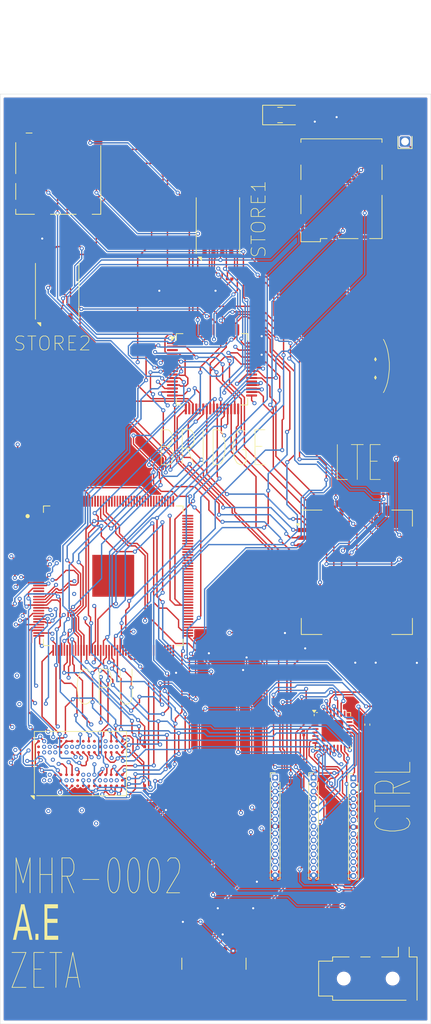
<source format=kicad_pcb>
(kicad_pcb (version 20240108) (generator "pcbnew") (generator_version "8.0")
  (title_block (title "MHR-0002") (date "2024-06-30") (rev "C") (company "Zeta"))
  (layers (0 "F.Cu" signal) (1 "In1.Cu" signal) (2 "In2.Cu" signal) (3 "In3.Cu" signal) (4 "In4.Cu" signal) (31 "B.Cu" signal) (34 "B.Paste" user) (35 "F.Paste" user) (36 "B.SilkS" user "B.Silkscreen") (37 "F.SilkS" user "F.Silkscreen") (38 "B.Mask" user) (39 "F.Mask" user) (44 "Edge.Cuts" user))
  (net 0 "")
  (net 1 "MCU_PWR")
  (net 2 "Net-(BRIDGE_CHIP1-GND-Pad14)")
  (net 4 "GND")
  (net 7 "Net-(CPU_1A-GND)")
  (net 17 "VSSQ")
  (net 21 "CTS1")
  (net 22 "TX1")
  (net 24 "GSM_RST")
  (net 25 "DTR1")
  (net 26 "GSM_VPP")
  (net 27 "CONN_NMI_N")
  (net 28 "DCD1")
  (net 29 "RX1")
  (net 31 "MBU_UBOOT_RX")
  (net 32 "GSM_GPIO_1")
  (net 33 "GSM_STATUS")
  (net 34 "RI1")
  (net 35 "SND_IN")
  (net 37 "RTS1")
  (net 38 "GSM_IO")
  (net 39 "GSM_GPIO_0")
  (net 40 "Net-(DDR_RAM1-VSSQ-PadB1)")
  (net 41 "SD2_F1")
  (net 42 "A12{slash}BC_N")
  (net 43 "A3")
  (net 44 "A0")
  (net 45 "A4")
  (net 46 "SD2_F2")
  (net 47 "SD3_F1")
  (net 48 "SD1_F2")
  (net 49 "SD_DAT1")
  (net 50 "A5")
  (net 51 "SD_CMD")
  (net 52 "A8")
  (net 53 "A6")
  (net 54 "SD3_F2")
  (net 55 "SD0_F1")
  (net 56 "A14")
  (net 57 "A9")
  (net 58 "SD_CD_OR_DAT3")
  (net 59 "CMD_F1")
  (net 60 "A1")
  (net 61 "A13")
  (net 62 "A7")
  (net 63 "SD1_F1")
  (net 64 "SD0_F2")
  (net 65 "A10{slash}AP")
  (net 66 "SD_DAT2")
  (net 67 "A11")
  (net 68 "SD_DAT0")
  (net 69 "A2")
  (net 71 "MCU_UBOOT_TX")
  (net 72 "CMD_F2")
  (net 73 "RAM_ODT")
  (net 74 "DQ02")
  (net 75 "RAM_LDQS")
  (net 76 "Net-(DDR_RAM1-VSS-PadA9)")
  (net 77 "RAM_UDQS_N")
  (net 78 "DQ05")
  (net 79 "RAM_CKE")
  (net 80 "DQ08")
  (net 81 "RAM_CK_N")
  (net 82 "DQ10")
  (net 83 "RAM_BA2")
  (net 84 "RAM_LDQS_N")
  (net 85 "DQ13")
  (net 86 "ZQ")
  (net 87 "DQ00")
  (net 89 "RAM_CAS_N")
  (net 90 "DQ14")
  (net 91 "DQ01")
  (net 92 "LDM_RAM")
  (net 93 "UDM_RAM")
  (net 94 "RAM_WE_N")
  (net 95 "DQ06")
  (net 96 "RAM_UDQS")
  (net 97 "RAM_CS_N")
  (net 98 "RAM_CK")
  (net 99 "RAM_BA0")
  (net 100 "RAM_RAS_N")
  (net 102 "DQ15")
  (net 103 "DQ07")
  (net 104 "DQ04")
  (net 105 "DQ11")
  (net 106 "DQ03")
  (net 107 "DQ12")
  (net 108 "Net-(DDR_RAM1-VDD-PadB2)")
  (net 109 "RAM_BA1")
  (net 110 "DQ09")
  (net 113 "Net-(FLASH_MEM_MASS1-VDD)")
  (net 114 "Net-(FLASH_MEM_MASS1-VSS)")
  (net 115 "Net-(FLASH_MEM_OS1-VSS)")
  (net 116 "Net-(FLASH_MEM_OS1-VDD)")
  (net 117 "RTC_IN")
  (net 118 "RAM_RST")
  (net 119 "Net-(POWER_USB_C1-CC2)")
  (net 120 "Net-(POWER_USB_C1-CC1)")
  (net 121 "Net-(SIM_CHIP1-NETLIGHT)")
  (net 122 "UBOOT")
  (net 123 "RTC_OUT")
  (net 124 "Net-(SD_SLOT_1-VDD)")
  (net 125 "Net-(SD_SLOT_1-VSS)")
  (net 126 "Net-(SIM_SLOT_1-GND)")
  (net 127 "Net-(SIM_SLOT_1-VCC)")
  (net 128 "Net-(D1-A)")
  (net 132 "GSM_PWR_N")
  (net 140 "VBUS_USBC")
  (net 141 "DAT4_N")
  (net 143 "ALPHA_V")
  (net 144 "GREEN_V")
  (net 145 "VSYNC_V")
  (net 148 "Net-(GND_R1-Pad2)")
  (net 150 "Net-(SIM_CHIP1-VBAT-Pad34)")
  (net 161 "Net-(ANT1-A)")
  (net 166 "DAT0_N")
  (net 168 "HSYNC_V")
  (net 169 "DAT1_N")
  (net 170 "AVAIL_N")
  (net 171 "DAT3_N")
  (net 175 "BLUE_V")
  (net 176 "RED_V")
  (net 177 "DAT2_N")
  (net 178 "GSM_RST_N")
  (net 179 "3.3V")
  (net 181 "CLK")
  (net 196 "Net-(MBCI_0-VDD)")
  (net 197 "Net-(C1-Pad2)")
  (net 200 "CPU_PWR")
  (net 206 "DRAM_PWR")
  (net 229 "Net-(JACK_PORT1-PadS)")
  (net 231 "UBOOT_MBCI")
  (net 233 "RESET_N")
  (footprint "LED_SMD:LED_PLCC-2_3x2mm_AK" (layer "F.Cu") (at 165.1 31.8)
    (property "Reference" "D1" (hide yes))
    (property "Value" "LED" (hide yes))
  )
  (footprint "Connector_PinHeader_1.00mm:PinHeader_1x15_P1.00mm_Vertical" (layer "F.Cu") (at 175.6 126.8)
    (property "Reference" "MBCI_VIDEO1" (hide yes))
    (property "Value" "Conn_01x15" (hide yes))
  )
  (footprint "Connector_JAE:JAE_SIM_Card_SF72S006" (layer "F.Cu") (at 174.88 40.485)
    (property "Reference" "SIM_SLOT_1" (hide yes))
    (property "Value" "JAE_SIM_Card_SF72S006" (hide yes))
  )
  (footprint "Resistor_SMD:R_0201_0603Metric" (layer "F.Cu") (at 157.275 148.425 90)
    (property "Reference" "CC1_R1" (hide yes))
    (property "Value" "15OR" (hide yes))
  )
  (footprint "Connector_PinHeader_1.00mm:PinHeader_1x15_P1.00mm_Vertical" (layer "F.Cu") (at 164.4 126.7)
    (property "Reference" "MBCI_IO1" (hide yes))
    (property "Value" "Conn_01x15" (hide yes))
  )
  (footprint "Resistor_SMD:R_0201_0603Metric" (layer "F.Cu") (at 145.7 121.955 90)
    (property "Reference" "RAM_PWR_R2" (hide yes))
    (property "Value" "15OR" (hide yes))
  )
  (footprint "Resistor_SMD:R_0201_0603Metric" (layer "F.Cu") (at 126.5 121.4 90)
    (property "Reference" "RAM_GND_VSSQ_R1" (hide yes))
    (property "Value" "15OR" (hide yes))
  )
  (footprint "Resistor_SMD:R_0201_0603Metric" (layer "F.Cu") (at 154.92 59.2)
    (property "Reference" "MCU_PWR_R1" (hide yes))
    (property "Value" "15OR" (hide yes))
  )
  (footprint "Resistor_SMD:R_0201_0603Metric" (layer "F.Cu") (at 161.7 59.555 90)
    (property "Reference" "MCU_PWR_R2" (hide yes))
    (property "Value" "15OR" (hide yes))
  )
  (footprint "Resistor_SMD:R_0201_0603Metric" (layer "F.Cu") (at 172.72 33.9)
    (property "Reference" "VCC_S_1" (hide yes))
    (property "Value" "15OR" (hide yes))
  )
  (footprint "Resistor_SMD:R_0201_0603Metric" (layer "F.Cu") (at 145.7 128.2 90)
    (property "Reference" "RAM_GND_VSS_R1" (hide yes))
    (property "Value" "15OR" (hide yes))
  )
  (footprint "Resistor_SMD:R_0201_0603Metric" (layer "F.Cu") (at 175.1 32.055 90)
    (property "Reference" "RVSS_S_1" (hide yes))
    (property "Value" "15OR" (hide yes))
  )
  (footprint "RF_Antenna:NiceRF_SW868-TH13_868Mhz" (layer "F.Cu") (at 183 35.6 90)
    (property "Reference" "ANT1" (hide yes))
    (property "Value" "Antenna" (hide yes))
  )
  (footprint "Resistor_SMD:R_0201_0603Metric" (layer "F.Cu") (at 128.565 53.695 90)
    (property "Reference" "VSS_FL_2" (hide yes))
    (property "Value" "15OR" (hide yes))
  )
  (footprint "Resistor_SMD:R_0201_0603Metric" (layer "F.Cu") (at 144.9 132.8 90)
    (property "Reference" "RAM_GND_VSS_R3" (hide yes))
    (property "Value" "15OR" (hide yes))
  )
  (footprint "Connector_PinHeader_1.00mm:PinHeader_1x15_P1.00mm_Vertical" (layer "F.Cu") (at 169.9 126.7)
    (property "Reference" "MBCI_NETWORK1" (hide yes))
    (property "Value" "Conn_01x15" (hide yes))
  )
  (footprint "Resistor_SMD:R_0201_0603Metric" (layer "F.Cu") (at 134.765 50.65 180)
    (property "Reference" "VCC_FL_2" (hide yes))
    (property "Value" "15OR" (hide yes))
  )
  (footprint "Connector_Audio:Jack_3.5mm_PJ320D_Horizontal" (layer "F.Cu") (at 179 155.5)
    (property "Reference" "JACK_PORT1" (hide yes))
    (property "Value" "AudioJack2" (hide yes))
  )
  (footprint "Resistor_SMD:R_0201_0603Metric" (layer "F.Cu") (at 160.1 31.58 90)
    (property "Reference" "NETLIGHT_R1" (hide yes))
    (property "Value" "15OR" (hide yes))
  )
  (footprint "Resistor_SMD:R_0201_0603Metric" (layer "F.Cu") (at 180.2 86.1)
    (property "Reference" "VBAT_R1" (hide yes))
    (property "Value" "15OR" (hide yes))
  )
  (footprint "Resistor_SMD:R_0201_0603Metric" (layer "F.Cu") (at 168.5 120.255 90)
    (property "Reference" "MBCI_PWR_R1" (hide yes))
    (property "Value" "15OR" (hide yes))
  )
  (footprint "Resistor_SMD:R_0201_0603Metric" (layer "F.Cu") (at 159 147.645 90)
    (property "Reference" "CC2_R1" (hide yes))
    (property "Value" "15OR" (hide yes))
  )
  (footprint "Package_QFP:LQFP-64_10x10mm_P0.5mm" (layer "F.Cu") (at 155.35 68.225)
    (property "Reference" "BRIDGE_CHIP1" (hide yes))
    (property "Value" "ATSAME70J19A-AN" (hide yes))
  )
  (footprint "Connector_Card:microSD_HC_Molex_104031-0811" (layer "F.Cu") (at 133.3 40.2)
    (property "Reference" "SD_SLOT_1" (hide yes))
    (property "Value" "Micro_SD_Card" (hide yes))
  )
  (footprint "Resistor_SMD:R_0201_0603Metric" (layer "F.Cu") (at 153.9 41.9)
    (property "Reference" "VCC_FL_1" (hide yes))
    (property "Value" "15OR" (hide yes))
  )
  (footprint "Connector_USB:USB_C_Receptacle_GCT_USB4135-GF-A_6P_TopMnt_Horizontal" (layer "F.Cu") (at 155.625 154.5975)
    (property "Reference" "POWER_USB_C1" (hide yes))
    (property "Value" "USB_C_Receptacle_PowerOnly_6P" (hide yes))
  )
  (footprint "Resistor_SMD:R_0201_0603Metric" (layer "F.Cu") (at 141.3 37.055 90)
    (property "Reference" "VSS_SD_VSS1" (hide yes))
    (property "Value" "15OR" (hide yes))
  )
  (footprint "Package_LGA:LGA-8_8x6mm_P1.27mm" (layer "F.Cu") (at 156.195 47.65 90)
    (property "Reference" "FLASH_MEM_MASS1" (hide yes))
    (property "Value" "XTSD08G" (hide yes))
  )
  (footprint "Resistor_SMD:R_0201_0603Metric" (layer "F.Cu") (at 141.3 34.455 90)
    (property "Reference" "VSS_SD_VDD1" (hide yes))
    (property "Value" "15OR" (hide yes))
  )
  (footprint "Allwinner:QFP40P2200X2200X160-177N" (layer "F.Cu") (at 141.2 97.8)
    (property "Reference" "CPU_1" (hide yes))
    (property "Value" "Allwinner-A13" (hide yes))
  )
  (footprint "Package_LGA:LGA-8_8x6mm_P1.27mm" (layer "F.Cu") (at 133.165 57.05 90)
    (property "Reference" "FLASH_MEM_OS1" (hide yes))
    (property "Value" "XTSD08G" (hide yes))
  )
  (footprint "Resistor_SMD:R_0201_0603Metric" (layer "F.Cu") (at 157.875 55.275)
    (property "Reference" "VSS_FL_1" (hide yes))
    (property "Value" "15OR" (hide yes))
  )
  (footprint "Package_DFN_QFN:QFN-32-1EP_5x5mm_P0.5mm_EP3.1x3.1mm" (layer "F.Cu") (at 172.6 120)
    (property "Reference" "MBCI_0" (hide yes))
    (property "Value" "AVR32DB32x-xRXB" (hide yes))
  )
  (footprint "Resistor_SMD:R_0201_0603Metric" (layer "F.Cu") (at 152.57 147.375)
    (property "Reference" "GND_R1" (hide yes))
    (property "Value" "15OR" (hide yes))
  )
  (footprint "RF_GSM:SIMCom_SIM800C" (layer "F.Cu") (at 176.1 97.3)
    (property "Reference" "SIM_CHIP1" (hide yes))
    (property "Value" "SIM7020C" (hide yes))
  )
  (footprint "Capacitor_SMD:C_0402_1005Metric" (layer "F.Cu") (at 177.6 119.125 -90)
    (property "Reference" "C1" (hide yes))
    (property "Value" "100n" (hide yes))
  )
  (footprint "Package_BGA:BGA-96_9.0x13.0mm_Layout2x3x16_P0.8mm" (layer "F.Cu") (at 136.5 124.7 90)
    (property "Reference" "DDR_RAM1" (hide yes))
    (property "Value" "AS4C256M16D3" (hide yes))
  )
  (footprint "Resistor_SMD:R_0201_0603Metric" (layer "F.Cu") (at 148.645 40.2)
    (property "Reference" "GND_BRIDGE_R1" (hide yes))
    (property "Value" "15OR" (hide yes))
  )
  (gr_rect (start 125 28.8) (end 186.7 162) (stroke (width 0.05)) (fill none) (layer "Edge.Cuts"))
  (gr_text "MHR-0002" (at 126.5 143.825 0) (layer "F.SilkS") (effects (font (size 5 3) (thickness 0.1)) (justify left bottom)))
  (gr_text "ZETA" (at 126.2 157.375 0) (layer "F.SilkS") (effects (font (size 5 3) (thickness 0.1)) (justify left bottom)))
  (gr_text "CTRL" (at 184.3 135 90) (layer "F.SilkS") (effects (font (size 5 3) (thickness 0.1)) (justify left bottom)))
  (gr_text "CPU" (at 135.4 116.8 0) (layer "F.SilkS") (effects (font (size 5 3) (thickness 0.1)) (justify left bottom)))
  (gr_text "BRIDGE" (at 147.3 82.5 0) (layer "F.SilkS") (effects (font (size 5 3) (thickness 0.1)) (justify left bottom)))
  (gr_text "A.E" (at 126.8 150.8 0) (layer "F.SilkS") (effects (font (size 5 3) (thickness 0.1)) (justify left bottom)))
  (gr_text "LTE" (at 172.525 84.625 0) (layer "F.SilkS") (effects (font (size 5 3) (thickness 0.1)) (justify left bottom)))
  (gr_text "STORE2" (at 126.8 65.7 0) (layer "F.SilkS") (effects (font (size 2 2) (thickness 0.1)) (justify left bottom)))
  (gr_text "STORE1" (at 163.2 52.4 90) (layer "F.SilkS") (effects (font (size 2 2) (thickness 0.1)) (justify left bottom)))
  (gr_text ":)" (at 177.98 70.27 0) (layer "F.SilkS") (effects (font (size 5 3) (thickness 0.1)) (justify left bottom)))
  (segment (start 151.8961 63.622) (end 152.8567 63.622) (width 0.2) (layer "F.Cu") (net 1))
  (segment (start 149.675 68.975) (end 150.6104 68.975) (width 0.2) (layer "F.Cu") (net 1))
  (segment (start 151.6 63.2281) (end 149.13 63.2281) (width 0.2) (layer "F.Cu") (net 1))
  (segment (start 157.6 62.55) (end 157.6 63.5815) (width 0.2) (layer "F.Cu") (net 1))
  (segment (start 153.3036 63.5823) (end 153.1 63.3787) (width 0.2) (layer "F.Cu") (net 1))
  (segment (start 154.0005 60.8794) (end 154.6 61.4789) (width 0.2) (layer "F.Cu") (net 1))
  (segment (start 154.6 59.3675) (end 154.6 59.2) (width 0.2) (layer "F.Cu") (net 1))
  (segment (start 151.8846 69.4771) (end 151.8846 70.2912) (width 0.2) (layer "F.Cu") (net 1))
  (segment (start 150.8262 70.6237) (end 150.6775 70.475) (width 0.2) (layer "F.Cu") (net 1))
  (segment (start 154.0005 60.4209) (end 154.0005 60.8794) (width 0.2) (layer "F.Cu") (net 1))
  (segment (start 152.8567 63.622) (end 153.1 63.3787) (width 0.2) (layer "F.Cu") (net 1))
  (segment (start 157.39 65.0647) (end 155.1 67.3547) (width 0.2) (layer "F.Cu") (net 1))
  (segment (start 155.0539 59.8214) (end 154.827 59.5944) (width 0.2) (layer "F.Cu") (net 1))
  (segment (start 157.39 63.7915) (end 157.39 65.0647) (width 0.2) (layer "F.Cu") (net 1))
  (segment (start 154.3246 63.5823) (end 153.3036 63.5823) (width 0.2) (layer "F.Cu") (net 1))
  (segment (start 157.165982 66.45) (end 157.3 66.45) (width 0.2) (layer "F.Cu") (net 1))
  (segment (start 154.6 63.3069) (end 154.3246 63.5823) (width 0.2) (layer "F.Cu") (net 1))
  (segment (start 154.827 59.5944) (end 154.0005 60.4209) (width 0.2) (layer "F.Cu") (net 1))
  (segment (start 150.6279 65.975) (end 151.4904 66.8375) (width 0.2) (layer "F.Cu") (net 1))
  (segment (start 159.505 67.475) (end 161.025 67.475) (width 0.2) (layer "F.Cu") (net 1))
  (segment (start 157.6 61.81) (end 157.4517 61.6617) (width 0.2) (layer "F.Cu") (net 1))
  (segment (start 157.6 62.55) (end 157.6 61.81) (width 0.2) (layer "F.Cu") (net 1))
  (segment (start 157.6 63.5815) (end 157.39 63.7915) (width 0.2) (layer "F.Cu") (net 1))
  (segment (start 157.4517 61.6617) (end 157.4517 61.6597) (width 0.2) (layer "F.Cu") (net 1))
  (segment (start 150.7183 69.0829) (end 151.4904 69.0829) (width 0.2) (layer "F.Cu") (net 1))
  (segment (start 154.6 62.55) (end 154.6 63.3069) (width 0.2) (layer "F.Cu") (net 1))
  (segment (start 151.6 63.2281) (end 151.6 63.3259) (width 0.2) (layer "F.Cu") (net 1))
  (segment (start 148.6104 65.6795) (end 148.9059 65.975) (width 0.2) (layer "F.Cu") (net 1))
  (segment (start 148.6104 63.7477) (end 148.6104 65.6795) (width 0.2) (layer "F.Cu") (net 1))
  (segment (start 154.6 61.4789) (end 154.6 62.55) (width 0.2) (layer "F.Cu") (net 1))
  (segment (start 154.827 59.5944) (end 154.6 59.3675) (width 0.2) (layer "F.Cu") (net 1))
  (segment (start 155.1 73.9) (end 155.1 68.72) (width 0.2) (layer "F.Cu") (net 1))
  (segment (start 151.8846 70.2912) (end 151.5521 70.6237) (width 0.2) (layer "F.Cu") (net 1))
  (segment (start 151.5521 70.6237) (end 150.8262 70.6237) (width 0.2) (layer "F.Cu") (net 1))
  (segment (start 157.3 66.45) (end 158.48 66.45) (width 0.2) (layer "F.Cu") (net 1))
  (segment (start 151.6 63.3259) (end 151.8961 63.622) (width 0.2) (layer "F.Cu") (net 1))
  (segment (start 155.1 67.3547) (end 155.1 68.72) (width 0.2) (layer "F.Cu") (net 1))
  (segment (start 153.1 63.3787) (end 153.1 62.55) (width 0.2) (layer "F.Cu") (net 1))
  (segment (start 151.4904 66.8375) (end 151.4904 69.0829) (width 0.2) (layer "F.Cu") (net 1))
  (segment (start 155.1 68.72) (end 155.1 68.515982) (width 0.2) (layer "F.Cu") (net 1))
  (segment (start 148.9059 65.975) (end 149.675 65.975) (width 0.2) (layer "F.Cu") (net 1))
  (segment (start 157.1545 61.0137) (end 156.8313 60.6905) (width 0.2) (layer "F.Cu") (net 1))
  (segment (start 151.6 62.55) (end 151.6 63.2281) (width 0.2) (layer "F.Cu") (net 1))
  (segment (start 149.13 63.2281) (end 148.6104 63.7477) (width 0.2) (layer "F.Cu") (net 1))
  (segment (start 150.6104 68.975) (end 150.7183 69.0829) (width 0.2) (layer "F.Cu") (net 1))
  (segment (start 150.6775 70.475) (end 149.675 70.475) (width 0.2) (layer "F.Cu") (net 1))
  (segment (start 155.1 68.515982) (end 157.165982 66.45) (width 0.2) (layer "F.Cu") (net 1))
  (segment (start 155.6114 59.8214) (end 155.0539 59.8214) (width 0.2) (layer "F.Cu") (net 1))
  (segment (start 156.8313 60.6905) (end 156.4805 60.6905) (width 0.2) (layer "F.Cu") (net 1))
  (segment (start 157.4517 61.6597) (end 157.1545 61.3625) (width 0.2) (layer "F.Cu") (net 1))
  (segment (start 156.4805 60.6905) (end 155.6114 59.8214) (width 0.2) (layer "F.Cu") (net 1))
  (segment (start 151.4904 69.0829) (end 151.8846 69.4771) (width 0.2) (layer "F.Cu") (net 1))
  (segment (start 158.48 66.45) (end 159.505 67.475) (width 0.2) (layer "F.Cu") (net 1))
  (segment (start 149.675 65.975) (end 150.6279 65.975) (width 0.2) (layer "F.Cu") (net 1))
  (segment (start 157.1545 61.3625) (end 157.1545 61.0137) (width 0.2) (layer "F.Cu") (net 1))
  (segment (start 149.675 66.975) (end 148.325 66.975) (width 0.2) (layer "F.Cu") (net 2))
  (segment (start 148 67.3) (end 148.3 67) (width 0.2) (layer "F.Cu") (net 2))
  (segment (start 158.6 72.143) (end 155.9909 69.5339) (width 0.2) (layer "F.Cu") (net 2))
  (segment (start 149.675 66.975) (end 150.7724 66.975) (width 0.2) (layer "F.Cu") (net 2))
  (segment (start 158.6 73.9) (end 158.6 72.143) (width 0.2) (layer "F.Cu") (net 2))
  (segment (start 146.695 45.48) (end 146.695 50.195) (width 0.2) (layer "F.Cu") (net 2))
  (segment (start 144.7 52.19) (end 144.7 67.2) (width 0.2) (layer "F.Cu") (net 2))
  (segment (start 148.575 70.975) (end 147.6 70) (width 0.2) (layer "F.Cu") (net 2))
  (segment (start 148.325 40.2) (end 148.325 43.85) (width 0.2) (layer "F.Cu") (net 2))
  (segment (start 148.325 43.85) (end 146.695 45.48) (width 0.2) (layer "F.Cu") (net 2))
  (segment (start 150.7724 66.975) (end 150.9245 67.1271) (width 0.2) (layer "F.Cu") (net 2))
  (segment (start 149.675 66.975) (end 149.6276 66.9276) (width 0.2) (layer "F.Cu") (net 2))
  (segment (start 148.325 66.975) (end 148.3 67) (width 0.2) (layer "F.Cu") (net 2))
  (segment (start 149.675 70.975) (end 148.575 70.975) (width 0.2) (layer "F.Cu") (net 2))
  (segment (start 146.695 50.195) (end 144.7 52.19) (width 0.2) (layer "F.Cu") (net 2))
  (segment (start 155.9909 69.5339) (end 155.9909 68.6474) (width 0.2) (layer "F.Cu") (net 2))
  (via (at 147.6 70) (size 0.6) (drill 0.3) (layers "F.Cu" "B.Cu") (net 2))
  (via (at 150.9245 67.1271) (size 0.6) (drill 0.3) (layers "F.Cu" "B.Cu") (net 2))
  (via (at 148 67.3) (size 0.6) (drill 0.3) (layers "F.Cu" "B.Cu") (net 2))
  (via (at 155.9909 68.6474) (size 0.6) (drill 0.3) (layers "F.Cu" "B.Cu") (net 2))
  (via (at 144.7 67.2) (size 0.6) (drill 0.3) (layers "F.Cu" "B.Cu") (net 2))
  (segment (start 150.9245 67.1272) (end 150.9245 67.1271) (width 0.2) (layer "B.Cu") (net 2))
  (segment (start 155.9909 68.6474) (end 154.4707 67.1272) (width 0.2) (layer "B.Cu") (net 2))
  (segment (start 154.4707 67.1272) (end 150.9245 67.1272) (width 0.2) (layer "B.Cu") (net 2))
  (segment (start 159 147.965) (end 159.535 147.965) (width 0.2) (layer "F.Cu") (net 4))
  (segment (start 185.9 96.225) (end 185.9 98.575) (width 0.2) (layer "F.Cu") (net 4))
  (segment (start 128.565 51.235) (end 128.565 53.375) (width 0.2) (layer "F.Cu") (net 4))
  (segment (start 160.3 110.8) (end 159.9 111.2) (width 0.2) (layer "F.Cu") (net 4))
  (segment (start 185.9 96) (end 185.9 96.225) (width 0.2) (layer "F.Cu") (net 4))
  (segment (start 178.3 90.3) (end 177.2 89.2) (width 0.2) (layer "F.Cu") (net 4))
  (segment (start 149.2 109.975) (end 149 109.775) (width 0.2) (layer "F.Cu") (net 4))
  (segment (start 145.7 128.52) (end 145.715818 128.52) (width 0.2) (layer "F.Cu") (net 4))
  (segment (start 183.95 94.55) (end 184.45 94.55) (width 0.2) (layer "F.Cu") (net 4))
  (segment (start 167.75 98.95) (end 166.2 100.5) (width 0.2) (layer "F.Cu") (net 4))
  (segment (start 170.8 106.1) (end 168.7 108.2) (width 0.2) (layer "F.Cu") (net 4))
  (segment (start 180.5 106.1) (end 180.5 108.525) (width 0.2) (layer "F.Cu") (net 4))
  (segment (start 147.4 66.8) (end 147.725 66.475) (width 0.2) (layer "F.Cu") (net 4))
  (segment (start 150.2 111.7) (end 148.65 110.15) (width 0.2) (layer "F.Cu") (net 4))
  (segment (start 145.715818 128.52) (end 146.447909 129.252091) (width 0.2) (layer "F.Cu") (net 4))
  (segment (start 183.95 91.25) (end 179.25 91.25) (width 0.2) (layer "F.Cu") (net 4))
  (segment (start 149.8 109.6) (end 149.8 108.48) (width 0.2) (layer "F.Cu") (net 4))
  (segment (start 184.45 94.55) (end 185.9 96) (width 0.2) (layer "F.Cu") (net 4))
  (segment (start 130.3 49.5) (end 128.565 51.235) (width 0.2) (layer "F.Cu") (net 4))
  (segment (start 184.7 110.275) (end 184.885 110.275) (width 0.2) (layer "F.Cu") (net 4))
  (segment (start 166.2 105.6) (end 165.8 106) (width 0.2) (layer "F.Cu") (net 4))
  (segment (start 162.295 65.975) (end 161.025 65.975) (width 0.2) (layer "F.Cu") (net 4))
  (segment (start 160.3 109.5) (end 160.3 110.8) (width 0.2) (layer "F.Cu") (net 4))
  (segment (start 150.17 110.375) (end 150.17 109.97) (width 0.2) (layer "F.Cu") (net 4))
  (segment (start 183.95 91.25) (end 184.45 91.25) (width 0.2) (layer "F.Cu") (net 4))
  (segment (start 178.3 107.775) (end 175.9 110.175) (width 0.2) (layer "F.Cu") (net 4))
  (segment (start 159.8 111.3) (end 159.9 111.2) (width 0.2) (layer "F.Cu") (net 4))
  (segment (start 154.9 108.9) (end 154.8 108.8) (width 0.2) (layer "F.Cu") (net 4))
  (segment (start 184.45 91.25) (end 185.9 92.7) (width 0.2) (layer "F.Cu") (net 4))
  (segment (start 149 109.775) (end 149 108.48) (width 0.2) (layer "F.Cu") (net 4))
  (segment (start 180.5 108.525) (end 178.8 110.225) (width 0.2) (layer "F.Cu") (net 4))
  (segment (start 149.4 109.8) (end 149.625 110.025) (width 0.2) (layer "F.Cu") (net 4))
  (segment (start 150.2 111.7) (end 149.2 110.7) (width 0.2) (layer "F.Cu") (net 4))
  (segment (start 185.9 98.575) (end 185.175 97.85) (width 0.2) (layer "F.Cu") (net 4))
  (segment (start 154.38 108.9) (end 154.9 108.9) (width 0.2) (layer "F.Cu") (net 4))
  (segment (start 146.98 133.12) (end 144.9 133.12) (width 0.2) (layer "F.Cu") (net 4))
  (segment (start 150.2 111.7) (end 150.17 111.67) (width 0.2) (layer "F.Cu") (net 4))
  (segment (start 166.2 104.7) (end 166.9 104.7) (width 0.2) (layer "F.Cu") (net 4))
  (segment (start 158.195 55.455) (end 158.195 55.275) (width 0.2) (layer "F.Cu") (net 4))
  (segment (start 169.125 31.8) (end 170.075 32.75) (width 0.2) (layer "F.Cu") (net 4))
  (segment (start 148.965 55.835) (end 147.7 57.1) (width 0.2) (layer "F.Cu") (net 4))
  (segment (start 156.875 149.175) (end 156.875 149.145) (width 0.2) (layer "F.Cu") (net 4))
  (segment (start 156.675 56.975) (end 158.195 55.455) (width 0.2) (layer "F.Cu") (net 4))
  (segment (start 148.65 110.15) (end 148.65 109.975) (width 0.2) (layer "F.Cu") (net 4))
  (segment (start 150.17 109.97) (end 149.8 109.6) (width 0.2) (layer "F.Cu") (net 4))
  (segment (start 166.2 100.5) (end 166.2 104.7) (width 0.2) (layer "F.Cu") (net 4))
  (segment (start 166.9 104.7) (end 168.25 103.35) (width 0.2) (layer "F.Cu") (net 4))
  (segment (start 171.7 106.1) (end 170.8 106.1) (width 0.2) (layer "F.Cu") (net 4))
  (segment (start 178.3 88.5) (end 178.3 90.3) (width 0.2) (layer "F.Cu") (net 4))
  (segment (start 183.95 93.45) (end 184.625 93.45) (width 0.2) (layer "F.Cu") (net 4))
  (segment (start 149.625 110.025) (end 149.625 111.125) (width 0.2) (layer "F.Cu") (net 4))
  (segment (start 151.88 106) (end 151.88 106.4) (width 0.2) (layer "F.Cu") (net 4))
  (segment (start 173.2 32.1) (end 173.565 31.735) (width 0.2) (layer "F.Cu") (net 4))
  (segment (start 168.25 98.95) (end 167.75 98.95) (width 0.2) (layer "F.Cu") (net 4))
  (segment (start 156.875 149.145) (end 157.275 148.745) (width 0.2) (layer "F.Cu") (net 4))
  (segment (start 185.9 109.26) (end 185.9 103.37) (width 0.2) (layer "F.Cu") (net 4))
  (segment (start 178.3 106.1) (end 178.3 107.775) (width 0.2) (layer "F.Cu") (net 4))
  (segment (start 159.535 147.965) (end 159.995 147.505) (width 0.2) (layer "F.Cu") (net 4))
  (segment (start 184.6 101.15) (end 185.9 102.45) (width 0.2) (layer "F.Cu") (net 4))
  (segment (start 148.65 109.975) (end 148.2 109.525) (width 0.2) (layer "F.Cu") (net 4))
  (segment (start 159.825 141.625) (end 156.175 145.275) (width 0.2) (layer "F.Cu") (net 4))
  (segment (start 185.9 102.45) (end 185.9 103.37) (width 0.2) (layer "F.Cu") (net 4))
  (segment (start 149.2 110.7) (end 149.2 109.975) (width 0.2) (layer "F.Cu") (net 4))
  (segment (start 149.625 111.125) (end 150.2 111.7) (width 0.2) (layer "F.Cu") (net 4))
  (segment (start 166.2 104.7) (end 166.2 105.6) (width 0.2) (layer "F.Cu") (net 4))
  (segment (start 179.25 91.25) (end 179.2375 91.2375) (width 0.2) (layer "F.Cu") (net 4))
  (segment (start 148.965 40.2) (end 148.965 55.835) (width 0.2) (layer "F.Cu") (net 4))
  (segment (start 173.565 31.735) (end 175.1 31.735) (width 0.2) (layer "F.Cu") (net 4))
  (segment (start 151.88 106.4) (end 154.38 108.9) (width 0.2) (layer "F.Cu") (net 4))
  (segment (start 149.4 109.8) (end 149.4 108.48) (width 0.2) (layer "F.Cu") (net 4))
  (segment (start 166.525 31.8) (end 169.125 31.8) (width 0.2) (layer "F.Cu") (net 4))
  (segment (start 183.95 101.15) (end 184.6 101.15) (width 0.2) (layer "F.Cu") (net 4))
  (segment (start 185.9 103.37) (end 185.9 98.575) (width 0.2) (layer "F.Cu") (net 4))
  (segment (start 178.3 90.3) (end 179.2375 91.2375) (width 0.2) (layer "F.Cu") (net 4))
  (segment (start 161.775 141.625) (end 159.825 141.625) (width 0.2) (layer "F.Cu") (net 4))
  (segment (start 170.075 32.75) (end 170.025 32.7) (width 0.2) (layer "F.Cu") (net 4))
  (segment (start 147.725 66.475) (end 149.675 66.475) (width 0.2) (layer "F.Cu") (net 4))
  (segment (start 148.75 131.35) (end 146.98 133.12) (width 0.2) (layer "F.Cu") (net 4))
  (segment (start 185.175 97.85) (end 183.95 97.85) (width 0.2) (layer "F.Cu") (net 4))
  (segment (start 148.2 109.525) (end 148.2 108.48) (width 0.2) (layer "F.Cu") (net 4))
  (segment (start 185.9 92.7) (end 185.9 94.725) (width 0.2) (layer "F.Cu") (net 4))
  (segment (start 159.995 147.505) (end 159.995 146.678873) (width 0.2) (layer "F.Cu") (net 4))
  (segment (start 185.9 94.725) (end 185.9 96.225) (width 0.2) (layer "F.Cu") (net 4))
  (segment (start 162.46 66.14) (end 162.295 65.975) (width 0.2) (layer "F.Cu") (net 4))
  (segment (start 150.17 111.67) (end 150.17 110.375) (width 0.2) (layer "F.Cu") (net 4))
  (segment (start 159.995 146.678873) (end 161.25 145.423873) (width 0.2) (layer "F.Cu") (net 4))
  (segment (start 177.2 89.2) (end 177.2 88.5) (width 0.2) (layer "F.Cu") (net 4))
  (segment (start 156.175 145.275) (end 156.175 145.4) (width 0.2) (layer "F.Cu") (net 4))
  (segment (start 184.625 93.45) (end 185.9 94.725) (width 0.2) (layer "F.Cu") (net 4))
  (segment (start 155.85 56.975) (end 156.675 56.975) (width 0.2) (layer "F.Cu") (net 4))
  (segment (start 131.025 49.5) (end 130.3 49.5) (width 0.2) (layer "F.Cu") (net 4))
  (segment (start 151.175 147.375) (end 152.25 147.375) (width 0.2) (layer "F.Cu") (net 4))
  (segment (start 184.885 110.275) (end 185.9 109.26) (width 0.2) (layer "F.Cu") (net 4))
  (via (at 175.875 110.25) (size 0.6) (drill 0.3) (layers "F.Cu" "B.Cu") (net 4))
  (via (at 173.2 32.1) (size 0.6) (drill 0.3) (layers "F.Cu" "B.Cu") (net 4))
  (via (at 155.85 56.975) (size 0.6) (drill 0.3) (layers "F.Cu" "B.Cu") (net 4))
  (via (at 146.447909 129.252091) (size 0.6) (drill 0.3) (layers "F.Cu" "B.Cu") (net 4))
  (via (at 178.8 110.25) (size 0.6) (drill 0.3) (layers "F.Cu" "B.Cu") (net 4))
  (via (at 162.46 66.14) (size 0.6) (drill 0.3) (layers "F.Cu" "B.Cu") (net 4))
  (via (at 147.8 56.975) (size 0.6) (drill 0.3) (layers "F.Cu" "B.Cu") (net 4))
  (via (at 184.7 110.275) (size 0.6) (drill 0.3) (layers "F.Cu" "B.Cu") (net 4))
  (via (at 161.25 145.423873) (size 0.6) (drill 0.3) (layers "F.Cu" "B.Cu") (net 4))
  (via (at 131.025 49.5) (size 0.6) (drill 0.3) (layers "F.Cu" "B.Cu") (net 4))
  (via (at 160.3 109.5) (size 0.6) (drill 0.3) (layers "F.Cu" "B.Cu") (net 4))
  (via (at 147.4 66.8) (size 0.6) (drill 0.3) (layers "F.Cu" "B.Cu") (net 4))
  (via (at 170.075 32.75) (size 0.6) (drill 0.3) (layers "F.Cu" "B.Cu") (net 4))
  (via (at 161.775 141.625) (size 0.6) (drill 0.3) (layers "F.Cu" "B.Cu") (net 4))
  (via (at 150.2 111.7) (size 0.6) (drill 0.3) (layers "F.Cu" "B.Cu") (net 4))
  (via (at 151.175 147.375) (size 0.6) (drill 0.3) (layers "F.Cu" "B.Cu") (net 4))
  (via (at 156.175 145.425) (size 0.6) (drill 0.3) (layers "F.Cu" "B.Cu") (net 4))
  (via (at 162.467217 63.482783) (size 0.6) (drill 0.3) (layers "F.Cu" "B.Cu") (net 4))
  (via (at 154.9 108.9) (size 0.6) (drill 0.3) (layers "F.Cu" "B.Cu") (net 4))
  (via (at 159.8 111.3) (size 0.6) (drill 0.3) (layers "F.Cu" "B.Cu") (net 4))
  (via (at 165.8 106) (size 0.6) (drill 0.3) (layers "F.Cu" "B.Cu") (net 4))
  (via (at 156.875 149.175) (size 0.6) (drill 0.3) (layers "F.Cu" "B.Cu") (net 4))
  (via (at 168.7 108.2) (size 0.6) (drill 0.3) (layers "F.Cu" "B.Cu") (net 4))
  (via (at 148.75 131.35) (size 0.6) (drill 0.3) (layers "F.Cu" "B.Cu") (net 4))
  (segment (start 151.175 147.325) (end 152.75 145.75) (width 0.2) (layer "B.Cu") (net 4))
  (segment (start 148.75 131.35) (end 148.545818 131.35) (width 0.2) (layer "B.Cu") (net 4))
  (segment (start 165.8 106) (end 163.8 106) (width 0.2) (layer "B.Cu") (net 4))
  (segment (start 154.9 108.9) (end 155.5 109.5) (width 0.2) (layer "B.Cu") (net 4))
  (segment (start 162.7 140.7) (end 161.825 141.575) (width 0.2) (layer "B.Cu") (net 4))
  (segment (start 155.173873 145.75) (end 155.5 145.423873) (width 0.2) (layer "B.Cu") (net 4))
  (segment (start 171.7 108.2) (end 168.7 108.2) (width 0.2) (layer "B.Cu") (net 4))
  (segment (start 150.5694 112.0694) (end 150.2 111.7) (width 0.2) (layer "B.Cu") (net 4))
  (segment (start 159.8 111.3) (end 159.0306 112.0694) (width 0.2) (layer "B.Cu") (net 4))
  (segment (start 155.5 145.423873) (end 161.25 145.423873) (width 0.2) (layer "B.Cu") (net 4))
  (segment (start 163.8 106) (end 160.3 109.5) (width 0.2) (layer "B.Cu") (net 4))
  (segment (start 184.7 110.275) (end 173.775 110.275) (width 0.2) (layer "B.Cu") (net 4))
  (segment (start 159.0306 112.0694) (end 150.5694 112.0694) (width 0.2) (layer "B.Cu") (net 4))
  (segment (start 161.25 146.75) (end 158.825 149.175) (width 0.2) (layer "B.Cu") (net 4))
  (segment (start 158.825 149.175) (end 156.875 149.175) (width 0.2) (layer "B.Cu") (net 4))
  (segment (start 148.545818 131.35) (end 146.447909 129.252091) (width 0.2) (layer "B.Cu") (net 4))
  (segment (start 162.6 108.2) (end 161.3 109.5) (width 0.2) (layer "B.Cu") (net 4))
  (segment (start 152.75 145.75) (end 155.173873 145.75) (width 0.2) (layer "B.Cu") (net 4))
  (segment (start 173.775 110.275) (end 171.7 108.2) (width 0.2) (layer "B.Cu") (net 4))
  (segment (start 161.3 109.5) (end 160.3 109.5) (width 0.2) (layer "B.Cu") (net 4))
  (segment (start 155.5 109.5) (end 160.3 109.5) (width 0.2) (layer "B.Cu") (net 4))
  (segment (start 164.4 140.7) (end 162.7 140.7) (width 0.2) (layer "B.Cu") (net 4))
  (segment (start 151.175 147.375) (end 151.175 147.325) (width 0.2) (layer "B.Cu") (net 4))
  (segment (start 161.25 145.423873) (end 161.25 146.75) (width 0.2) (layer "B.Cu") (net 4))
  (segment (start 168.7 108.2) (end 162.6 108.2) (width 0.2) (layer "B.Cu") (net 4))
  (segment (start 148.77 84) (end 149.8 85.03) (width 0.2) (layer "F.Cu") (net 21))
  (segment (start 150.7228 69.475) (end 151.307 70.0592) (width 0.2) (layer "F.Cu") (net 21))
  (segment (start 149.675 69.475) (end 150.7228 69.475) (width 0.2) (layer "F.Cu") (net 21))
  (segment (start 144.1 77.7) (end 144.1 78.928) (width 0.2) (layer "F.Cu") (net 21))
  (segment (start 148.76 84) (end 148.77 84) (width 0.2) (layer "F.Cu") (net 21))
  (segment (start 154.90165 87.08165) (end 154.90165 88.37835) (width 0.2) (layer "F.Cu") (net 21))
  (segment (start 148.1655 83.4055) (end 148.76 84) (width 0.2) (layer "F.Cu") (net 21))
  (segment (start 166.9309 94.55) (end 168.25 94.55) (width 0.2) (layer "F.Cu") (net 21))
  (segment (start 165.1652 92.7843) (end 166.9309 94.55) (width 0.2) (layer "F.Cu") (net 21))
  (segment (start 156.5957 90.0724) (end 156.8555 90.0724) (width 0.2) (layer "F.Cu") (net 21))
  (segment (start 146.5328 81.3608) (end 146.636675 81.3608) (width 0.2) (layer "F.Cu") (net 21))
  (segment (start 144.1 78.928) (end 146.5328 81.3608) (width 0.2) (layer "F.Cu") (net 21))
  (segment (start 154.90165 88.37835) (end 156.5957 90.0724) (width 0.2) (layer "F.Cu") (net 21))
  (segment (start 147.347937 82.072063) (end 148.1672 82.891326) (width 0.2) (layer "F.Cu") (net 21))
  (segment (start 149.8 85.03) (end 152.85 85.03) (width 0.2) (layer "F.Cu") (net 21))
  (segment (start 146.636675 81.3608) (end 147.347937 82.072063) (width 0.2) (layer "F.Cu") (net 21))
  (segment (start 152.85 85.03) (end 154.90165 87.08165) (width 0.2) (layer "F.Cu") (net 21))
  (segment (start 148.1655 82.889626) (end 148.1655 83.4055) (width 0.2) (layer "F.Cu") (net 21))
  (via (at 165.1652 92.7843) (size 0.6) (drill 0.3) (layers "F.Cu" "B.Cu") (net 21))
  (via (at 144.1 77.7) (size 0.6) (drill 0.3) (layers "F.Cu" "B.Cu") (net 21))
  (via (at 156.8555 90.0724) (size 0.6) (drill 0.3) (layers "F.Cu" "B.Cu") (net 21))
  (via (at 151.307 70.0592) (size 0.6) (drill 0.3) (layers "F.Cu" "B.Cu") (net 21))
  (segment (start 144.1 77.7) (end 146.4232 77.7) (width 0.2) (layer "B.Cu") (net 21))
  (segment (start 162.8724 90.0724) (end 156.8555 90.0724) (width 0.2) (layer "B.Cu") (net 21))
  (segment (start 165.1652 92.3652) (end 162.8724 90.0724) (width 0.2) (layer "B.Cu") (net 21))
  (segment (start 146.4232 77.7) (end 151.307 72.8162) (width 0.2) (layer "B.Cu") (net 21))
  (segment (start 151.307 72.8162) (end 151.307 70.0592) (width 0.2) (layer "B.Cu") (net 21))
  (segment (start 165.1652 92.7843) (end 165.1652 92.3652) (width 0.2) (layer "B.Cu") (net 21))
  (segment (start 167.007 91.25) (end 166.9792 91.2222) (width 0.2) (layer "F.Cu") (net 22))
  (segment (start 150.0024 80.1574) (end 150.6661 80.8211) (width 0.2) (layer "F.Cu") (net 22))
  (segment (start 150.9384 67.9365) (end 150.9384 68.5207) (width 0.2) (layer "F.Cu") (net 22))
  (segment (start 150.6661 81.3018) (end 156.9465 87.5822) (width 0.2) (layer "F.Cu") (net 22))
  (segment (start 168.25 91.25) (end 167.1983 91.25) (width 0.2) (layer "F.Cu") (net 22))
  (segment (start 150.6661 80.8211) (end 150.6661 81.3018) (width 0.2) (layer "F.Cu") (net 22))
  (segment (start 150.4769 67.475) (end 150.9384 67.9365) (width 0.2) (layer "F.Cu") (net 22))
  (segment (start 150.0024 73.3404) (end 150.0024 80.1574) (width 0.2) (layer "F.Cu") (net 22))
  (segment (start 167.1983 91.25) (end 167.007 91.25) (width 0.2) (layer "F.Cu") (net 22))
  (segment (start 149.675 67.475) (end 150.4769 67.475) (width 0.2) (layer "F.Cu") (net 22))
  (segment (start 156.9465 87.5822) (end 156.9465 88.0232) (width 0.2) (layer "F.Cu") (net 22))
  (via (at 156.9465 88.0232) (size 0.6) (drill 0.3) (layers "F.Cu" "B.Cu") (net 22))
  (via (at 150.9384 68.5207) (size 0.6) (drill 0.3) (layers "F.Cu" "B.Cu") (net 22))
  (via (at 166.9792 91.2222) (size 0.6) (drill 0.3) (layers "F.Cu" "B.Cu") (net 22))
  (via (at 150.0024 73.3404) (size 0.6) (drill 0.3) (layers "F.Cu" "B.Cu") (net 22))
  (segment (start 163.7802 88.0232) (end 156.9465 88.0232) (width 0.2) (layer "B.Cu") (net 22))
  (segment (start 166.9792 91.2222) (end 163.7802 88.0232) (width 0.2) (layer "B.Cu") (net 22))
  (segment (start 150.9384 68.5207) (end 150.0024 69.4567) (width 0.2) (layer "B.Cu") (net 22))
  (segment (start 150.0024 69.4567) (end 150.0024 73.3404) (width 0.2) (layer "B.Cu") (net 22))
  (segment (start 176.1 106.1) (end 176.1 105.0483) (width 0.2) (layer "F.Cu") (net 24))
  (segment (start 176.2817 40.7253) (end 174.88 39.3236) (width 0.2) (layer "F.Cu") (net 24))
  (segment (start 176.1 90.8648) (end 175.5816 90.3464) (width 0.2) (layer "F.Cu") (net 24))
  (segment (start 173.0951 86.5878) (end 173.0951 62.175) (width 0.2) (layer "F.Cu") (net 24))
  (segment (start 174.8555 60.4146) (end 174.8555 50.0555) (width 0.2) (layer "F.Cu") (net 24))
  (segment (start 174.8555 50.0555) (end 176.2817 48.6293) (width 0.2) (layer "F.Cu") (net 24))
  (segment (start 176.2817 48.6293) (end 176.2817 40.7253) (width 0.2) (layer "F.Cu") (net 24))
  (segment (start 173.0951 62.175) (end 174.8555 60.4146) (width 0.2) (layer "F.Cu") (net 24))
  (segment (start 176.1 105.0483) (end 176.1 90.8648) (width 0.2) (layer "F.Cu") (net 24))
  (segment (start 174.88 39.3236) (end 174.88 38.025) (width 0.2) (layer "F.Cu") (net 24))
  (via (at 173.0951 86.5878) (size 0.6) (drill 0.3) (layers "F.Cu" "B.Cu") (net 24))
  (via (at 175.5816 90.3464) (size 0.6) (drill 0.3) (layers "F.Cu" "B.Cu") (net 24))
  (segment (start 175.5816 90.3464) (end 173.0951 87.8599) (width 0.2) (layer "B.Cu") (net 24))
  (segment (start 173.0951 87.8599) (end 173.0951 86.5878) (width 0.2) (layer "B.Cu") (net 24))
  (segment (start 152.25055 80.84945) (end 151.39945 80.84945) (width 0.2) (layer "F.Cu") (net 25))
  (segment (start 158.5862 87.974) (end 154.1211 83.5089) (width 0.2) (layer "F.Cu") (net 25))
  (segment (start 154.1211 82.72) (end 152.25055 80.84945) (width 0.2) (layer "F.Cu") (net 25))
  (segment (start 158.5862 88.6362) (end 158.5862 87.974) (width 0.2) (layer "F.Cu") (net 25))
  (segment (start 154.1211 83.5089) (end 154.1211 82.72) (width 0.2) (layer "F.Cu") (net 25))
  (segment (start 150.3524 78.5276) (end 150.36 78.52) (width 0.2) (layer "F.Cu") (net 25))
  (segment (start 151.39945 80.84945) (end 150.3524 79.8024) (width 0.2) (layer "F.Cu") (net 25))
  (segment (start 150.36 78.52) (end 150.36 75.14) (width 0.2) (layer "F.Cu") (net 25))
  (segment (start 150.36 75.14) (end 151.6 73.9) (width 0.2) (layer "F.Cu") (net 25))
  (segment (start 166.7 96.75) (end 158.5862 88.6362) (width 0.2) (layer "F.Cu") (net 25))
  (segment (start 168.25 96.75) (end 166.7 96.75) (width 0.2) (layer "F.Cu") (net 25))
  (segment (start 150.3524 79.8024) (end 150.3524 78.5276) (width 0.2) (layer "F.Cu") (net 25))
  (segment (start 164.1319 73.7519) (end 164.1319 74.66) (width 0.2) (layer "F.Cu") (net 26))
  (segment (start 174.88 45.5528) (end 174.0828 46.35) (width 0.2) (layer "F.Cu") (net 26))
  (segment (start 162.0715 71.475) (end 162.7067 72.1102) (width 0.2) (layer "F.Cu") (net 26))
  (segment (start 164.1319 74.66) (end 164.1319 82.2839) (width 0.2) (layer "F.Cu") (net 26))
  (segment (start 164.1319 82.2839) (end 172.8 90.952) (width 0.2) (layer "F.Cu") (net 26))
  (segment (start 174.88 41.195) (end 174.88 45.5528) (width 0.2) (layer "F.Cu") (net 26))
  (segment (start 162.7067 72.1102) (end 162.7067 73.2348) (width 0.2) (layer "F.Cu") (net 26))
  (segment (start 163.69 73.31) (end 164.1319 73.7519) (width 0.2) (layer "F.Cu") (net 26))
  (segment (start 162.7067 73.2348) (end 164.1319 74.66) (width 0.2) (layer "F.Cu") (net 26))
  (segment (start 172.8 90.952) (end 172.8 106.1) (width 0.2) (layer "F.Cu") (net 26))
  (segment (start 174.0828 46.35) (end 174.0828 48.377) (width 0.2) (layer "F.Cu") (net 26))
  (segment (start 161.025 71.475) (end 162.0715 71.475) (width 0.2) (layer "F.Cu") (net 26))
  (via (at 174.0828 48.377) (size 0.6) (drill 0.3) (layers "F.Cu" "B.Cu") (net 26))
  (via (at 163.69 73.31) (size 0.6) (drill 0.3) (layers "F.Cu" "B.Cu") (net 26))
  (segment (start 163.9457 73.0543) (end 163.9457 58.5141) (width 0.2) (layer "B.Cu") (net 26))
  (segment (start 163.69 73.31) (end 163.9457 73.0543) (width 0.2) (layer "B.Cu") (net 26))
  (segment (start 163.9457 58.5141) (end 174.0828 48.377) (width 0.2) (layer "B.Cu") (net 26))
  (segment (start 139.8 88.9581) (end 139.8 87.12) (width 0.2) (layer "F.Cu") (net 27))
  (segment (start 143.35905 93.51905) (end 141.56 91.72) (width 0.2) (layer "F.Cu") (net 27))
  (segment (start 158.42 105.94) (end 157.96 105.94) (width 0.2) (layer "F.Cu") (net 27))
  (segment (start 145.76 94.9181) (end 144.36095 93.51905) (width 0.2) (layer "F.Cu") (net 27))
  (segment (start 144.36095 93.51905) (end 143.35905 93.51905) (width 0.2) (layer "F.Cu") (net 27))
  (segment (start 145.75 104.22) (end 145.76 104.23) (width 0.2) (layer "F.Cu") (net 27))
  (segment (start 162.83665 110.35665) (end 158.42 105.94) (width 0.2) (layer "F.Cu") (net 27))
  (segment (start 141.56 90.7181) (end 139.8 88.9581) (width 0.2) (layer "F.Cu") (net 27))
  (segment (start 162.83665 128.81335) (end 162.83665 110.35665) (width 0.2) (layer "F.Cu") (net 27))
  (segment (start 145.76 104.23) (end 145.76 94.9181) (width 0.2) (layer "F.Cu") (net 27))
  (segment (start 164.4 129.7) (end 163.7233 129.7) (width 0.2) (layer "F.Cu") (net 27))
  (segment (start 141.56 91.72) (end 141.56 90.7181) (width 0.2) (layer "F.Cu") (net 27))
  (segment (start 163.7233 129.7) (end 162.83665 128.81335) (width 0.2) (layer "F.Cu") (net 27))
  (via (at 157.85 105.96) (size 0.6) (drill 0.3) (layers "F.Cu" "B.Cu") (net 27))
  (via (at 145.76 104.23) (size 0.6) (drill 0.3) (layers "F.Cu" "B.Cu") (net 27))
  (segment (start 166.45 95.65) (end 168.25 95.65) (width 0.2) (layer "F.Cu") (net 28))
  (segment (start 161.654 83.5978) (end 161.654 90.854) (width 0.2) (layer "F.Cu") (net 28))
  (segment (start 161.654 90.854) (end 166.45 95.65) (width 0.2) (layer "F.Cu") (net 28))
  (segment (start 158.1 73.9) (end 158.1 80.0438) (width 0.2) (layer "F.Cu") (net 28))
  (segment (start 158.1 80.0438) (end 161.654 83.5978) (width 0.2) (layer "F.Cu") (net 28))
  (segment (start 148.3685 74.1013) (end 148.3685 79.0208) (width 0.2) (layer "F.Cu") (net 29))
  (segment (start 166.5464 92.35) (end 165.988 91.7916) (width 0.2) (layer "F.Cu") (net 29))
  (segment (start 148.3685 79.0208) (end 150.3144 80.9667) (width 0.2) (layer "F.Cu") (net 29))
  (segment (start 168.25 92.35) (end 166.5464 92.35) (width 0.2) (layer "F.Cu") (net 29))
  (segment (start 149.675 68.475) (end 148.0673 68.475) (width 0.2) (layer "F.Cu") (net 29))
  (segment (start 146.5312 71.4312) (end 146.5312 68.6559) (width 0.2) (layer "F.Cu") (net 29))
  (segment (start 148.0673 68.475) (end 147.9864 68.5559) (width 0.2) (layer "F.Cu") (net 29))
  (segment (start 150.3144 80.9667) (end 150.3144 81.4474) (width 0.2) (layer "F.Cu") (net 29))
  (segment (start 146.9 71.8) (end 146.5312 71.4312) (width 0.2) (layer "F.Cu") (net 29))
  (segment (start 156.3586 87.4916) (end 156.3586 89.0532) (width 0.2) (layer "F.Cu") (net 29))
  (segment (start 150.3144 81.4474) (end 156.3586 87.4916) (width 0.2) (layer "F.Cu") (net 29))
  (via (at 146.5312 68.6559) (size 0.6) (drill 0.3) (layers "F.Cu" "B.Cu") (net 29))
  (via (at 156.3586 89.0532) (size 0.6) (drill 0.3) (layers "F.Cu" "B.Cu") (net 29))
  (via (at 165.988 91.7916) (size 0.6) (drill 0.3) (layers "F.Cu" "B.Cu") (net 29))
  (via (at 147.9864 68.5559) (size 0.6) (drill 0.3) (layers "F.Cu" "B.Cu") (net 29))
  (via (at 146.9 71.8) (size 0.6) (drill 0.3) (layers "F.Cu" "B.Cu") (net 29))
  (via (at 148.3685 74.1013) (size 0.6) (drill 0.3) (layers "F.Cu" "B.Cu") (net 29))
  (segment (start 165.988 91.388) (end 165.988 91.7916) (width 0.2) (layer "B.Cu") (net 29))
  (segment (start 147.8864 68.6559) (end 147.9864 68.5559) (width 0.2) (layer "B.Cu") (net 29))
  (segment (start 146.9 71.8) (end 146.9 72.6328) (width 0.2) (layer "B.Cu") (net 29))
  (segment (start 163.6532 89.0532) (end 165.988 91.388) (width 0.2) (layer "B.Cu") (net 29))
  (segment (start 146.9 72.6328) (end 148.3685 74.1013) (width 0.2) (layer "B.Cu") (net 29))
  (segment (start 156.3586 89.0532) (end 163.6532 89.0532) (width 0.2) (layer "B.Cu") (net 29))
  (segment (start 146.5312 68.6559) (end 147.8864 68.6559) (width 0.2) (layer "B.Cu") (net 29))
  (segment (start 164.4 138.7) (end 160.91 135.21) (width 0.2) (layer "F.Cu") (net 31))
  (segment (start 160.91 134.53) (end 160.91 134.51) (width 0.2) (layer "F.Cu") (net 31))
  (segment (start 160.91 135.21) (end 160.91 134.55) (width 0.2) (layer "F.Cu") (net 31))
  (segment (start 161.025 71.975) (end 161.025 72.675) (width 0.2) (layer "F.Cu") (net 31))
  (segment (start 161.025 72.675) (end 161.43 73.08) (width 0.2) (layer "F.Cu") (net 31))
  (segment (start 160.92 134.54) (end 160.91 134.53) (width 0.2) (layer "F.Cu") (net 31))
  (segment (start 160.91 134.55) (end 160.92 134.54) (width 0.2) (layer "F.Cu") (net 31))
  (via (at 161.43 73.08) (size 0.6) (drill 0.3) (layers "F.Cu" "B.Cu") (net 31))
  (via (at 160.92 134.54) (size 0.6) (drill 0.3) (layers "F.Cu" "B.Cu") (net 31))
  (segment (start 182.7264 95.4781) (end 182.8983 95.65) (width 0.2) (layer "F.Cu") (net 32))
  (segment (start 183.95 95.65) (end 182.8983 95.65) (width 0.2) (layer "F.Cu") (net 32))
  (segment (start 147.200621 65.809879) (end 147.200621 65.753597) (width 0.2) (layer "F.Cu") (net 32))
  (segment (start 157.8534 70.1129) (end 157.8534 67.0144) (width 0.2) (layer "F.Cu") (net 32))
  (segment (start 159.9913 79.3164) (end 159.9913 72.2508) (width 0.2) (layer "F.Cu") (net 32))
  (segment (start 171.7564 91.0815) (end 159.9913 79.3164) (width 0.2) (layer "F.Cu") (net 32))
  (segment (start 147.0829 65.9276) (end 147.200621 65.809879) (width 0.2) (layer "F.Cu") (net 32))
  (segment (start 147.200621 65.753597) (end 147.200621 65.899379) (width 0.2) (layer "F.Cu") (net 32))
  (segment (start 148.125 71.475) (end 149.675 71.475) (width 0.2) (layer "F.Cu") (net 32))
  (segment (start 171.7564 96.1163) (end 171.7564 91.0815) (width 0.2) (layer "F.Cu") (net 32))
  (segment (start 182.1647 95.4781) (end 182.7264 95.4781) (width 0.2) (layer "F.Cu") (net 32))
  (segment (start 159.9913 72.2508) (end 157.8534 70.1129) (width 0.2) (layer "F.Cu") (net 32))
  (segment (start 147.9 71.7) (end 148.125 71.475) (width 0.2) (layer "F.Cu") (net 32))
  (via (at 157.8534 67.0144) (size 0.6) (drill 0.3) (layers "F.Cu" "B.Cu") (net 32))
  (via (at 171.7564 96.1163) (size 0.6) (drill 0.3) (layers "F.Cu" "B.Cu") (net 32))
  (via (at 149 73.4) (size 0.6) (drill 0.3) (layers "F.Cu" "B.Cu") (net 32))
  (via (at 147.200621 65.753597) (size 0.6) (drill 0.3) (layers "F.Cu" "B.Cu") (net 32))
  (via (at 147.9 71.7) (size 0.6) (drill 0.3) (layers "F.Cu" "B.Cu") (net 32))
  (via (at 182.1647 95.4781) (size 0.6) (drill 0.3) (layers "F.Cu" "B.Cu") (net 32))
  (segment (start 156.7528 65.9138) (end 157.8534 67.0144) (width 0.2) (layer "B.Cu") (net 32))
  (segment (start 147.200621 65.753597) (end 147.360824 65.9138) (width 0.2) (layer "B.Cu") (net 32))
  (segment (start 148.6 73) (end 149 73.4) (width 0.2) (layer "B.Cu") (net 32))
  (segment (start 171.7564 96.1163) (end 181.5265 96.1163) (width 0.2) (layer "B.Cu") (net 32))
  (segment (start 148.6 72.4) (end 148.6 73) (width 0.2) (layer "B.Cu") (net 32))
  (segment (start 147.360824 65.9138) (end 156.7528 65.9138) (width 0.2) (layer "B.Cu") (net 32))
  (segment (start 147.9 71.7) (end 148.6 72.4) (width 0.2) (layer "B.Cu") (net 32))
  (segment (start 181.5265 96.1163) (end 182.1647 95.4781) (width 0.2) (layer "B.Cu") (net 32))
  (segment (start 163.65 72.17) (end 163.65 70.657) (width 0.2) (layer "F.Cu") (net 33))
  (segment (start 164.5 80.6835) (end 164.5 72.97) (width 0.2) (layer "F.Cu") (net 33))
  (segment (start 164.5 72.97) (end 163.7 72.17) (width 0.2) (layer "F.Cu") (net 33))
  (segment (start 171.7 88.5) (end 171.7 87.4483) (width 0.2) (layer "F.Cu") (net 33))
  (segment (start 163.65 70.657) (end 162.468 69.475) (width 0.2) (layer "F.Cu") (net 33))
  (segment (start 162.468 69.475) (end 161.025 69.475) (width 0.2) (layer "F.Cu") (net 33))
  (segment (start 163.7 72.17) (end 163.65 72.17) (width 0.2) (layer "F.Cu") (net 33))
  (segment (start 171.7 87.4483) (end 171.2648 87.4483) (width 0.2) (layer "F.Cu") (net 33))
  (segment (start 171.2648 87.4483) (end 164.5 80.6835) (width 0.2) (layer "F.Cu") (net 33))
  (segment (start 154.6 83.2077) (end 157.4941 86.1018) (width 0.2) (layer "F.Cu") (net 34))
  (segment (start 166.9797 89.6634) (end 167.9503 89.6634) (width 0.2) (layer "F.Cu") (net 34))
  (segment (start 154.6 73.9) (end 154.6 83.2077) (width 0.2) (layer "F.Cu") (net 34))
  (segment (start 168.25 97.85) (end 169.3017 97.85) (width 0.2) (layer "F.Cu") (net 34))
  (segment (start 167.9503 89.6634) (end 169.3017 91.0148) (width 0.2) (layer "F.Cu") (net 34))
  (segment (start 169.3017 91.0148) (end 169.3017 97.85) (width 0.2) (layer "F.Cu") (net 34))
  (via (at 166.9797 89.6634) (size 0.6) (drill 0.3) (layers "F.Cu" "B.Cu") (net 34))
  (via (at 157.4941 86.1018) (size 0.6) (drill 0.3) (layers "F.Cu" "B.Cu") (net 34))
  (segment (start 157.4941 86.1018) (end 162.8018 86.1018) (width 0.2) (layer "B.Cu") (net 34))
  (segment (start 166.3634 89.6634) (end 166.9797 89.6634) (width 0.2) (layer "B.Cu") (net 34))
  (segment (start 162.8018 86.1018) (end 166.3634 89.6634) (width 0.2) (layer "B.Cu") (net 34))
  (segment (start 176.1 89.5517) (end 176.1 88.5) (width 0.2) (layer "F.Cu") (net 35))
  (segment (start 181.0794 108.53) (end 181.0794 94.5311) (width 0.2) (layer "F.Cu") (net 35))
  (segment (start 171.03 146.12) (end 174.325887 142.824113) (width 0.2) (layer "F.Cu") (net 35))
  (segment (start 172.4875 149.2375) (end 171.03 147.78) (width 0.2) (layer "F.Cu") (net 35))
  (segment (start 179.434987 122.809987) (end 180.412225 121.83275) (width 0.2) (layer "F.Cu") (net 35))
  (segment (start 178.2341 140.0091) (end 179.434987 138.808213) (width 0.2) (layer "F.Cu") (net 35))
  (segment (start 178.2341 140.710874) (end 178.2341 140.0091) (width 0.2) (layer "F.Cu") (net 35))
  (segment (start 179.8125 149.2375) (end 172.4875 149.2375) (width 0.2) (layer "F.Cu") (net 35))
  (segment (start 174.325887 142.824113) (end 176.120861 142.824113) (width 0.2) (layer "F.Cu") (net 35))
  (segment (start 179.434987 138.808213) (end 179.434987 122.809987) (width 0.2) (layer "F.Cu") (net 35))
  (segment (start 171.03 147.78) (end 171.03 146.12) (width 0.2) (layer "F.Cu") (net 35))
  (segment (start 180.412225 121.83275) (end 180.412225 109.197175) (width 0.2) (layer "F.Cu") (net 35))
  (segment (start 181.0794 94.5311) (end 176.1 89.5517) (width 0.2) (layer "F.Cu") (net 35))
  (segment (start 180.412225 109.197175) (end 181.0794 108.53) (width 0.2) (layer "F.Cu") (net 35))
  (segment (start 182.825 152.25) (end 179.8125 149.2375) (width 0.2) (layer "F.Cu") (net 35))
  (segment (start 176.120861 142.824113) (end 178.2341 140.710874) (width 0.2) (layer "F.Cu") (net 35))
  (segment (start 168.25 93.45) (end 167.1983 93.45) (width 0.2) (layer "F.Cu") (net 37))
  (segment (start 166.8816 93.241) (end 166.9893 93.241) (width 0.2) (layer "F.Cu") (net 37))
  (segment (start 171.7172 81.925) (end 171.7172 84.0483) (width 0.2) (layer "F.Cu") (net 37))
  (segment (start 166.9893 93.241) (end 167.1983 93.45) (width 0.2) (layer "F.Cu") (net 37))
  (segment (start 168.95 65.25) (end 168.95 79.1578) (width 0.2) (layer "F.Cu") (net 37))
  (segment (start 161.8856 54.6703) (end 164.2 56.9847) (width 0.2) (layer "F.Cu") (net 37))
  (segment (start 147.1 68) (end 147.125 67.975) (width 0.2) (layer "F.Cu") (net 37))
  (segment (start 147.125 67.975) (end 149.675 67.975) (width 0.2) (layer "F.Cu") (net 37))
  (segment (start 164.2 56.9847) (end 164.2 60.5) (width 0.2) (layer "F.Cu") (net 37))
  (segment (start 168.95 79.1578) (end 171.7172 81.925) (width 0.2) (layer "F.Cu") (net 37))
  (segment (start 164.2 60.5) (end 168.95 65.25) (width 0.2) (layer "F.Cu") (net 37))
  (via (at 147.1 68) (size 0.6) (drill 0.3) (layers "F.Cu" "B.Cu") (net 37))
  (via (at 161.8856 54.6703) (size 0.6) (drill 0.3) (layers "F.Cu" "B.Cu") (net 37))
  (via (at 171.7172 84.0483) (size 0.6) (drill 0.3) (layers "F.Cu" "B.Cu") (net 37))
  (via (at 166.8816 93.241) (size 0.6) (drill 0.3) (layers "F.Cu" "B.Cu") (net 37))
  (segment (start 145.75 66.65) (end 143.9 66.65) (width 0.2) (layer "B.Cu") (net 37))
  (segment (start 134.697437 57.872437) (end 136.347437 56.222437) (width 0.2) (layer "B.Cu") (net 37))
  (segment (start 143.371078 64.894222) (end 144.025 64.2403) (width 0.2) (layer "B.Cu") (net 37))
  (segment (start 161.8856 54.6703) (end 160.4419 53.2266) (width 0.2) (layer "B.Cu") (net 37))
  (segment (start 136.347437 56.222437) (end 136.072437 56.497437) (width 0.2) (layer "B.Cu") (net 37))
  (segment (start 143.883578 66.666422) (end 143.371078 66.153922) (width 0.2) (layer "B.Cu") (net 37))
  (segment (start 149.9102 63.5332) (end 149.576 63.199) (width 0.2) (layer "B.Cu") (net 37))
  (segment (start 148.9653 64.2403) (end 149.1449 64.4199) (width 0.2) (layer "B.Cu") (net 37))
  (segment (start 166.8816 93.241) (end 168.1238 91.9988) (width 0.2) (layer "B.Cu") (net 37))
  (segment (start 149.576 63.199) (end 138.799974 63.199) (width 0.2) (layer "B.Cu") (net 37))
  (segment (start 149.9102 64.0393) (end 149.9102 63.5332) (width 0.2) (layer "B.Cu") (net 37))
  (segment (start 138.799974 63.199) (end 134.537987 58.937013) (width 0.2) (layer "B.Cu") (net 37))
  (segment (start 168.1238 91.9988) (end 168.1238 86.668463) (width 0.2) (layer "B.Cu") (net 37))
  (segment (start 143.371078 66.153922) (end 143.371078 64.894222) (width 0.2) (layer "B.Cu") (net 37))
  (segment (start 134.537987 58.937013) (end 134.697437 58.777563) (width 0.2) (layer "B.Cu") (net 37))
  (segment (start 134.697437 58.777563) (end 134.697437 57.872437) (width 0.2) (layer "B.Cu") (net 37))
  (segment (start 136.072437 56.497437) (end 136.134937 56.434937) (width 0.2) (layer "B.Cu") (net 37))
  (segment (start 160.4419 53.2266) (end 139.343274 53.2266) (width 0.2) (layer "B.Cu") (net 37))
  (segment (start 171.077737 85.562263) (end 169.23 85.562263) (width 0.2) (layer "B.Cu") (net 37))
  (segment (start 149.1449 64.4199) (end 149.5296 64.4199) (width 0.2) (layer "B.Cu") (net 37))
  (segment (start 139.343274 53.2266) (end 136.347437 56.222437) (width 0.2) (layer "B.Cu") (net 37))
  (segment (start 171.7172 84.9228) (end 171.077737 85.562263) (width 0.2) (layer "B.Cu") (net 37))
  (segment (start 147.1 68) (end 145.75 66.65) (width 0.2) (layer "B.Cu") (net 37))
  (segment (start 143.9 66.65) (end 143.883578 66.666422) (width 0.2) (layer "B.Cu") (net 37))
  (segment (start 149.5296 64.4199) (end 149.9102 64.0393) (width 0.2) (layer "B.Cu") (net 37))
  (segment (start 168.1238 86.668463) (end 169.23 85.562263) (width 0.2) (layer "B.Cu") (net 37))
  (segment (start 136.134937 56.434937) (end 136.140063 56.434937) (width 0.2) (layer "B.Cu") (net 37))
  (segment (start 171.7172 84.0483) (end 171.7172 84.9228) (width 0.2) (layer "B.Cu") (net 37))
  (segment (start 144.025 64.2403) (end 148.9653 64.2403) (width 0.2) (layer "B.Cu") (net 37))
  (segment (start 161.9654 68.475) (end 162.9383 69.4479) (width 0.2) (layer "F.Cu") (net 38))
  (segment (start 177.2273 41.9894) (end 177.42 41.7967) (width 0.2) (layer "F.Cu") (net 38))
  (segment (start 162.9383 69.4479) (end 164.4974 69.4479) (width 0.2) (layer "F.Cu") (net 38))
  (segment (start 177.42 41.195) (end 177.42 41.7967) (width 0.2) (layer "F.Cu") (net 38))
  (segment (start 161.025 68.475) (end 161.9654 68.475) (width 0.2) (layer "F.Cu") (net 38))
  (segment (start 177.2273 45.8569) (end 177.2273 41.9894) (width 0.2) (layer "F.Cu") (net 38))
  (segment (start 175.349 94.4635) (end 173.9 95.9125) (width 0.2) (layer "F.Cu") (net 38))
  (segment (start 173.9 95.9125) (end 173.9 106.1) (width 0.2) (layer "F.Cu") (net 38))
  (via (at 164.4974 69.4479) (size 0.6) (drill 0.3) (layers "F.Cu" "B.Cu") (net 38))
  (via (at 177.2273 45.8569) (size 0.6) (drill 0.3) (layers "F.Cu" "B.Cu") (net 38))
  (via (at 175.349 94.4635) (size 0.6) (drill 0.3) (layers "F.Cu" "B.Cu") (net 38))
  (segment (start 175.259276 85.1643) (end 177.344975 85.1643) (width 0.2) (layer "B.Cu") (net 38))
  (segment (start 180.4763 86.1) (end 180.4763 89.3362) (width 0.2) (layer "B.Cu") (net 38))
  (segment (start 168.7 80.75) (end 170.844976 80.75) (width 0.2) (layer "B.Cu") (net 38))
  (segment (start 167.875 67.3622) (end 167.875 79.925) (width 0.2) (layer "B.Cu") (net 38))
  (segment (start 170.844976 80.75) (end 175.259276 85.1643) (width 0.2) (layer "B.Cu") (net 38))
  (segment (start 164.4974 66.5113) (end 164.4974 69.4479) (width 0.2) (layer "B.Cu") (net 38))
  (segment (start 166.149 65.6362) (end 166.2137 65.6362) (width 0.2) (layer "B.Cu") (net 38))
  (segment (start 167.875 79.925) (end 168.7 80.75) (width 0.2) (layer "B.Cu") (net 38))
  (segment (start 178.280675 86.1) (end 180.4763 86.1) (width 0.2) (layer "B.Cu") (net 38))
  (segment (start 180.4763 89.3362) (end 175.349 94.4635) (width 0.2) (layer "B.Cu") (net 38))
  (segment (start 166.2137 65.6362) (end 177.2273 54.6226) (width 0.2) (layer "B.Cu") (net 38))
  (segment (start 165.3725 65.6362) (end 164.4974 66.5113) (width 0.2) (layer "B.Cu") (net 38))
  (segment (start 166.149 65.6362) (end 165.3725 65.6362) (width 0.2) (layer "B.Cu") (net 38))
  (segment (start 177.344975 85.1643) (end 178.280675 86.1) (width 0.2) (layer "B.Cu") (net 38))
  (segment (start 166.149 65.6362) (end 167.875 67.3622) (width 0.2) (layer "B.Cu") (net 38))
  (segment (start 177.2273 54.6226) (end 177.2273 45.8569) (width 0.2) (layer "B.Cu") (net 38))
  (segment (start 158.8379 79.7871) (end 158.8379 76.52) (width 0.2) (layer "F.Cu") (net 39))
  (segment (start 169.3017 101.15) (end 169.6825 100.7692) (width 0.2) (layer "F.Cu") (net 39))
  (segment (start 159.1 76.2579) (end 159.1 73.9) (width 0.2) (layer "F.Cu") (net 39))
  (segment (start 158.8379 76.52) (end 159.1 76.2579) (width 0.2) (layer "F.Cu") (net 39))
  (segment (start 168.25 101.15) (end 169.3017 101.15) (width 0.2) (layer "F.Cu") (net 39))
  (segment (start 169.6825 100.7692) (end 169.6825 90.6317) (width 0.2) (layer "F.Cu") (net 39))
  (segment (start 169.6825 90.6317) (end 158.8379 79.7871) (width 0.2) (layer "F.Cu") (net 39))
  (segment (start 126.5397 124.5751) (end 126.5397 124.6828) (width 0.2) (layer "F.Cu") (net 40))
  (segment (start 131.3 121.5) (end 130.7443 120.9443) (width 0.2) (layer "F.Cu") (net 40))
  (segment (start 130.7443 120.9443) (end 130.7443 120.8461) (width 0.2) (layer "F.Cu") (net 40))
  (segment (start 132.9 128.3704) (end 131.7704 128.3704) (width 0.2) (layer "F.Cu") (net 40))
  (segment (start 126.5 122.9809) (end 126.5 121.72) (width 0.2) (layer "F.Cu") (net 40))
  (segment (start 126.5396 124.5751) (end 126.5397 124.5751) (width 0.2) (layer "F.Cu") (net 40))
  (segment (start 130.2105 128.3536) (end 130.8464 128.3536) (width 0.2) (layer "F.Cu") (net 40))
  (segment (start 134.5 121.5) (end 133.7 122.3) (width 0.2) (layer "F.Cu") (net 40))
  (segment (start 132.9 122.3) (end 133.7 122.3) (width 0.2) (layer "F.Cu") (net 40))
  (segment (start 131.7704 128.3704) (end 131.3 127.9) (width 0.2) (layer "F.Cu") (net 40))
  (segment (start 127.2327 123.7136) (end 126.5 122.9809) (width 0.2) (layer "F.Cu") (net 40))
  (segment (start 135.3 121.5) (end 134.5 121.5) (width 0.2) (layer "F.Cu") (net 40))
  (segment (start 133.8261 129.3739) (end 133.2867 129.3739) (width 0.2) (layer "F.Cu") (net 40))
  (segment (start 132.9 128.9872) (end 132.9 128.3704) (width 0.2) (layer "F.Cu") (net 40))
  (segment (start 132.9 128.3704) (end 132.9 127.9) (width 0.2) (layer "F.Cu") (net 40))
  (segment (start 132.9 127.9) (end 133.7 127.1) (width 0.2) (layer "F.Cu") (net 40))
  (segment (start 135.3 127.9) (end 133.8261 129.3739) (width 0.2) (layer "F.Cu") (net 40))
  (segment (start 130.8464 128.3536) (end 131.3 127.9) (width 0.2) (layer "F.Cu") (net 40))
  (segment (start 126.5397 124.6828) (end 130.2105 128.3536) (width 0.2) (layer "F.Cu") (net 40))
  (segment (start 133.2867 129.3739) (end 132.9 128.9872) (width 0.2) (layer "F.Cu") (net 40))
  (via (at 126.5396 124.5751) (size 0.6) (drill 0.3) (layers "F.Cu" "B.Cu") (net 40))
  (via (at 132.9 122.3) (size 0.6) (drill 0.3) (layers "F.Cu" "B.Cu") (net 40))
  (via (at 131.3 121.5) (size 0.6) (drill 0.3) (layers "F.Cu" "B.Cu") (net 40))
  (via (at 130.7443 120.8461) (size 0.6) (drill 0.3) (layers "F.Cu" "B.Cu") (net 40))
  (via (at 127.2327 123.7136) (size 0.6) (drill 0.3) (layers "F.Cu" "B.Cu") (net 40))
  (segment (start 129.7644 121.1819) (end 130.4085 121.1819) (width 0.2) (layer "B.Cu") (net 40))
  (segment (start 127.2327 123.882) (end 127.2327 123.7136) (width 0.2) (layer "B.Cu") (net 40))
  (segment (start 130.4085 121.1819) (end 130.7443 120.8461) (width 0.2) (layer "B.Cu") (net 40))
  (segment (start 127.2327 123.7136) (end 129.7644 121.1819) (width 0.2) (layer "B.Cu") (net 40))
  (segment (start 126.5396 124.5751) (end 127.2327 123.882) (width 0.2) (layer "B.Cu") (net 40))
  (segment (start 159.165 65.475) (end 161.025 65.475) (width 0.2) (layer "F.Cu") (net 41))
  (segment (start 153.3003 61.1478) (end 153.3003 52.3897) (width 0.2) (layer "F.Cu") (net 41))
  (segment (start 153.3003 52.3897) (end 154.29 51.4) (width 0.2) (layer "F.Cu") (net 41))
  (segment (start 158.69 65) (end 159.165 65.475) (width 0.2) (layer "F.Cu") (net 41))
  (via (at 158.69 65) (size 0.6) (drill 0.3) (layers "F.Cu" "B.Cu") (net 41))
  (via (at 154.5195 64.4857) (size 0.6) (drill 0.3) (layers "F.Cu" "B.Cu") (net 41))
  (via (at 153.3003 61.1478) (size 0.6) (drill 0.3) (layers "F.Cu" "B.Cu") (net 41))
  (segment (start 153.3003 63.2665) (end 154.5195 64.4857) (width 0.2) (layer "B.Cu") (net 41))
  (segment (start 153.3003 61.1478) (end 153.3003 63.2665) (width 0.2) (layer "B.Cu") (net 41))
  (segment (start 144.6891 122.4567) (end 144.6891 121.0628) (width 0.2) (layer "F.Cu") (net 42))
  (segment (start 140.1 123.1) (end 140.1 123.8146) (width 0.2) (layer "F.Cu") (net 42))
  (segment (start 140.1 123.8146) (end 140.7966 124.5112) (width 0.2) (layer "F.Cu") (net 42))
  (segment (start 173.4673 124.7936) (end 172.2877 123.614) (width 0.2) (layer "F.Cu") (net 42))
  (segment (start 143.8839 120.2576) (end 143.8839 118.5859) (width 0.2) (layer "F.Cu") (net 42))
  (segment (start 172.2877 123.614) (end 172.2877 122.4998) (width 0.2) (layer "F.Cu") (net 42))
  (segment (start 141.3001 124.5112) (end 141.8362 123.9751) (width 0.2) (layer "F.Cu") (net 42))
  (segment (start 144.6891 121.0628) (end 144.2249 120.5986) (width 0.2) (layer "F.Cu") (net 42))
  (segment (start 140.7966 124.5112) (end 141.3001 124.5112) (width 0.2) (layer "F.Cu") (net 42))
  (segment (start 172.2877 122.4998) (end 172.35 122.4375) (width 0.2) (layer "F.Cu") (net 42))
  (segment (start 134.6 110.2) (end 134.6 108.48) (width 0.2) (layer "F.Cu") (net 42))
  (segment (start 144.2249 120.5986) (end 143.8839 120.2576) (width 0.2) (layer "F.Cu") (net 42))
  (segment (start 134.1671 110.6329) (end 134.6 110.2) (width 0.2) (layer "F.Cu") (net 42))
  (segment (start 134.1671 111.687077) (end 134.1671 110.6329) (width 0.2) (layer "F.Cu") (net 42))
  (segment (start 173.874 124.7936) (end 173.4673 124.7936) (width 0.2) (layer "F.Cu") (net 42))
  (via (at 173.874 124.7936) (size 0.6) (drill 0.3) (layers "F.Cu" "B.Cu") (net 42))
  (via (at 141.8362 123.9751) (size 0.6) (drill 0.3) (layers "F.Cu" "B.Cu") (net 42))
  (via (at 144.2249 120.5986) (size 0.6) (drill 0.3) (layers "F.Cu" "B.Cu") (net 42))
  (via (at 143.8839 118.5859) (size 0.6) (drill 0.3) (layers "F.Cu" "B.Cu") (net 42))
  (via (at 134.1671 111.687077) (size 0.6) (drill 0.3) (layers "F.Cu" "B.Cu") (net 42))
  (via (at 144.6891 122.4567) (size 0.6) (drill 0.3) (layers "F.Cu" "B.Cu") (net 42))
  (segment (start 134.1671 111.687077) (end 136.985077 111.687077) (width 0.2) (layer "B.Cu") (net 42))
  (segment (start 144.9885 121.3622) (end 170.1938 121.3622) (width 0.2) (layer "B.Cu") (net 42))
  (segment (start 173.5031 124.7936) (end 173.874 124.7936) (width 0.2) (layer "B.Cu") (net 42))
  (segment (start 142.1013 123.71) (end 143.4358 123.71) (width 0.2) (layer "B.Cu") (net 42))
  (segment (start 171.8934 123.1839) (end 173.5031 124.7936) (width 0.2) (layer "B.Cu") (net 42))
  (segment (start 143.4358 123.71) (end 144.6891 122.4567) (width 0.2) (layer "B.Cu") (net 42))
  (segment (start 171.8934 123.0618) (end 171.8934 123.1839) (width 0.2) (layer "B.Cu") (net 42))
  (segment (start 144.2249 120.5986) (end 144.9885 121.3622) (width 0.2) (layer "B.Cu") (net 42))
  (segment (start 141.8362 123.9751) (end 142.1013 123.71) (width 0.2) (layer "B.Cu") (net 42))
  (segment (start 170.1938 121.3622) (end 171.8934 123.0618) (width 0.2) (layer "B.Cu") (net 42))
  (segment (start 136.985077 111.687077) (end 143.8839 118.5859) (width 0.2) (layer "B.Cu") (net 42))
  (segment (start 162.9 90.8) (end 162.8 90.9) (width 0.2) (layer "F.Cu") (net 43))
  (segment (start 163.4 89.8) (end 163.4 90.3) (width 0.2) (layer "F.Cu") (net 43))
  (segment (start 143.8 113.7) (end 143.8 112.4) (width 0.2) (layer "F.Cu") (net 43))
  (segment (start 158.6 61.775001) (end 158.6 62.55) (width 0.2) (layer "F.Cu") (net 43))
  (segment (start 163.6914 63.929148) (end 160.462252 60.7) (width 0.2) (layer "F.Cu") (net 43))
  (segment (start 148.9 111.8) (end 149.116 112.016) (width 0.2) (layer "F.Cu") (net 43))
  (segment (start 140.6 110.2) (end 140.6 108.48) (width 0.2) (layer "F.Cu") (net 43))
  (segment (start 163.6914 65.7286) (end 163.6914 63.929148) (width 0.2) (layer "F.Cu") (net 43))
  (segment (start 160.462252 60.7) (end 159.675001 60.7) (width 0.2) (layer "F.Cu") (net 43))
  (segment (start 163.4 85.6) (end 163.4 89.8) (width 0.2) (layer "F.Cu") (net 43))
  (segment (start 163.4 90.3) (end 162.9 90.8) (width 0.2) (layer "F.Cu") (net 43))
  (segment (start 149.116 112.016) (end 149.116 116.784) (width 0.2) (layer "F.Cu") (net 43))
  (segment (start 159.675001 60.7) (end 158.6 61.775001) (width 0.2) (layer "F.Cu") (net 43))
  (segment (start 149.116 116.784) (end 148.3 117.6) (width 0.2) (layer "F.Cu") (net 43))
  (segment (start 143.8 112.4) (end 142.7 111.3) (width 0.2) (layer "F.Cu") (net 43))
  (segment (start 166.5 68.5372) (end 163.6914 65.7286) (width 0.2) (layer "F.Cu") (net 43))
  (segment (start 166.1 77.2) (end 166.5 76.8) (width 0.2) (layer "F.Cu") (net 43))
  (segment (start 166.5 76.8) (end 166.5 68.5372) (width 0.2) (layer "F.Cu") (net 43))
  (via (at 148.9 111.8) (size 0.6) (drill 0.3) (layers "F.Cu" "B.Cu") (net 43))
  (via (at 143.8 113.8) (size 0.6) (drill 0.3) (layers "F.Cu" "B.Cu") (net 43))
  (via (at 163.4 85.6) (size 0.6) (drill 0.3) (layers "F.Cu" "B.Cu") (net 43))
  (via (at 162.8 90.9) (size 0.6) (drill 0.3) (layers "F.Cu" "B.Cu") (net 43))
  (via (at 140.6 110.2) (size 0.6) (drill 0.3) (layers "F.Cu" "B.Cu") (net 43))
  (via (at 142.7 111.3) (size 0.6) (drill 0.3) (layers "F.Cu" "B.Cu") (net 43))
  (via (at 166.1 77.2) (size 0.6) (drill 0.3) (layers "F.Cu" "B.Cu") (net 43))
  (via (at 140.1 127.1) (size 0.6) (drill 0.3) (layers "F.Cu" "B.Cu") (net 43))
  (via (at 148.3 117.6) (size 0.6) (drill 0.3) (layers "F.Cu" "B.Cu") (net 43))
  (segment (start 142.7 111.3) (end 142.2 111.3) (width 0.2) (layer "B.Cu") (net 43))
  (segment (start 147 109.9) (end 148.9 111.8) (width 0.2) (layer "B.Cu") (net 43))
  (segment (start 148.3 117.6) (end 146.3 117.6) (width 0.2) (layer "B.Cu") (net 43))
  (segment (start 147 100.725682) (end 147 102.4) (width 0.2) (layer "B.Cu") (net 43))
  (segment (start 156.825682 90.9) (end 147 100.725682) (width 0.2) (layer "B.Cu") (net 43))
  (segment (start 162.8 90.9) (end 156.825682 90.9) (width 0.2) (layer "B.Cu") (net 43))
  (segment (start 144.3 115.6) (end 143.8 115.1) (width 0.2) (layer "B.Cu") (net 43))
  (segment (start 142.2 111.3) (end 141.1 110.2) (width 0.2) (layer "B.Cu") (net 43))
  (segment (start 166.1 77.2) (end 166.1 80.477818) (width 0.2) (layer "B.Cu") (net 43))
  (segment (start 146.3 117.6) (end 144.3 115.6) (width 0.2) (layer "B.Cu") (net 43))
  (segment (start 163.4 85.6) (end 163.4 85.5) (width 0.2) (layer "B.Cu") (net 43))
  (segment (start 163.4 83.177818) (end 163.4 85.6) (width 0.2) (layer "B.Cu") (net 43))
  (segment (start 141.1 110.2) (end 140.6 110.2) (width 0.2) (layer "B.Cu") (net 43))
  (segment (start 143.8 115.1) (end 143.8 113.7) (width 0.2) (layer "B.Cu") (net 43))
  (segment (start 166.1 80.477818) (end 163.4 83.177818) (width 0.2) (layer "B.Cu") (net 43))
  (segment (start 147 102.4) (end 147 109.9) (width 0.2) (layer "B.Cu") (net 43))
  (segment (start 156.6 65) (end 153.6808 67.9192) (width 0.2) (layer "F.Cu") (net 44))
  (segment (start 139.8 110.583882) (end 139.8 109.9) (width 0.2) (layer "F.Cu") (net 44))
  (segment (start 137.9458 103.7458) (end 137.65 103.45) (width 0.2) (layer "F.Cu") (net 44))
  (segment (start 137.9458 104.4989) (end 137.9458 103.7458) (width 0.2) (layer "F.Cu") (net 44))
  (segment (start 140.2839 126.1161) (end 140.2839 125.0246) (width 0.2) (layer "F.Cu") (net 44))
  (segment (start 138.0359 104.589) (end 137.9458 104.4989) (width 0.2) (layer "F.Cu") (net 44))
  (segment (start 137.65 91.7152) (end 139.0351 90.3301) (width 0.2) (layer "F.Cu") (net 44))
  (segment (start 140.2839 125.0246) (end 140.284 125.0246) (width 0.2) (layer "F.Cu") (net 44))
  (segment (start 137.65 103.45) (end 137.65 91.7152) (width 0.2) (layer "F.Cu") (net 44))
  (segment (start 139.0351 89.3186) (end 138.5423 88.8258) (width 0.2) (layer "F.Cu") (net 44))
  (segment (start 140.4505 119.1134) (end 139.271 120.2929) (width 0.2) (layer "F.Cu") (net 44))
  (segment (start 140.2 109.5) (end 140.2 108.48) (width 0.2) (layer "F.Cu") (net 44))
  (segment (start 139.8 109.9) (end 140.2 109.5) (width 0.2) (layer "F.Cu") (net 44))
  (segment (start 140.108059 110.891941) (end 139.8 110.583882) (width 0.2) (layer "F.Cu") (net 44))
  (segment (start 140.1 126.3) (end 140.2839 126.1161) (width 0.2) (layer "F.Cu") (net 44))
  (segment (start 140.4505 112.7924) (end 140.4505 119.1134) (width 0.2) (layer "F.Cu") (net 44))
  (segment (start 139.0351 90.3301) (end 139.0351 89.3186) (width 0.2) (layer "F.Cu") (net 44))
  (segment (start 156.6 62.55) (end 156.6 65) (width 0.2) (layer "F.Cu") (net 44))
  (segment (start 153.6808 67.9192) (end 153.6808 68.6789) (width 0.2) (layer "F.Cu") (net 44))
  (via (at 153.6808 68.6789) (size 0.6) (drill 0.3) (layers "F.Cu" "B.Cu") (net 44))
  (via (at 138.0359 104.589) (size 0.6) (drill 0.3) (layers "F.Cu" "B.Cu") (net 44))
  (via (at 138.5423 88.8258) (size 0.6) (drill 0.3) (layers "F.Cu" "B.Cu") (net 44))
  (via (at 140.108059 110.891941) (size 0.6) (drill 0.3) (layers "F.Cu" "B.Cu") (net 44))
  (via (at 140.4505 112.7924) (size 0.6) (drill 0.3) (layers "F.Cu" "B.Cu") (net 44))
  (via (at 139.271 120.2929) (size 0.6) (drill 0.3) (layers "F.Cu" "B.Cu") (net 44))
  (via (at 140.284 125.0246) (size 0.6) (drill 0.3) (layers "F.Cu" "B.Cu") (net 44))
  (segment (start 139.5 123.394682) (end 139.5 120.5219) (width 0.2) (layer "B.Cu") (net 44))
  (segment (start 139.8 123.694682) (end 139.5 123.394682) (width 0.2) (layer "B.Cu") (net 44))
  (segment (start 153.6808 73.6873) (end 138.5423 88.8258) (width 0.2) (layer "B.Cu") (net 44))
  (segment (start 139.8 124.5406) (end 139.8 123.694682) (width 0.2) (layer "B.Cu") (net 44))
  (segment (start 153.6808 68.6789) (end 153.6808 73.6873) (width 0.2) (layer "B.Cu") (net 44))
  (segment (start 140.284 125.0246) (end 139.8 124.5406) (width 0.2) (layer "B.Cu") (net 44))
  (segment (start 138.0359 108.819782) (end 138.0359 104.589) (width 0.2) (layer "B.Cu") (net 44))
  (segment (start 140.108059 110.891941) (end 140.4505 111.234382) (width 0.2) (layer "B.Cu") (net 44))
  (segment (start 139.5 120.5219) (end 139.271 120.2929) (width 0.2) (layer "B.Cu") (net 44))
  (segment (start 140.4505 111.234382) (end 140.4505 112.7924) (width 0.2) (layer "B.Cu") (net 44))
  (segment (start 140.108059 110.891941) (end 138.0359 108.819782) (width 0.2) (layer "B.Cu") (net 44))
  (segment (start 147.655 64.7903) (end 147.3861 64.7903) (width 0.2) (layer "F.Cu") (net 45))
  (segment (start 134.8 110.8) (end 135 110.6) (width 0.2) (layer "F.Cu") (net 45))
  (segment (start 134.749 105.9004) (end 134.9789 105.6705) (width 0.2) (layer "F.Cu") (net 45))
  (segment (start 147.3861 64.7903) (end 145.9056 66.2708) (width 0.2) (layer "F.Cu") (net 45))
  (segment (start 134.749 107.3165) (end 134.749 105.9004) (width 0.2) (layer "F.Cu") (net 45))
  (segment (start 135 110.6) (end 135 108.48) (width 0.2) (layer "F.Cu") (net 45))
  (segment (start 158.406698 63.98) (end 159.1 63.286698) (width 0.2) (layer "F.Cu") (net 45))
  (segment (start 135 107.5675) (end 134.749 107.3165) (width 0.2) (layer "F.Cu") (net 45))
  (segment (start 135 108.48) (end 135 107.5675) (width 0.2) (layer "F.Cu") (net 45))
  (segment (start 158.14 63.98) (end 158.406698 63.98) (width 0.2) (layer "F.Cu") (net 45))
  (segment (start 134.8 112.4) (end 134.8 110.8) (width 0.2) (layer "F.Cu") (net 45))
  (segment (start 159.1 63.286698) (end 159.1 62.55) (width 0.2) (layer "F.Cu") (net 45))
  (segment (start 145.9056 66.2708) (end 145.9056 69.7831) (width 0.2) (layer "F.Cu") (net 45))
  (via (at 145.9056 69.7831) (size 0.6) (drill 0.3) (layers "F.Cu" "B.Cu") (net 45))
  (via (at 147.655 64.7903) (size 0.6) (drill 0.3) (layers "F.Cu" "B.Cu") (net 45))
  (via (at 158.14 63.98) (size 0.6) (drill 0.3) (layers "F.Cu" "B.Cu") (net 45))
  (via (at 140.9 122.3) (size 0.6) (drill 0.3) (layers "F.Cu" "B.Cu") (net 45))
  (via (at 134.8 112.4) (size 0.6) (drill 0.3) (layers "F.Cu" "B.Cu") (net 45))
  (via (at 134.9789 105.6705) (size 0.6) (drill 0.3) (layers "F.Cu" "B.Cu") (net 45))
  (segment (start 147.9022 65.0375) (end 147.655 64.7903) (width 0.2) (layer "B.Cu") (net 45))
  (segment (start 135.2896 105.3598) (end 135.2896 103.404) (width 0.2) (layer "B.Cu") (net 45))
  (segment (start 137.1932 85.8068) (end 143.2 79.8) (width 0.2) (layer "B.Cu") (net 45))
  (segment (start 143.2 76.625) (end 144.725 75.1) (width 0.2) (layer "B.Cu") (net 45))
  (segment (start 137.1932 90.2818) (end 137.1932 85.8068) (width 0.2) (layer "B.Cu") (net 45))
  (segment (start 134 93.475) (end 137.1932 90.2818) (width 0.2) (layer "B.Cu") (net 45))
  (segment (start 133.9856 93.475) (end 134 93.475) (width 0.2) (layer "B.Cu") (net 45))
  (segment (start 133.9856 102.1) (end 133.9856 93.475) (width 0.2) (layer "B.Cu") (net 45))
  (segment (start 134.9789 105.6705) (end 135.2896 105.3598) (width 0.2) (layer "B.Cu") (net 45))
  (segment (start 157.0825 65.0375) (end 147.9022 65.0375) (width 0.2) (layer "B.Cu") (net 45))
  (segment (start 144.725 70.9637) (end 145.9056 69.7831) (width 0.2) (layer "B.Cu") (net 45))
  (segment (start 144.725 75.1) (end 144.725 70.9637) (width 0.2) (layer "B.Cu") (net 45))
  (segment (start 135.2896 103.404) (end 133.9856 102.1) (width 0.2) (layer "B.Cu") (net 45))
  (segment (start 143.2 79.8) (end 143.2 76.625) (width 0.2) (layer "B.Cu") (net 45))
  (segment (start 158.14 63.98) (end 157.0825 65.0375) (width 0.2) (layer "B.Cu") (net 45))
  (segment (start 157.23 76.4) (end 157.6 76.03) (width 0.2) (layer "F.Cu") (net 46))
  (segment (start 149.3861 82.6058) (end 149.3861 80.5358) (width 0.2) (layer "F.Cu") (net 46))
  (segment (start 149.3861 80.5358) (end 131.26 62.4097) (width 0.2) (layer "F.Cu") (net 46))
  (segment (start 157.6 76.03) (end 157.6 73.9) (width 0.2) (layer "F.Cu") (net 46))
  (segment (start 131.26 62.4097) (end 131.26 60.8) (width 0.2) (layer "F.Cu") (net 46))
  (via (at 157.23 76.4) (size 0.6) (drill 0.3) (layers "F.Cu" "B.Cu") (net 46))
  (via (at 149.3861 82.6058) (size 0.6) (drill 0.3) (layers "F.Cu" "B.Cu") (net 46))
  (segment (start 157.23 76.4) (end 155.5919 76.4) (width 0.2) (layer "B.Cu") (net 46))
  (segment (start 155.5919 76.4) (end 149.3861 82.6058) (width 0.2) (layer "B.Cu") (net 46))
  (segment (start 155.3375 51.6225) (end 155.3375 54.5557) (width 0.2) (layer "F.Cu") (net 47))
  (segment (start 156.801 54.9577) (end 156.801 54.3475) (width 0.2) (layer "F.Cu") (net 47))
  (segment (start 161.025 64.975) (end 160.250001 64.975) (width 0.2) (layer "F.Cu") (net 47))
  (segment (start 160.250001 64.975) (end 159.545401 64.2704) (width 0.2) (layer "F.Cu") (net 47))
  (segment (start 155.56 51.4) (end 155.3375 51.6225) (width 0.2) (layer "F.Cu") (net 47))
  (segment (start 155.3375 54.5557) (end 156.0023 55.2205) (width 0.2) (layer "F.Cu") (net 47))
  (segment (start 159.545401 64.2704) (end 159.545401 63.829765) (width 0.2) (layer "F.Cu") (net 47))
  (segment (start 156.801 54.3475) (end 156.2409 53.7874) (width 0.2) (layer "F.Cu") (net 47))
  (segment (start 156.5382 55.2205) (end 156.801 54.9577) (width 0.2) (layer "F.Cu") (net 47))
  (segment (start 156.0023 55.2205) (end 156.5382 55.2205) (width 0.2) (layer "F.Cu") (net 47))
  (via (at 156.2409 53.7874) (size 0.6) (drill 0.3) (layers "F.Cu" "B.Cu") (net 47))
  (via (at 159.545401 63.829765) (size 0.6) (drill 0.3) (layers "F.Cu" "B.Cu") (net 47))
  (segment (start 159.3758 59.3605) (end 159.3758 56.9223) (width 0.2) (layer "B.Cu") (net 47))
  (segment (start 159.545401 63.829765) (end 159.7437 63.631466) (width 0.2) (layer "B.Cu") (net 47))
  (segment (start 159.7437 63.631466) (end 159.7437 59.7284) (width 0.2) (layer "B.Cu") (net 47))
  (segment (start 159.3758 56.9223) (end 156.2409 53.7874) (width 0.2) (layer "B.Cu") (net 47))
  (segment (start 159.7437 59.7284) (end 159.3758 59.3605) (width 0.2) (layer "B.Cu") (net 47))
  (segment (start 148.6612 69.975) (end 148.2077 69.5215) (width 0.2) (layer "F.Cu") (net 48))
  (segment (start 132.53 53.3) (end 132.53 55.8969) (width 0.2) (layer "F.Cu") (net 48))
  (segment (start 149.675 69.975) (end 148.6612 69.975) (width 0.2) (layer "F.Cu") (net 48))
  (segment (start 132.53 55.8969) (end 131.8743 56.5526) (width 0.2) (layer "F.Cu") (net 48))
  (via (at 148.2077 69.5215) (size 0.6) (drill 0.3) (layers "F.Cu" "B.Cu") (net 48))
  (via (at 131.8743 56.5526) (size 0.6) (drill 0.3) (layers "F.Cu" "B.Cu") (net 48))
  (segment (start 145.953582 69.2314) (end 140.853582 64.1314) (width 0.2) (layer "B.Cu") (net 48))
  (segment (start 147.9176 69.2314) (end 145.953582 69.2314) (width 0.2) (layer "B.Cu") (net 48))
  (segment (start 138.6752 64.1314) (end 131.8743 57.3305) (width 0.2) (layer "B.Cu") (net 48))
  (segment (start 131.8743 57.3305) (end 131.8743 56.5526) (width 0.2) (layer "B.Cu") (net 48))
  (segment (start 140.853582 64.1314) (end 138.6752 64.1314) (width 0.2) (layer "B.Cu") (net 48))
  (segment (start 148.2077 69.5215) (end 147.9176 69.2314) (width 0.2) (layer "B.Cu") (net 48))
  (segment (start 137.9042 35.7873) (end 137.845 35.7281) (width 0.2) (layer "F.Cu") (net 49))
  (segment (start 137.845 35.7281) (end 137.845 34.75) (width 0.2) (layer "F.Cu") (net 49))
  (segment (start 152.1 44.5891) (end 150.4316 42.9207) (width 0.2) (layer "F.Cu") (net 49))
  (segment (start 152.1 62.55) (end 152.1 44.5891) (width 0.2) (layer "F.Cu") (net 49))
  (via (at 137.9042 35.7873) (size 0.6) (drill 0.3) (layers "F.Cu" "B.Cu") (net 49))
  (via (at 150.4316 42.9207) (size 0.6) (drill 0.3) (layers "F.Cu" "B.Cu") (net 49))
  (segment (start 137.9042 35.7873) (end 143.2982 35.7873) (width 0.2) (layer "B.Cu") (net 49))
  (segment (start 143.2982 35.7873) (end 150.4316 42.9207) (width 0.2) (layer "B.Cu") (net 49))
  (segment (start 141.5872 106.4107) (end 141.4 106.5979) (width 0.2) (layer "F.Cu") (net 50))
  (segment (start 161.787 64.475) (end 161.025 64.475) (width 0.2) (layer "F.Cu") (net 50))
  (segment (start 165.4 75.5) (end 165.6 75.3) (width 0.2) (layer "F.Cu") (net 50))
  (segment (start 165.6 75.3) (end 165.6 68.288) (width 0.2) (layer "F.Cu") (net 50))
  (segment (start 165.6 68.288) (end 161.787 64.475) (width 0.2) (layer "F.Cu") (net 50))
  (segment (start 141.4 106.5979) (end 141.4 108.48) (width 0.2) (layer "F.Cu") (net 50))
  (segment (start 165.4 79.8) (end 165.4 75.5) (width 0.2) (layer "F.Cu") (net 50))
  (via (at 140.9 127.1) (size 0.6) (drill 0.3) (layers "F.Cu" "B.Cu") (net 50))
  (via (at 165.4 79.8) (size 0.6) (drill 0.3) (layers "F.Cu" "B.Cu") (net 50))
  (via (at 141.5872 106.4107) (size 0.6) (drill 0.3) (layers "F.Cu" "B.Cu") (net 50))
  (segment (start 146.5631 100.2605) (end 146.5631 101.4348) (width 0.2) (layer "B.Cu") (net 50))
  (segment (start 146.9932 99.8304) (end 146.9932 99.8305) (width 0.2) (layer "B.Cu") (net 50))
  (segment (start 146.9932 99.8305) (end 146.5632 100.2605) (width 0.2) (layer "B.Cu") (net 50))
  (segment (start 146.5632 100.2605) (end 146.5631 100.2605) (width 0.2) (layer "B.Cu") (net 50))
  (segment (start 155.8069 86.9866) (end 155.8069 91.0167) (width 0.2) (layer "B.Cu") (net 50))
  (segment (start 146.5631 101.4348) (end 141.5872 106.4107) (width 0.2) (layer "B.Cu") (net 50))
  (segment (start 165.4 79.8) (end 162.9935 79.8) (width 0.2) (layer "B.Cu") (net 50))
  (segment (start 155.8069 91.0167) (end 146.9932 99.8304) (width 0.2) (layer "B.Cu") (net 50))
  (segment (start 162.9935 79.8) (end 155.8069 86.9866) (width 0.2) (layer "B.Cu") (net 50))
  (segment (start 133.2194 42.5944) (end 132.395 41.77) (width 0.2) (layer "F.Cu") (net 51))
  (segment (start 149.675 64.475) (end 149.675 64.098) (width 0.2) (layer "F.Cu") (net 51))
  (segment (start 154.2911 63.934) (end 153.7501 64.475) (width 0.2) (layer "F.Cu") (net 51))
  (segment (start 155.1 62.55) (end 155.1 63.3923) (width 0.2) (layer "F.Cu") (net 51))
  (segment (start 149.675 64.098) (end 149.3584 63.7814) (width 0.2) (layer "F.Cu") (net 51))
  (segment (start 153.7501 64.475) (end 149.675 64.475) (width 0.2) (layer "F.Cu") (net 51))
  (segment (start 132.395 41.77) (end 132.395 34.75) (width 0.2) (layer "F.Cu") (net 51))
  (segment (start 154.5583 63.934) (end 154.2911 63.934) (width 0.2) (layer "F.Cu") (net 51))
  (segment (start 133.2194 45.8585) (end 133.2194 42.5944) (width 0.2) (layer "F.Cu") (net 51))
  (segment (start 155.1 63.3923) (end 154.5583 63.934) (width 0.2) (layer "F.Cu") (net 51))
  (via (at 149.3584 63.7814) (size 0.6) (drill 0.3) (layers "F.Cu" "B.Cu") (net 51))
  (via (at 133.2194 45.8585) (size 0.6) (drill 0.3) (layers "F.Cu" "B.Cu") (net 51))
  (segment (start 138.8874 63.7814) (end 149.3584 63.7814) (width 0.2) (layer "B.Cu") (net 51))
  (segment (start 133.2194 58.1134) (end 138.8874 63.7814) (width 0.2) (layer "B.Cu") (net 51))
  (segment (start 133.2194 45.8585) (end 133.2194 58.1134) (width 0.2) (layer "B.Cu") (net 51))
  (segment (start 135.526348 103.1734) (end 135.4379 103.261848) (width 0.2) (layer "F.Cu") (net 52))
  (segment (start 136.6 111.1552) (end 136.6 108.48) (width 0.2) (layer "F.Cu") (net 52))
  (segment (start 135.809193 103.1734) (end 135.526348 103.1734) (width 0.2) (layer "F.Cu") (net 52))
  (segment (start 142.5 122.3) (end 142.5001 122.3) (width 0.2) (layer "F.Cu") (net 52))
  (segment (start 135.8789 105.733926) (end 136.6 106.455026) (width 0.2) (layer "F.Cu") (net 52))
  (segment (start 135.4379 103.261848) (end 135.4379 103.417807) (width 0.2) (layer "F.Cu") (net 52))
  (segment (start 138.2365 115.9045) (end 138.2365 112.7917) (width 0.2) (layer "F.Cu") (net 52))
  (segment (start 135.8789 103.858807) (end 135.8789 105.733926) (width 0.2) (layer "F.Cu") (net 52))
  (segment (start 136.875 102.107593) (end 135.809193 103.1734) (width 0.2) (layer "F.Cu") (net 52))
  (segment (start 136.875 96.4792) (end 136.875 102.107593) (width 0.2) (layer "F.Cu") (net 52))
  (segment (start 136.2437 95.8479) (end 136.875 96.4792) (width 0.2) (layer "F.Cu") (net 52))
  (segment (start 162.5155 67.975) (end 162.6652 68.1247) (width 0.2) (layer "F.Cu") (net 52))
  (segment (start 161.025 67.975) (end 162.5155 67.975) (width 0.2) (layer "F.Cu") (net 52))
  (segment (start 142.5001 122.3) (end 142.5001 122.1897) (width 0.2) (layer "F.Cu") (net 52))
  (segment (start 142.5001 122.1897) (end 143.2563 121.4335) (width 0.2) (layer "F.Cu") (net 52))
  (segment (start 136.6 106.455026) (end 136.6 108.48) (width 0.2) (layer "F.Cu") (net 52))
  (segment (start 135.4379 103.417807) (end 135.8789 103.858807) (width 0.2) (layer "F.Cu") (net 52))
  (segment (start 138.2365 112.7917) (end 136.6 111.1552) (width 0.2) (layer "F.Cu") (net 52))
  (segment (start 143.2563 121.4335) (end 143.2563 121.2864) (width 0.2) (layer "F.Cu") (net 52))
  (via (at 143.2563 121.2864) (size 0.6) (drill 0.3) (layers "F.Cu" "B.Cu") (net 52))
  (via (at 136.2437 95.8479) (size 0.6) (drill 0.3) (layers "F.Cu" "B.Cu") (net 52))
  (via (at 138.2365 115.9045) (size 0.6) (drill 0.3) (layers "F.Cu" "B.Cu") (net 52))
  (via (at 162.6652 68.1247) (size 0.6) (drill 0.3) (layers "F.Cu" "B.Cu") (net 52))
  (segment (start 136.2549 94.6706) (end 147.524 83.4015) (width 0.2) (layer "B.Cu") (net 52))
  (segment (start 161.9908 68.1247) (end 162.6652 68.1247) (width 0.2) (layer "B.Cu") (net 52))
  (segment (start 143.2563 121.2864) (end 143.2563 121.2863) (width 0.2) (layer "B.Cu") (net 52))
  (segment (start 142.8043 121.2863) (end 138.2365 116.7185) (width 0.2) (layer "B.Cu") (net 52))
  (segment (start 136.2437 95.8479) (end 136.2549 95.8367) (width 0.2) (layer "B.Cu") (net 52))
  (segment (start 138.2365 116.7185) (end 138.2365 115.9045) (width 0.2) (layer "B.Cu") (net 52))
  (segment (start 136.2549 95.8367) (end 136.2549 94.6706) (width 0.2) (layer "B.Cu") (net 52))
  (segment (start 147.524 83.4015) (end 147.524 82.5915) (width 0.2) (layer "B.Cu") (net 52))
  (segment (start 147.524 82.5915) (end 161.9908 68.1247) (width 0.2) (layer "B.Cu") (net 52))
  (segment (start 143.2563 121.2863) (end 142.8043 121.2863) (width 0.2) (layer "B.Cu") (net 52))
  (segment (start 135.0879 103.562782) (end 135.5289 104.003782) (width 0.2) (layer "F.Cu") (net 53))
  (segment (start 135.381374 102.8234) (end 135.0879 103.116874) (width 0.2) (layer "F.Cu") (net 53))
  (segment (start 135.664218 102.8234) (end 135.381374 102.8234) (width 0.2) (layer "F.Cu") (net 53))
  (segment (start 135.0879 103.116874) (end 135.0879 103.562782) (width 0.2) (layer "F.Cu") (net 53))
  (segment (start 135.5289 105.8789) (end 136.2 106.55) (width 0.2) (layer "F.Cu") (net 53))
  (segment (start 159 65.87) (end 157.7 65.87) (width 0.2) (layer "F.Cu") (net 53))
  (segment (start 161.025 66.475) (end 159.605 66.475) (width 0.2) (layer "F.Cu") (net 53))
  (segment (start 159.605 66.475) (end 159 65.87) (width 0.2) (layer "F.Cu") (net 53))
  (segment (start 136.525 97.495699) (end 136.525 101.962618) (width 0.2) (layer "F.Cu") (net 53))
  (segment (start 136.525 101.962618) (end 135.664218 102.8234) (width 0.2) (layer "F.Cu") (net 53))
  (segment (start 136.3439 97.3146) (end 136.525 97.495699) (width 0.2) (layer "F.Cu") (net 53))
  (segment (start 134.6003 95.571) (end 136.3439 97.3146) (width 0.2) (layer "F.Cu") (net 53))
  (segment (start 135.5289 104.003782) (end 135.5289 105.8789) (width 0.2) (layer "F.Cu") (net 53))
  (segment (start 136.2 106.55) (end 136.2 108.48) (width 0.2) (layer "F.Cu") (net 53))
  (via (at 141.7 122.3) (size 0.6) (drill 0.3) (layers "F.Cu" "B.Cu") (net 53))
  (via (at 157.7 65.87) (size 0.6) (drill 0.3) (layers "F.Cu" "B.Cu") (net 53))
  (via (at 134.6003 95.571) (size 0.6) (drill 0.3) (layers "F.Cu" "B.Cu") (net 53))
  (segment (start 146.68995 71.01005) (end 145.175 72.525) (width 0.2) (layer "B.Cu") (net 53))
  (segment (start 137.5432 90.6071) (end 134.6003 93.55) (width 0.2) (layer "B.Cu") (net 53))
  (segment (start 150.6971 67.923) (end 147.61005 71.01005) (width 0.2) (layer "B.Cu") (net 53))
  (segment (start 156.4311 69.2172) (end 155.307 69.2172) (width 0.2) (layer "B.Cu") (net 53))
  (segment (start 147.61005 71.01005) (end 146.68995 71.01005) (width 0.2) (layer "B.Cu") (net 53))
  (segment (start 154.0128 67.923) (end 150.6971 67.923) (width 0.2) (layer "B.Cu") (net 53))
  (segment (start 155.307 69.2172) (end 154.0128 67.923) (width 0.2) (layer "B.Cu") (net 53))
  (segment (start 145.175 72.525) (end 145.175 75.325) (width 0.2) (layer "B.Cu") (net 53))
  (segment (start 145.175 75.325) (end 143.55 76.95) (width 0.2) (layer "B.Cu") (net 53))
  (segment (start 134.6003 93.55) (end 134.6003 95.571) (width 0.2) (layer "B.Cu") (net 53))
  (segment (start 143.55 80.125) (end 137.5432 86.1318) (width 0.2) (layer "B.Cu") (net 53))
  (segment (start 157.7 65.87) (end 158.4034 66.5734) (width 0.2) (layer "B.Cu") (net 53))
  (segment (start 158.4034 66.5734) (end 158.4034 67.2449) (width 0.2) (layer "B.Cu") (net 53))
  (segment (start 158.4034 67.2449) (end 156.4311 69.2172) (width 0.2) (layer "B.Cu") (net 53))
  (segment (start 137.5432 86.1318) (end 137.5432 90.6071) (width 0.2) (layer "B.Cu") (net 53))
  (segment (start 143.55 76.95) (end 143.55 80.125) (width 0.2) (layer "B.Cu") (net 53))
  (segment (start 132.53 61.2698) (end 132.53 60.8) (width 0.2) (layer "F.Cu") (net 54))
  (segment (start 152.1 73.123) (end 151.7657 72.7887) (width 0.2) (layer "F.Cu") (net 54))
  (segment (start 151.7657 72.7887) (end 144.0489 72.7887) (width 0.2) (layer "F.Cu") (net 54))
  (segment (start 144.0489 72.7887) (end 132.53 61.2698) (width 0.2) (layer "F.Cu") (net 54))
  (segment (start 152.1 73.9) (end 152.1 73.123) (width 0.2) (layer "F.Cu") (net 54))
  (segment (start 157.2086 53.829) (end 157.4009 53.6367) (width 0.2) (layer "F.Cu") (net 55))
  (segment (start 157.4009 53.6367) (end 157.4009 44.4709) (width 0.2) (layer "F.Cu") (net 55))
  (segment (start 157.4009 44.4709) (end 156.83 43.9) (width 0.2) (layer "F.Cu") (net 55))
  (segment (start 151.225 71.975) (end 152.03 71.17) (width 0.2) (layer "F.Cu") (net 55))
  (segment (start 151.225 71.975) (end 149.675 71.975) (width 0.2) (layer "F.Cu") (net 55))
  (via (at 157.1 71.57) (size 0.6) (drill 0.3) (layers "F.Cu" "B.Cu") (net 55))
  (via (at 152.03 71.17) (size 0.6) (drill 0.3) (layers "F.Cu" "B.Cu") (net 55))
  (via (at 157.2086 53.829) (size 0.6) (drill 0.3) (layers "F.Cu" "B.Cu") (net 55))
  (segment (start 160.0954 68.14) (end 160.0954 58.9028) (width 0.2) (layer "B.Cu") (net 55))
  (segment (start 159.7275 58.5349) (end 159.7275 56.3479) (width 0.2) (layer "B.Cu") (net 55))
  (segment (start 157.1 71.14) (end 158.77 69.47) (width 0.2) (layer "B.Cu") (net 55))
  (segment (start 158.77 69.4654) (end 160.0954 68.14) (width 0.2) (layer "B.Cu") (net 55))
  (segment (start 157.1136 71.5691) (end 157.1136 71.3233) (width 0.2) (layer "B.Cu") (net 55))
  (segment (start 158.77 69.47) (end 158.77 69.4654) (width 0.2) (layer "B.Cu") (net 55))
  (segment (start 159.7275 56.3479) (end 157.2086 53.829) (width 0.2) (layer "B.Cu") (net 55))
  (segment (start 160.0954 58.9028) (end 159.7275 58.5349) (width 0.2) (layer "B.Cu") (net 55))
  (segment (start 157.1 71.57) (end 157.1 71.14) (width 0.2) (layer "B.Cu") (net 55))
  (segment (start 173.35 122.9699) (end 173.6291 123.249) (width 0.2) (layer "F.Cu") (net 56))
  (segment (start 142.5 122.9628) (end 142.5 123.1) (width 0.2) (layer "F.Cu") (net 56))
  (segment (start 137.4 110.1484) (end 137.4 108.48) (width 0.2) (layer "F.Cu") (net 56))
  (segment (start 147.9067 121.9737) (end 147.66 121.727) (width 0.2) (layer "F.Cu") (net 56))
  (segment (start 173.35 122.4375) (end 173.35 122.9699) (width 0.2) (layer "F.Cu") (net 56))
  (segment (start 139.3485 111.376) (end 139.8143 111.376) (width 0.2) (layer "F.Cu") (net 56))
  (segment (start 173.6291 123.249) (end 173.6291 123.55) (width 0.2) (layer "F.Cu") (net 56))
  (segment (start 143.4246 122.0382) (end 142.5 122.9628) (width 0.2) (layer "F.Cu") (net 56))
  (segment (start 139.8143 111.376) (end 141.1431 112.7048) (width 0.2) (layer "F.Cu") (net 56))
  (segment (start 147.66 121.727) (end 147.66 118.638) (width 0.2) (layer "F.Cu") (net 56))
  (segment (start 141.1431 112.7048) (end 141.1431 113.4382) (width 0.2) (layer "F.Cu") (net 56))
  (segment (start 143.4777 122.0382) (end 143.4246 122.0382) (width 0.2) (layer "F.Cu") (net 56))
  (via (at 141.1431 113.4382) (size 0.6) (drill 0.3) (layers "F.Cu" "B.Cu") (net 56))
  (via (at 139.3485 111.376) (size 0.6) (drill 0.3) (layers "F.Cu" "B.Cu") (net 56))
  (via (at 147.66 118.638) (size 0.6) (drill 0.3) (layers "F.Cu" "B.Cu") (net 56))
  (via (at 137.4 110.1484) (size 0.6) (drill 0.3) (layers "F.Cu" "B.Cu") (net 56))
  (via (at 147.9067 121.9737) (size 0.6) (drill 0.3) (layers "F.Cu" "B.Cu") (net 56))
  (via (at 173.6291 123.55) (size 0.6) (drill 0.3) (layers "F.Cu" "B.Cu") (net 56))
  (via (at 143.4777 122.0382) (size 0.6) (drill 0.3) (layers "F.Cu" "B.Cu") (net 56))
  (segment (start 154.5 119.7748) (end 150.0906 119.7748) (width 0.2) (layer "B.Cu") (net 56))
  (segment (start 147.838 121.905) (end 143.6109 121.905) (width 0.2) (layer "B.Cu") (net 56))
  (segment (start 170.0948 119.7748) (end 164.1252 119.7748) (width 0.2) (layer "B.Cu") (net 56))
  (segment (start 138.9725 111) (end 139.3485 111.376) (width 0.2) (layer "B.Cu") (net 56))
  (segment (start 146.3429 118.638) (end 141.1431 113.4382) (width 0.2) (layer "B.Cu") (net 56))
  (segment (start 137.4 110.1484) (end 137.5484 110.1484) (width 0.2) (layer "B.Cu") (net 56))
  (segment (start 173.6291 123.55) (end 173.6291 123.3091) (width 0.2) (layer "B.Cu") (net 56))
  (segment (start 147.66 118.638) (end 146.3429 118.638) (width 0.2) (layer "B.Cu") (net 56))
  (segment (start 163.6 120.3) (end 155.0252 120.3) (width 0.2) (layer "B.Cu") (net 56))
  (segment (start 143.6109 121.905) (end 143.4777 122.0382) (width 0.2) (layer "B.Cu") (net 56))
  (segment (start 155.0252 120.3) (end 154.5 119.7748) (width 0.2) (layer "B.Cu") (net 56))
  (segment (start 138.4 111) (end 138.9725 111) (width 0.2) (layer "B.Cu") (net 56))
  (segment (start 173.6291 123.3091) (end 170.0948 119.7748) (width 0.2) (layer "B.Cu") (net 56))
  (segment (start 147.9067 121.9737) (end 147.838 121.905) (width 0.2) (layer "B.Cu") (net 56))
  (segment (start 164.1252 119.7748) (end 163.6 120.3) (width 0.2) (layer "B.Cu") (net 56))
  (segment (start 150.0906 119.7748) (end 148.9538 118.638) (width 0.2) (layer "B.Cu") (net 56))
  (segment (start 137.5484 110.1484) (end 138.4 111) (width 0.2) (layer "B.Cu") (net 56))
  (segment (start 148.9538 118.638) (end 147.66 118.638) (width 0.2) (layer "B.Cu") (net 56))
  (segment (start 142.6446 125.0075) (end 144.3506 125.0075) (width 0.2) (layer "F.Cu") (net 57))
  (segment (start 142.3952 104.5858) (end 142.3764 104.6046) (width 0.2) (layer "F.Cu") (net 57))
  (segment (start 142.2 106.74) (end 142.2 108.48) (width 0.2) (layer "F.Cu") (net 57))
  (segment (start 147.0137 124.9671) (end 147.0137 112.741) (width 0.2) (layer "F.Cu") (net 57))
  (segment (start 142.3764 106.5636) (end 142.2 106.74) (width 0.2) (layer "F.Cu") (net 57))
  (segment (start 142.3764 104.6046) (end 142.3764 106.5636) (width 0.2) (layer "F.Cu") (net 57))
  (segment (start 147.0137 112.741) (end 145.0738 110.8011) (width 0.2) (layer "F.Cu") (net 57))
  (segment (start 156.1 73.9) (end 156.1 83.5653) (width 0.2) (layer "F.Cu") (net 57))
  (segment (start 141.7 126.3) (end 141.7 125.9521) (width 0.2) (layer "F.Cu") (net 57))
  (segment (start 141.7 125.9521) (end 142.6446 125.0075) (width 0.2) (layer "F.Cu") (net 57))
  (segment (start 156.1 83.5653) (end 156.418 83.8833) (width 0.2) (layer "F.Cu") (net 57))
  (via (at 142.3764 106.5636) (size 0.6) (drill 0.3) (layers "F.Cu" "B.Cu") (net 57))
  (via (at 145.0738 110.8011) (size 0.6) (drill 0.3) (layers "F.Cu" "B.Cu") (net 57))
  (via (at 147.0137 124.9671) (size 0.6) (drill 0.3) (layers "F.Cu" "B.Cu") (net 57))
  (via (at 156.418 83.8833) (size 0.6) (drill 0.3) (layers "F.Cu" "B.Cu") (net 57))
  (via (at 142.3952 104.5858) (size 0.6) (drill 0.3) (layers "F.Cu" "B.Cu") (net 57))
  (via (at 144.3506 125.0075) (size 0.6) (drill 0.3) (layers "F.Cu" "B.Cu") (net 57))
  (segment (start 146.6237 99.7026) (end 146.6237 99.7027) (width 0.2) (layer "B.Cu") (net 57))
  (segment (start 142.3952 103.9311) (end 142.3952 104.5858) (width 0.2) (layer "B.Cu") (net 57))
  (segment (start 146.6236 99.7027) (end 142.3952 103.9311) (width 0.2) (layer "B.Cu") (net 57))
  (segment (start 153.7428 86.5585) (end 153.7428 92.5835) (width 0.2) (layer "B.Cu") (net 57))
  (segment (start 145.0738 110.8011) (end 142.3764 108.1037) (width 0.2) (layer "B.Cu") (net 57))
  (segment (start 146.6237 99.7027) (end 146.6236 99.7027) (width 0.2) (layer "B.Cu") (net 57))
  (segment (start 156.418 83.8833) (end 153.7428 86.5585) (width 0.2) (layer "B.Cu") (net 57))
  (segment (start 144.3506 125.0075) (end 146.9733 125.0075) (width 0.2) (layer "B.Cu") (net 57))
  (segment (start 146.9733 125.0075) (end 147.0137 124.9671) (width 0.2) (layer "B.Cu") (net 57))
  (segment (start 142.3764 108.1037) (end 142.3764 106.5636) (width 0.2) (layer "B.Cu") (net 57))
  (segment (start 153.7428 92.5835) (end 146.6237 99.7026) (width 0.2) (layer "B.Cu") (net 57))
  (segment (start 160.288302 68.975) (end 161.025 68.975) (width 0.2) (layer "F.Cu") (net 58))
  (segment (start 131.9071 42.9191) (end 131.295 42.307) (width 0.2) (layer "F.Cu") (net 58))
  (segment (start 160.2792 58.3065) (end 159.8458 57.8731) (width 0.2) (layer "F.Cu") (net 58))
  (segment (start 159.8458 57.8731) (end 159.8458 51.3657) (width 0.2) (layer "F.Cu") (net 58))
  (segment (start 131.295 42.307) (end 131.295 34.75) (width 0.2) (layer "F.Cu") (net 58))
  (segment (start 158.9237 70.2933) (end 158.970002 70.2933) (width 0.2) (layer "F.Cu") (net 58))
  (segment (start 158.970002 70.2933) (end 160.288302 68.975) (width 0.2) (layer "F.Cu") (net 58))
  (via (at 160.2792 58.3065) (size 0.6) (drill 0.3) (layers "F.Cu" "B.Cu") (net 58))
  (via (at 159.8458 51.3657) (size 0.6) (drill 0.3) (layers "F.Cu" "B.Cu") (net 58))
  (via (at 158.9237 70.2933) (size 0.6) (drill 0.3) (layers "F.Cu" "B.Cu") (net 58))
  (via (at 131.9071 42.9191) (size 0.6) (drill 0.3) (layers "F.Cu" "B.Cu") (net 58))
  (segment (start 140.3537 51.3657) (end 131.9071 42.9191) (width 0.2) (layer "B.Cu") (net 58))
  (segment (start 159.8458 51.3657) (end 140.3537 51.3657) (width 0.2) (layer "B.Cu") (net 58))
  (segment (start 159.1666 70.2933) (end 160.4471 69.0128) (width 0.2) (layer "B.Cu") (net 58))
  (segment (start 160.4471 69.0128) (end 160.4471 58.4744) (width 0.2) (layer "B.Cu") (net 58))
  (segment (start 160.4471 58.4744) (end 160.2792 58.3065) (width 0.2) (layer "B.Cu") (net 58))
  (segment (start 158.9237 70.2933) (end 159.1666 70.2933) (width 0.2) (layer "B.Cu") (net 58))
  (segment (start 158.9764 44.7764) (end 158.1 43.9) (width 0.2) (layer "F.Cu") (net 59))
  (segment (start 158.4201 57.4982) (end 158.9764 56.9419) (width 0.2) (layer "F.Cu") (net 59))
  (segment (start 155.6 62.55) (end 155.6338 62.5838) (width 0.2) (layer "F.Cu") (net 59))
  (segment (start 158.9764 56.9419) (end 158.9764 44.7764) (width 0.2) (layer "F.Cu") (net 59))
  (segment (start 155.6338 62.5838) (end 155.6338 63.9244) (width 0.2) (layer "F.Cu") (net 59))
  (via (at 155.6338 63.9244) (size 0.6) (drill 0.3) (layers "F.Cu" "B.Cu") (net 59))
  (via (at 158.4201 57.4982) (size 0.6) (drill 0.3) (layers "F.Cu" "B.Cu") (net 59))
  (segment (start 155.6338 63.9244) (end 155.6338 60.2845) (width 0.2) (layer "B.Cu") (net 59))
  (segment (start 155.6338 60.2845) (end 158.4201 57.4982) (width 0.2) (layer "B.Cu") (net 59))
  (segment (start 158.275 59.9951) (end 160.7473 59.9951) (width 0.2) (layer "F.Cu") (net 60))
  (segment (start 153 115.47) (end 153 109.6322) (width 0.2) (layer "F.Cu") (net 60))
  (segment (start 144.9568 115.931) (end 143.7627 117.1251) (width 0.2) (layer "F.Cu") (net 60))
  (segment (start 135.6 111.6323) (end 135.6 110.625) (width 0.2) (layer "F.Cu") (net 60))
  (segment (start 157.1 61.813302) (end 157.1 62.55) (width 0.2) (layer "F.Cu") (net 60))
  (segment (start 166.5886 64.4811) (end 166.5886 66.5114) (width 0.2) (layer "F.Cu") (net 60))
  (segment (start 138.0566 119.0981) (end 136.7937 117.8352) (width 0.2) (layer "F.Cu") (net 60))
  (segment (start 136.7937 117.8352) (end 136.7937 112.826) (width 0.2) (layer "F.Cu") (net 60))
  (segment (start 147.9312 115.9955) (end 147.9312 113.1793) (width 0.2) (layer "F.Cu") (net 60))
  (segment (start 153 109.6322) (end 152.3339 108.9661) (width 0.2) (layer "F.Cu") (net 60))
  (segment (start 139.4002 112.3373) (end 139.4204 112.3171) (width 0.2) (layer "F.Cu") (net 60))
  (segment (start 135.4 110.425) (end 135.4 108.48) (width 0.2) (layer "F.Cu") (net 60))
  (segment (start 166.5886 66.5114) (end 166.417491 66.682509) (width 0.2) (layer "F.Cu") (net 60))
  (segment (start 148.1997 116.264) (end 147.9312 115.9955) (width 0.2) (layer "F.Cu") (net 60))
  (segment (start 160.7473 59.9951) (end 164.5914 63.8392) (width 0.2) (layer "F.Cu") (net 60))
  (segment (start 156.6028 61.2422) (end 156.6028 61.316102) (width 0.2) (layer "F.Cu") (net 60))
  (segment (start 136.7937 112.826) (end 135.6 111.6323) (width 0.2) (layer "F.Cu") (net 60))
  (segment (start 140.9 123.1) (end 140.969 123.169) (width 0.2) (layer "F.Cu") (net 60))
  (segment (start 135.6 110.625) (end 135.4 110.425) (width 0.2) (layer "F.Cu") (net 60))
  (segment (start 140.969 123.169) (end 140.969 123.9033) (width 0.2) (layer "F.Cu") (net 60))
  (segment (start 156.6028 61.316102) (end 157.1 61.813302) (width 0.2) (layer "F.Cu") (net 60))
  (segment (start 139.4002 118.8163) (end 139.4002 112.3373) (width 0.2) (layer "F.Cu") (net 60))
  (segment (start 144.9568 115.1291) (end 144.9568 115.931) (width 0.2) (layer "F.Cu") (net 60))
  (via (at 139.4204 112.3171) (size 0.6) (drill 0.3) (layers "F.Cu" "B.Cu") (net 60))
  (via (at 153 115.47) (size 0.6) (drill 0.3) (layers "F.Cu" "B.Cu") (net 60))
  (via (at 138.0566 119.0981) (size 0.6) (drill 0.3) (layers "F.Cu" "B.Cu") (net 60))
  (via (at 139.4002 118.8163) (size 0.6) (drill 0.3) (layers "F.Cu" "B.Cu") (net 60))
  (via (at 144.9568 115.1291) (size 0.6) (drill 0.3) (layers "F.Cu" "B.Cu") (net 60))
  (via (at 166.417491 66.682509) (size 0.6) (drill 0.3) (layers "F.Cu" "B.Cu") (net 60))
  (via (at 158.275 59.9951) (size 0.6) (drill 0.3) (layers "F.Cu" "B.Cu") (net 60))
  (via (at 166.5886 64.4811) (size 0.6) (drill 0.3) (layers "F.Cu" "B.Cu") (net 60))
  (via (at 140.969 123.9033) (size 0.6) (drill 0.3) (layers "F.Cu" "B.Cu") (net 60))
  (via (at 143.7627 117.1251) (size 0.6) (drill 0.3) (layers "F.Cu" "B.Cu") (net 60))
  (via (at 156.6028 61.2422) (size 0.6) (drill 0.3) (layers "F.Cu" "B.Cu") (net 60))
  (via (at 147.9312 113.1793) (size 0.6) (drill 0.3) (layers "F.Cu" "B.Cu") (net 60))
  (via (at 148.1997 116.264) (size 0.6) (drill 0.3) (layers "F.Cu" "B.Cu") (net 60))
  (via (at 152.3339 108.9661) (size 0.6) (drill 0.3) (layers "F.Cu" "B.Cu") (net 60))
  (via (at 164.5914 63.8392) (size 0.6) (drill 0.3) (layers "F.Cu" "B.Cu") (net 60))
  (segment (start 148.1997 116.264) (end 147.0648 115.1291) (width 0.2) (layer "B.Cu") (net 60))
  (segment (start 166.5886 64.4811) (end 166.3105 64.203) (width 0.2) (layer "B.Cu") (net 60))
  (segment (start 147.0648 115.1291) (end 144.9568 115.1291) (width 0.2) (layer "B.Cu") (net 60))
  (segment (start 167.8033 81.8265) (end 167.2 81.2232) (width 0.2) (layer "B.Cu") (net 60))
  (segment (start 139.4204 112.7828) (end 143.7627 117.1251) (width 0.2) (layer "B.Cu") (net 60))
  (segment (start 152.3339 108.9661) (end 152.7375 108.5625) (width 0.2) (layer "B.Cu") (net 60))
  (segment (start 166.3105 64.203) (end 166.3105 64.2029) (width 0.2) (layer "B.Cu") (net 60))
  (segment (start 168.567737 86.792263) (end 169.447737 85.912263) (width 0.2) (layer "B.Cu") (net 60))
  (segment (start 151.77495 114.73495) (end 151.17505 114.73495) (width 0.2) (layer "B.Cu") (net 60))
  (segment (start 158.275 59.9951) (end 157.8499 59.9951) (width 0.2) (layer "B.Cu") (net 60))
  (segment (start 168.567737 92.732263) (end 168.567737 86.792263) (width 0.2) (layer "B.Cu") (net 60))
  (segment (start 149.6194 113.1793) (end 147.9312 113.1793) (width 0.2) (layer "B.Cu") (net 60))
  (segment (start 151.17505 114.73495) (end 149.6194 113.1793) (width 0.2) (layer "B.Cu") (net 60))
  (segment (start 167.2 81.2232) (end 167.2 67.465018) (width 0.2) (layer "B.Cu") (net 60))
  (segment (start 154.2881 105.971018) (end 154.2881 99.725) (width 0.2) (layer "B.Cu") (net 60))
  (segment (start 172.2672 83.7711) (end 170.3226 81.8265) (width 0.2) (layer "B.Cu") (net 60))
  (segment (start 139.4204 112.3171) (end 139.4204 112.7828) (width 0.2) (layer "B.Cu") (net 60))
  (segment (start 167.2 67.465018) (end 166.417491 66.682509) (width 0.2) (layer "B.Cu") (net 60))
  (segment (start 152.7375 107.238774) (end 153.225637 106.750637) (width 0.2) (layer "B.Cu") (net 60))
  (segment (start 153.508481 106.750637) (end 154.2881 105.971018) (width 0.2) (layer "B.Cu") (net 60))
  (segment (start 172.2672 84.985063) (end 172.2672 83.7711) (width 0.2) (layer "B.Cu") (net 60))
  (segment (start 157.8499 59.9951) (end 156.6028 61.2422) (width 0.2) (layer "B.Cu") (net 60))
  (segment (start 160.2221 93.791) (end 167.509 93.791) (width 0.2) (layer "B.Cu") (net 60))
  (segment (start 170.3226 81.8265) (end 167.8033 81.8265) (width 0.2) (layer "B.Cu") (net 60))
  (segment (start 152.51 115.47) (end 151.77495 114.73495) (width 0.2) (layer "B.Cu") (net 60))
  (segment (start 171.34 85.912263) (end 172.2672 84.985063) (width 0.2) (layer "B.Cu") (net 60))
  (segment (start 138.0574 119.0973) (end 138.0566 119.0981) (width 0.2) (layer "B.Cu") (net 60))
  (segment (start 164.9551 64.2029) (end 164.5914 63.8392) (width 0.2) (layer "B.Cu") (net 60))
  (segment (start 152.7375 108.5625) (end 152.7375 107.238774) (width 0.2) (layer "B.Cu") (net 60))
  (segment (start 167.509 93.791) (end 168.567737 92.732263) (width 0.2) (layer "B.Cu") (net 60))
  (segment (start 169.447737 85.912263) (end 171.34 85.912263) (width 0.2) (layer "B.Cu") (net 60))
  (segment (start 166.3105 64.2029) (end 164.9551 64.2029) (width 0.2) (layer "B.Cu") (net 60))
  (segment (start 153 115.47) (end 152.51 115.47) (width 0.2) (layer "B.Cu") (net 60))
  (segment (start 153.225637 106.750637) (end 153.508481 106.750637) (width 0.2) (layer "B.Cu") (net 60))
  (segment (start 154.2881 99.725) (end 160.2221 93.791) (width 0.2) (layer "B.Cu") (net 60))
  (segment (start 141.8 108.48) (end 141.8 112.0311) (width 0.2) (layer "F.Cu") (net 61))
  (segment (start 172.85 122.4375) (end 172.85 123.3552) (width 0.2) (layer "F.Cu") (net 61))
  (segment (start 142.5 126.3) (end 142.8466 125.9534) (width 0.2) (layer "F.Cu") (net 61))
  (segment (start 150.5853 120.3265) (end 150.5853 123.2909) (width 0.2) (layer "F.Cu") (net 61))
  (segment (start 142.3031 112.5342) (end 142.3031 119.8112) (width 0.2) (layer "F.Cu") (net 61))
  (segment (start 141.8 112.0311) (end 142.3031 112.5342) (width 0.2) (layer "F.Cu") (net 61))
  (segment (start 172.85 123.3552) (end 172.8773 123.3825) (width 0.2) (layer "F.Cu") (net 61))
  (segment (start 142.8466 125.9534) (end 142.8466 125.6675) (width 0.2) (layer "F.Cu") (net 61))
  (segment (start 150.5853 123.2909) (end 150.5847 123.2915) (width 0.2) (layer "F.Cu") (net 61))
  (via (at 142.8466 125.6675) (size 0.6) (drill 0.3) (layers "F.Cu" "B.Cu") (net 61))
  (via (at 142.3031 119.8112) (size 0.6) (drill 0.3) (layers "F.Cu" "B.Cu") (net 61))
  (via (at 172.8773 123.3825) (size 0.6) (drill 0.3) (layers "F.Cu" "B.Cu") (net 61))
  (via (at 150.5847 123.2915) (size 0.6) (drill 0.3) (layers "F.Cu" "B.Cu") (net 61))
  (via (at 150.5853 120.3265) (size 0.6) (drill 0.3) (layers "F.Cu" "B.Cu") (net 61))
  (segment (start 154.2 120.3265) (end 150.5853 120.3265) (width 0.2) (layer "B.Cu") (net 61))
  (segment (start 142.5015 120.0096) (end 149.1151 120.0096) (width 0.2) (layer "B.Cu") (net 61))
  (segment (start 169.8213 120.3265) (end 164.5735 120.3265) (width 0.2) (layer "B.Cu") (net 61))
  (segment (start 142.3031 119.8112) (end 142.5015 120.0096) (width 0.2) (layer "B.Cu") (net 61))
  (segment (start 154.6735 120.8) (end 154.2 120.3265) (width 0.2) (layer "B.Cu") (net 61))
  (segment (start 147.7904 125.6244) (end 150.1233 123.2915) (width 0.2) (layer "B.Cu") (net 61))
  (segment (start 142.8897 125.6244) (end 147.7904 125.6244) (width 0.2) (layer "B.Cu") (net 61))
  (segment (start 142.8466 125.6675) (end 142.8897 125.6244) (width 0.2) (layer "B.Cu") (net 61))
  (segment (start 149.432 120.3265) (end 150.5853 120.3265) (width 0.2) (layer "B.Cu") (net 61))
  (segment (start 149.1151 120.0096) (end 149.432 120.3265) (width 0.2) (layer "B.Cu") (net 61))
  (segment (start 172.8773 123.3825) (end 169.8213 120.3265) (width 0.2) (layer "B.Cu") (net 61))
  (segment (start 150.1233 123.2915) (end 150.5847 123.2915) (width 0.2) (layer "B.Cu") (net 61))
  (segment (start 164.5735 120.3265) (end 164.1 120.8) (width 0.2) (layer "B.Cu") (net 61))
  (segment (start 164.1 120.8) (end 154.6735 120.8) (width 0.2) (layer "B.Cu") (net 61))
  (segment (start 143 108.48) (end 143 105.8) (width 0.2) (layer "F.Cu") (net 62))
  (segment (start 165.0396 71.2588) (end 165.0491 71.2493) (width 0.2) (layer "F.Cu") (net 62))
  (segment (start 143.4753 102.2904) (end 143.4753 101.3968) (width 0.2) (layer "F.Cu") (net 62))
  (segment (start 165.0491 71.2493) (end 165.0491 69.2194) (width 0.2) (layer "F.Cu") (net 62))
  (segment (start 165.0491 69.2194) (end 162.8047 66.975) (width 0.2) (layer "F.Cu") (net 62))
  (segment (start 144.1 105.8) (end 143 105.8) (width 0.2) (layer "F.Cu") (net 62))
  (segment (start 143 102.7657) (end 143.4753 102.2904) (width 0.2) (layer "F.Cu") (net 62))
  (segment (start 162.8047 66.975) (end 161.025 66.975) (width 0.2) (layer "F.Cu") (net 62))
  (segment (start 143 105.8) (end 143 102.7657) (width 0.2) (layer "F.Cu") (net 62))
  (via (at 144.1 105.8) (size 0.6) (drill 0.3) (layers "F.Cu" "B.Cu") (net 62))
  (via (at 165.0396 71.2588) (size 0.6) (drill 0.3) (layers "F.Cu" "B.Cu") (net 62))
  (via (at 141.7 127.1) (size 0.6) (drill 0.3) (layers "F.Cu" "B.Cu") (net 62))
  (via (at 143.4753 101.3968) (size 0.6) (drill 0.3) (layers "F.Cu" "B.Cu") (net 62))
  (segment (start 165.0396 71.2588) (end 165.0396 72.8196) (width 0.2) (layer "B.Cu") (net 62))
  (segment (start 151.6656 86.1936) (end 151.6656 93.2065) (width 0.2) (layer "B.Cu") (net 62))
  (segment (start 165.0396 72.8196) (end 151.6656 86.1936) (width 0.2) (layer "B.Cu") (net 62))
  (segment (start 151.6656 93.2065) (end 143.4753 101.3968) (width 0.2) (layer "B.Cu") (net 62))
  (segment (start 156.6 73.9) (end 156.6 72.5107) (width 0.2) (layer "F.Cu") (net 63))
  (segment (start 156.1123 52.0166) (end 155.6892 52.4397) (width 0.2) (layer "F.Cu") (net 63))
  (segment (start 155.6892 54.1087) (end 156.2492 54.6687) (width 0.2) (layer "F.Cu") (net 63))
  (segment (start 156.6 72.5107) (end 156.5869 72.4976) (width 0.2) (layer "F.Cu") (net 63))
  (segment (start 155.56 43.9) (end 156.1123 44.4523) (width 0.2) (layer "F.Cu") (net 63))
  (segment (start 155.6892 52.4397) (end 155.6892 54.1087) (width 0.2) (layer "F.Cu") (net 63))
  (segment (start 156.1123 44.4523) (end 156.1123 52.0166) (width 0.2) (layer "F.Cu") (net 63))
  (via (at 156.5869 72.4976) (size 0.6) (drill 0.3) (layers "F.Cu" "B.Cu") (net 63))
  (via (at 156.2492 54.6687) (size 0.6) (drill 0.3) (layers "F.Cu" "B.Cu") (net 63))
  (segment (start 156.55 70.89) (end 156.55 71.89) (width 0.2) (layer "B.Cu") (net 63))
  (segment (start 159.0241 59.5061) (end 159.392 59.874) (width 0.2) (layer "B.Cu") (net 63))
  (segment (start 156.2492 54.6687) (end 156.3724 54.6687) (width 0.2) (layer "B.Cu") (net 63))
  (segment (start 156.3724 54.6687) (end 159.0241 57.3204) (width 0.2) (layer "B.Cu") (net 63))
  (segment (start 156.5619 71.9019) (end 156.5619 72.4726) (width 0.2) (layer "B.Cu") (net 63))
  (segment (start 159.7454 64.807582) (end 159.7454 67.6946) (width 0.2) (layer "B.Cu") (net 63))
  (segment (start 159.392 59.874) (end 159.392 60.508) (width 0.2) (layer "B.Cu") (net 63))
  (segment (start 159.7454 67.6946) (end 156.55 70.89) (width 0.2) (layer "B.Cu") (net 63))
  (segment (start 159.0241 57.3204) (end 159.0241 59.5061) (width 0.2) (layer "B.Cu") (net 63))
  (segment (start 156.5619 72.4726) (end 156.5869 72.4976) (width 0.2) (layer "B.Cu") (net 63))
  (segment (start 158.93 60.97) (end 158.93 63.992182) (width 0.2) (layer "B.Cu") (net 63))
  (segment (start 156.55 71.89) (end 156.5619 71.9019) (width 0.2) (layer "B.Cu") (net 63))
  (segment (start 158.93 63.992182) (end 159.7454 64.807582) (width 0.2) (layer "B.Cu") (net 63))
  (segment (start 159.392 60.508) (end 158.93 60.97) (width 0.2) (layer "B.Cu") (net 63))
  (segment (start 133.8 53.3) (end 133.8 57.075) (width 0.2) (layer "F.Cu") (net 64))
  (segment (start 151.9113 72.437) (end 152.6 73.1257) (width 0.2) (layer "F.Cu") (net 64))
  (segment (start 134.5616 58.6883) (end 136.43665 60.56335) (width 0.2) (layer "F.Cu") (net 64))
  (segment (start 136.43665 62.23665) (end 146.637 72.437) (width 0.2) (layer "F.Cu") (net 64))
  (segment (start 133.8001 57.075) (end 134.5616 57.8365) (width 0.2) (layer "F.Cu") (net 64))
  (segment (start 152.6 73.1257) (end 152.6 73.9) (width 0.2) (layer "F.Cu") (net 64))
  (segment (start 133.8 57.075) (end 133.8001 57.075) (width 0.2) (layer "F.Cu") (net 64))
  (segment (start 146.637 72.437) (end 151.9113 72.437) (width 0.2) (layer "F.Cu") (net 64))
  (segment (start 134.5616 57.8365) (end 134.5616 58.6883) (width 0.2) (layer "F.Cu") (net 64))
  (segment (start 136.43665 60.56335) (end 136.43665 62.23665) (width 0.2) (layer "F.Cu") (net 64))
  (segment (start 134.7379 102.9719) (end 135.4364 102.2734) (width 0.2) (layer "F.Cu") (net 65))
  (segment (start 134.1814 106.0756) (end 133.6455 106.6115) (width 0.2) (layer "F.Cu") (net 65))
  (segment (start 138.5 123.1) (end 138.5 123.1725) (width 0.2) (layer "F.Cu") (net 65))
  (segment (start 155.6 73.9) (end 155.6 72.6411) (width 0.2) (layer "F.Cu") (net 65))
  (segment (start 133.8 107.515) (end 133.8 108.48) (width 0.2) (layer "F.Cu") (net 65))
  (segment (start 147.9782 83.9582) (end 147.8138 83.7938) (width 0.2) (layer "F.Cu") (net 65))
  (segment (start 138.5 123.1725) (end 139.1221 123.7946) (width 0.2) (layer "F.Cu") (net 65))
  (segment (start 147.9782 84.8117) (end 147.9782 83.9582) (width 0.2) (layer "F.Cu") (net 65))
  (segment (start 155.6 72.6411) (end 155.7435 72.4976) (width 0.2) (layer "F.Cu") (net 65))
  (segment (start 134.7379 103.9906) (end 134.7379 102.9719) (width 0.2) (layer "F.Cu") (net 65))
  (segment (start 133.6455 107.3605) (end 133.8 107.515) (width 0.2) (layer "F.Cu") (net 65))
  (segment (start 147.8138 83.7938) (end 147.8138 83.0329) (width 0.2) (layer "F.Cu") (net 65))
  (segment (start 133.6455 106.6115) (end 133.6455 107.3605) (width 0.2) (layer "F.Cu") (net 65))
  (segment (start 146.6917 81.9108) (end 146.347 81.9108) (width 0.2) (layer "F.Cu") (net 65))
  (segment (start 147.8138 83.0329) (end 146.6917 81.9108) (width 0.2) (layer "F.Cu") (net 65))
  (via (at 135.4364 102.2734) (size 0.6) (drill 0.3) (layers "F.Cu" "B.Cu") (net 65))
  (via (at 134.7379 103.9906) (size 0.6) (drill 0.3) (layers "F.Cu" "B.Cu") (net 65))
  (via (at 147.9782 84.8117) (size 0.6) (drill 0.3) (layers "F.Cu" "B.Cu") (net 65))
  (via (at 139.1221 123.7946) (size 0.6) (drill 0.3) (layers "F.Cu" "B.Cu") (net 65))
  (via (at 134.1814 106.0756) (size 0.6) (drill 0.3) (layers "F.Cu" "B.Cu") (net 65))
  (via (at 146.347 81.9108) (size 0.6) (drill 0.3) (layers "F.Cu" "B.Cu") (net 65))
  (via (at 155.7435 72.4976) (size 0.6) (drill 0.3) (layers "F.Cu" "B.Cu") (net 65))
  (segment (start 137.4505 118.2756) (end 133.6171 114.4422) (width 0.2) (layer "B.Cu") (net 65))
  (segment (start 133.6171 114.4422) (end 133.6171 106.6399) (width 0.2) (layer "B.Cu") (net 65))
  (segment (start 147.9782 84.8117) (end 139.5307 93.2592) (width 0.2) (layer "B.Cu") (net 65))
  (segment (start 137.4505 119.3172) (end 137.4505 118.2756) (width 0.2) (layer "B.Cu") (net 65))
  (segment (start 139.1221 123.7946) (end 139.1221 120.9888) (width 0.2) (layer "B.Cu") (net 65))
  (segment (start 146.347 81.9108) (end 146.347 81.5626) (width 0.2) (layer "B.Cu") (net 65))
  (segment (start 146.347 81.5626) (end 155.412 72.4976) (width 0.2) (layer "B.Cu") (net 65))
  (segment (start 155.412 72.4976) (end 155.7435 72.4976) (width 0.2) (layer "B.Cu") (net 65))
  (segment (start 134.7379 103.9906) (end 134.1814 104.5471) (width 0.2) (layer "B.Cu") (net 65))
  (segment (start 133.6171 106.6399) (end 134.1814 106.0756) (width 0.2) (layer "B.Cu") (net 65))
  (segment (start 139.1221 120.9888) (end 137.4505 119.3172) (width 0.2) (layer "B.Cu") (net 65))
  (segment (start 139.5307 98.1791) (end 135.4364 102.2734) (width 0.2) (layer "B.Cu") (net 65))
  (segment (start 139.5307 93.2592) (end 139.5307 98.1791) (width 0.2) (layer "B.Cu") (net 65))
  (segment (start 134.1814 104.5471) (end 134.1814 106.0756) (width 0.2) (layer "B.Cu") (net 65))
  (segment (start 161.025 70.975) (end 162.3516 70.975) (width 0.2) (layer "F.Cu") (net 66))
  (segment (start 129.5183 49.3317) (end 129.5183 37.0817) (width 0.2) (layer "F.Cu") (net 66))
  (segment (start 148.7172 80.8265) (end 129.65535 61.76465) (width 0.2) (layer "F.Cu") (net 66))
  (segment (start 129.65535 61.76465) (end 129.65535 56.89035) (width 0.2) (layer "F.Cu") (net 66))
  (segment (start 162.3516 70.975) (end 162.4828 71.1062) (width 0.2) (layer "F.Cu") (net 66))
  (segment (start 127.56 54.795) (end 127.56 51.29) (width 0.2) (layer "F.Cu") (net 66))
  (segment (start 127.56 51.29) (end 129.5183 49.3317) (width 0.2) (layer "F.Cu") (net 66))
  (segment (start 129.65535 56.89035) (end 127.56 54.795) (width 0.2) (layer "F.Cu") (net 66))
  (segment (start 130.195 36.405) (end 130.195 34.75) (width 0.2) (layer "F.Cu") (net 66))
  (segment (start 148.7172 83.0001) (end 148.7172 80.8265) (width 0.2) (layer "F.Cu") (net 66))
  (segment (start 129.5183 37.0817) (end 130.195 36.405) (width 0.2) (layer "F.Cu") (net 66))
  (via (at 162.4828 71.1062) (size 0.6) (drill 0.3) (layers "F.Cu" "B.Cu") (net 66))
  (via (at 148.7172 83.0001) (size 0.6) (drill 0.3) (layers "F.Cu" "B.Cu") (net 66))
  (segment (start 160.0835 71.1062) (end 148.7172 82.4725) (width 0.2) (layer "B.Cu") (net 66))
  (segment (start 162.4828 71.1062) (end 160.0835 71.1062) (width 0.2) (layer "B.Cu") (net 66))
  (segment (start 148.7172 82.4725) (end 148.7172 83.0001) (width 0.2) (layer "B.Cu") (net 66))
  (segment (start 146.9723 82.9716) (end 146.9723 84.6121) (width 0.2) (layer "F.Cu") (net 67))
  (segment (start 153.0279 75.7187) (end 153.011 75.7187) (width 0.2) (layer "F.Cu") (net 67))
  (segment (start 153.7381 103.5519) (end 153.7381 88.901) (width 0.2) (layer "F.Cu") (net 67))
  (segment (start 137 108.48) (end 137 106.2961) (width 0.2) (layer "F.Cu") (net 67))
  (segment (start 136.2289 105.525) (end 136.2289 103.7039) (width 0.2) (layer "F.Cu") (net 67))
  (segment (start 146.9723 84.6121) (end 148.0745 85.7143) (width 0.2) (layer "F.Cu") (net 67))
  (segment (start 152.1108 109.8981) (end 151.6054 109.3927) (width 0.2) (layer "F.Cu") (net 67))
  (segment (start 154.1 74.6466) (end 153.0279 75.7187) (width 0.2) (layer "F.Cu") (net 67))
  (segment (start 137.3 102.177568) (end 137.3 91.1423) (width 0.2) (layer "F.Cu") (net 67))
  (segment (start 154.1 73.9) (end 154.1 74.6466) (width 0.2) (layer "F.Cu") (net 67))
  (segment (start 171.1292 123.5815) (end 170.6383 123.5815) (width 0.2) (layer "F.Cu") (net 67))
  (segment (start 136.2289 103.7039) (end 136.001284 103.476284) (width 0.2) (layer "F.Cu") (net 67))
  (segment (start 153.7381 88.901) (end 152.8393 88.0022) (width 0.2) (layer "F.Cu") (net 67))
  (segment (start 142.5781 124.3114) (end 142.5781 123.9368) (width 0.2) (layer "F.Cu") (net 67))
  (segment (start 153.011 75.7187) (end 153.011 75.7188) (width 0.2) (layer "F.Cu") (net 67))
  (segment (start 137.3 91.1423) (end 138.4796 89.9627) (width 0.2) (layer "F.Cu") (net 67))
  (segment (start 171.85 122.4375) (end 171.85 122.8607) (width 0.2) (layer "F.Cu") (net 67))
  (segment (start 141.7413 123.1) (end 141.7 123.1) (width 0.2) (layer "F.Cu") (net 67))
  (segment (start 148.0745 85.7143) (end 149.6433 85.7143) (width 0.2) (layer "F.Cu") (net 67))
  (segment (start 152.1108 122.852) (end 152.1108 109.8981) (width 0.2) (layer "F.Cu") (net 67))
  (segment (start 142.5781 123.9368) (end 141.7413 123.1) (width 0.2) (layer "F.Cu") (net 67))
  (segment (start 153.46 103.83) (end 153.7381 103.5519) (width 0.2) (layer "F.Cu") (net 67))
  (segment (start 150.351 86.422) (end 152.2173 86.422) (width 0.2) (layer "F.Cu") (net 67))
  (segment (start 171.85 122.8607) (end 171.1292 123.5815) (width 0.2) (layer "F.Cu") (net 67))
  (segment (start 137 106.2961) (end 136.2289 105.525) (width 0.2) (layer "F.Cu") (net 67))
  (segment (start 149.6433 85.7143) (end 150.351 86.422) (width 0.2) (layer "F.Cu") (net 67))
  (segment (start 136.001284 103.476284) (end 137.3 102.177568) (width 0.2) (layer "F.Cu") (net 67))
  (via (at 153.011 75.7188) (size 0.6) (drill 0.3) (layers "F.Cu" "B.Cu") (net 67))
  (via (at 146.9723 82.9716) (size 0.6) (drill 0.3) (layers "F.Cu" "B.Cu") (net 67))
  (via (at 152.8393 88.0022) (size 0.6) (drill 0.3) (layers "F.Cu" "B.Cu") (net 67))
  (via (at 152.2173 86.422) (size 0.6) (drill 0.3) (layers "F.Cu" "B.Cu") (net 67))
  (via (at 151.6054 109.3927) (size 0.6) (drill 0.3) (layers "F.Cu" "B.Cu") (net 67))
  (via (at 152.1108 122.852) (size 0.6) (drill 0.3) (layers "F.Cu" "B.Cu") (net 67))
  (via (at 153.46 103.83) (size 0.6) (drill 0.3) (layers "F.Cu" "B.Cu") (net 67))
  (via (at 170.6383 123.5815) (size 0.6) (drill 0.3) (layers "F.Cu" "B.Cu") (net 67))
  (via (at 138.4796 89.9627) (size 0.6) (drill 0.3) (layers "F.Cu" "B.Cu") (net 67))
  (via (at 142.5781 124.3114) (size 0.6) (drill 0.3) (layers "F.Cu" "B.Cu") (net 67))
  (segment (start 152.1108 122.852) (end 152.6721 122.2907) (width 0.2) (layer "B.Cu") (net 67))
  (segment (start 170.6383 126.5714) (end 170.6383 123.5815) (width 0.2) (layer "B.Cu") (net 67))
  (segment (start 152.0728 86.5665) (end 152.0728 87.3347) (width 0.2) (layer "B.Cu") (net 67))
  (segment (start 139.9812 89.9627) (end 146.9723 82.9716) (width 0.2) (layer "B.Cu") (net 67))
  (segment (start 172.965 126.9372) (end 172.965 127.7948) (width 0.2) (layer "B.Cu") (net 67))
  (segment (start 171.5417 125.5139) (end 172.965 126.9372) (width 0.2) (layer "B.Cu") (net 67))
  (segment (start 152.0728 87.3347) (end 152.7403 88.0022) (width 0.2) (layer "B.Cu") (net 67))
  (segment (start 138.4796 89.9627) (end 139.9812 89.9627) (width 0.2) (layer "B.Cu") (net 67))
  (segment (start 172.6418 128.118) (end 172.1849 128.118) (width 0.2) (layer "B.Cu") (net 67))
  (segment (start 146.9723 82.9716) (end 146.9723 81.7575) (width 0.2) (layer "B.Cu") (net 67))
  (segment (start 146.9723 81.7575) (end 153.011 75.7188) (width 0.2) (layer "B.Cu") (net 67))
  (segment (start 172.1849 128.118) (end 170.6383 126.5714) (width 0.2) (layer "B.Cu") (net 67))
  (segment (start 170.625 122.2907) (end 171.5417 123.2074) (width 0.2) (layer "B.Cu") (net 67))
  (segment (start 152.6721 122.2907) (end 170.625 122.2907) (width 0.2) (layer "B.Cu") (net 67))
  (segment (start 145.8494 122.6887) (end 144.2267 124.3114) (width 0.2) (layer "B.Cu") (net 67))
  (segment (start 151.9475 122.6887) (end 145.8494 122.6887) (width 0.2) (layer "B.Cu") (net 67))
  (segment (start 153.46 103.83) (end 151.7822 105.5078) (width 0.2) (layer "B.Cu") (net 67))
  (segment (start 152.2173 86.422) (end 152.0728 86.5665) (width 0.2) (layer "B.Cu") (net 67))
  (segment (start 151.7822 109.2159) (end 151.6054 109.3927) (width 0.2) (layer "B.Cu") (net 67))
  (segment (start 144.2267 124.3114) (end 142.5781 124.3114) (width 0.2) (layer "B.Cu") (net 67))
  (segment (start 171.5417 123.2074) (end 171.5417 125.5139) (width 0.2) (layer "B.Cu") (net 67))
  (segment (start 152.1108 122.852) (end 151.9475 122.6887) (width 0.2) (layer "B.Cu") (net 67))
  (segment (start 172.965 127.7948) (end 172.6418 128.118) (width 0.2) (layer "B.Cu") (net 67))
  (segment (start 151.7822 105.5078) (end 151.7822 109.2159) (width 0.2) (layer "B.Cu") (net 67))
  (segment (start 152.7403 88.0022) (end 152.8393 88.0022) (width 0.2) (layer "B.Cu") (net 67))
  (segment (start 152.6 49.5359) (end 152.6 62.55) (width 0.2) (layer "F.Cu") (net 68))
  (segment (start 153.3412 48.7947) (end 152.6 49.5359) (width 0.2) (layer "F.Cu") (net 68))
  (segment (start 136.795 36.715) (end 136.795 34.75) (width 0.2) (layer "F.Cu") (net 68))
  (segment (start 136.795 36.715) (end 138.7916 38.7116) (width 0.2) (layer "F.Cu") (net 68))
  (segment (start 138.7916 38.7116) (end 138.7916 42.9191) (width 0.2) (layer "F.Cu") (net 68))
  (via (at 153.3412 48.7947) (size 0.6) (drill 0.3) (layers "F.Cu" "B.Cu") (net 68))
  (via (at 138.7916 42.9191) (size 0.6) (drill 0.3) (layers "F.Cu" "B.Cu") (net 68))
  (segment (start 153.3412 48.7947) (end 144.6672 48.7947) (width 0.2) (layer "B.Cu") (net 68))
  (segment (start 144.6672 48.7947) (end 138.7916 42.9191) (width 0.2) (layer "B.Cu") (net 68))
  (segment (start 164.0414 65.406218) (end 167.2 68.564818) (width 0.2) (layer "F.Cu") (net 69))
  (segment (start 151.0364 108.743) (end 151.0364 117.32) (width 0.2) (layer "F.Cu") (net 69))
  (segment (start 149.9996 124.7858) (end 149.9996 119.0955) (width 0.2) (layer "F.Cu") (net 69))
  (segment (start 141.3 109.9) (end 141 109.6) (width 0.2) (layer "F.Cu") (net 69))
  (segment (start 164.0414 63.784174) (end 164.0414 65.406218) (width 0.2) (layer "F.Cu") (net 69))
  (segment (start 158.1 62.55) (end 158.1 61.405818) (width 0.2) (layer "F.Cu") (net 69))
  (segment (start 159.160718 60.3451) (end 160.602326 60.3451) (width 0.2) (layer "F.Cu") (net 69))
  (segment (start 141 111.1) (end 141.3 110.8) (width 0.2) (layer "F.Cu") (net 69))
  (segment (start 149.9996 119.0955) (end 150.1098 118.9853) (width 0.2) (layer "F.Cu") (net 69))
  (segment (start 150.1098 118.2466) (end 150.1098 118.9853) (width 0.2) (layer "F.Cu") (net 69))
  (segment (start 160.602326 60.3451) (end 164.0414 63.784174) (width 0.2) (layer "F.Cu") (net 69))
  (segment (start 141 109.6) (end 141 108.48) (width 0.2) (layer "F.Cu") (net 69))
  (segment (start 140.9 125.6207) (end 141.3647 125.156) (width 0.2) (layer "F.Cu") (net 69))
  (segment (start 141.3 110.8) (end 141.3 109.9) (width 0.2) (layer "F.Cu") (net 69))
  (segment (start 151.1914 108.588) (end 151.0364 108.743) (width 0.2) (layer "F.Cu") (net 69))
  (segment (start 151.0364 117.32) (end 150.1098 118.2466) (width 0.2) (layer "F.Cu") (net 69))
  (segment (start 167.2 68.564818) (end 167.2 80.4616) (width 0.2) (layer "F.Cu") (net 69))
  (segment (start 167.2 80.4616) (end 166.1291 81.5325) (width 0.2) (layer "F.Cu") (net 69))
  (segment (start 147.9201 127.1955) (end 147.2001 127.1955) (width 0.2) (layer "F.Cu") (net 69))
  (segment (start 140.9 126.3) (end 140.9 125.6207) (width 0.2) (layer "F.Cu") (net 69))
  (segment (start 158.1 61.405818) (end 159.160718 60.3451) (width 0.2) (layer "F.Cu") (net 69))
  (segment (start 147.9528 127.2282) (end 147.9201 127.1955) (width 0.2) (layer "F.Cu") (net 69))
  (via (at 141.3647 125.156) (size 0.6) (drill 0.3) (layers "F.Cu" "B.Cu") (net 69))
  (via (at 141 111.1) (size 0.6) (drill 0.3) (layers "F.Cu" "B.Cu") (net 69))
  (via (at 147.9528 127.2282) (size 0.6) (drill 0.3) (layers "F.Cu" "B.Cu") (net 69))
  (via (at 149.9996 124.7858) (size 0.6) (drill 0.3) (layers "F.Cu" "B.Cu") (net 69))
  (via (at 166.1291 81.5325) (size 0.6) (drill 0.3) (layers "F.Cu" "B.Cu") (net 69))
  (via (at 147.2001 127.1955) (size 0.6) (drill 0.3) (layers "F.Cu" "B.Cu") (net 69))
  (via (at 150.1098 118.9853) (size 0.6) (drill 0.3) (layers "F.Cu" "B.Cu") (net 69))
  (via (at 151.1914 108.588) (size 0.6) (drill 0.3) (layers "F.Cu" "B.Cu") (net 69))
  (segment (start 143.254682 128.2038) (end 142.9014 127.850518) (width 0.2) (layer "B.Cu") (net 69))
  (segment (start 166.08 87.6) (end 167.5721 89.0921) (width 0.2) (layer "B.Cu") (net 69))
  (segment (start 149.9996 125.1814) (end 147.9528 127.2282) (width 0.2) (layer "B.Cu") (net 69))
  (segment (start 154.886356 93.3343) (end 151.210328 97.010328) (width 0.2) (layer "B.Cu") (net 69))
  (segment (start 141.7232 111.8232) (end 141 111.1) (width 0.2) (layer "B.Cu") (net 69))
  (segment (start 147.2001 127.1955) (end 147.2001 128.2127) (width 0.2) (layer "B.Cu") (net 69))
  (segment (start 141.7232 112.9535) (end 141.7232 111.8232) (width 0.2) (layer "B.Cu") (net 69))
  (segment (start 166.08 81.5816) (end 166.08 87.6) (width 0.2) (layer "B.Cu") (net 69))
  (segment (start 149.5215 118.397) (end 150.1098 118.9853) (width 0.2) (layer "B.Cu") (net 69))
  (segment (start 146.3285 128.6648) (end 145.8675 128.2038) (width 0.2) (layer "B.Cu") (net 69))
  (segment (start 149.9996 124.7858) (end 149.9996 125.1814) (width 0.2) (layer "B.Cu") (net 69))
  (segment (start 145.8675 128.2038) (end 143.254682 128.2038) (width 0.2) (layer "B.Cu") (net 69))
  (segment (start 151.210328 108.569072) (end 151.1914 108.588) (width 0.2) (layer "B.Cu") (net 69))
  (segment (start 147.2001 128.2127) (end 146.748 128.6648) (width 0.2) (layer "B.Cu") (net 69))
  (segment (start 167.5721 89.0921) (end 167.5721 91.4176) (width 0.2) (layer "B.Cu") (net 69))
  (segment (start 167.5721 91.4176) (end 165.6554 93.3343) (width 0.2) (layer "B.Cu") (net 69))
  (segment (start 141.7232 112.9535) (end 145.6694 112.9535) (width 0.2) (layer "B.Cu") (net 69))
  (segment (start 151.210328 97.010328) (end 151.210328 108.569072) (width 0.2) (layer "B.Cu") (net 69))
  (segment (start 146.748 128.6648) (end 146.3285 128.6648) (width 0.2) (layer "B.Cu") (net 69))
  (segment (start 166.1291 81.5325) (end 166.08 81.5816) (width 0.2) (layer "B.Cu") (net 69))
  (segment (start 165.6554 93.3343) (end 154.886356 93.3343) (width 0.2) (layer "B.Cu") (net 69))
  (segment (start 141.3647 125.5647) (end 141.3647 125.156) (width 0.2) (layer "B.Cu") (net 69))
  (segment (start 142.9014 127.850518) (end 142.9014 127.1014) (width 0.2) (layer "B.Cu") (net 69))
  (segment (start 145.6694 112.9535) (end 149.5215 116.8056) (width 0.2) (layer "B.Cu") (net 69))
  (segment (start 149.5215 116.8056) (end 149.5215 118.397) (width 0.2) (layer "B.Cu") (net 69))
  (segment (start 142.9014 127.1014) (end 141.3647 125.5647) (width 0.2) (layer "B.Cu") (net 69))
  (segment (start 156.68 75.356698) (end 157.1 74.936698) (width 0.2) (layer "F.Cu") (net 71))
  (segment (start 157.09 77.7) (end 156.68 77.29) (width 0.2) (layer "F.Cu") (net 71))
  (segment (start 157.1 74.936698) (end 157.1 73.9) (width 0.2) (layer "F.Cu") (net 71))
  (segment (start 156.68 77.29) (end 156.68 75.356698) (width 0.2) (layer "F.Cu") (net 71))
  (via (at 157.09 77.7) (size 0.6) (drill 0.3) (layers "F.Cu" "B.Cu") (net 71))
  (segment (start 136.6243 59.5903) (end 135.07 58.036) (width 0.2) (layer "F.Cu") (net 72))
  (segment (start 156.1 62.55) (end 156.1 61.745) (width 0.2) (layer "F.Cu") (net 72))
  (segment (start 156.1 61.745) (end 154.9838 60.6288) (width 0.2) (layer "F.Cu") (net 72))
  (segment (start 154.9838 60.6288) (end 154.6111 60.6288) (width 0.2) (layer "F.Cu") (net 72))
  (segment (start 135.07 58.036) (end 135.07 53.3) (width 0.2) (layer "F.Cu") (net 72))
  (via (at 154.6111 60.6288) (size 0.6) (drill 0.3) (layers "F.Cu" "B.Cu") (net 72))
  (via (at 136.6243 59.5903) (size 0.6) (drill 0.3) (layers "F.Cu" "B.Cu") (net 72))
  (segment (start 154.6111 60.6288) (end 153.5726 59.5903) (width 0.2) (layer "B.Cu") (net 72))
  (segment (start 153.5726 59.5903) (end 136.6243 59.5903) (width 0.2) (layer "B.Cu") (net 72))
  (segment (start 146.96 129.94) (end 139.2725 129.94) (width 0.2) (layer "F.Cu") (net 73))
  (segment (start 148.566 113.0175) (end 148.566 114.301) (width 0.2) (layer "F.Cu") (net 73))
  (segment (start 145.3019 109.7534) (end 148.566 113.0175) (width 0.2) (layer "F.Cu") (net 73))
  (segment (start 150.96 124.998818) (end 149.144409 126.814409) (width 0.2) (layer "F.Cu") (net 73))
  (segment (start 143.4 108.48) (end 143.4 109.3815) (width 0.2) (layer "F.Cu") (net 73))
  (segment (start 149.144409 127.755591) (end 146.96 129.94) (width 0.2) (layer "F.Cu") (net 73))
  (segment (start 139.2725 129.94) (end 137.7 128.3675) (width 0.2) (layer "F.Cu") (net 73))
  (segment (start 143.7719 109.7534) (end 145.3019 109.7534) (width 0.2) (layer "F.Cu") (net 73))
  (segment (start 149.144409 126.814409) (end 149.144409 127.755591) (width 0.2) (layer "F.Cu") (net 73))
  (segment (start 150.96 124.59) (end 150.96 124.998818) (width 0.2) (layer "F.Cu") (net 73))
  (segment (start 151.5054 117.6311) (end 151.5054 124.0446) (width 0.2) (layer "F.Cu") (net 73))
  (segment (start 137.7 128.3675) (end 137.7 127.9) (width 0.2) (layer "F.Cu") (net 73))
  (segment (start 151.5054 124.0446) (end 150.96 124.59) (width 0.2) (layer "F.Cu") (net 73))
  (segment (start 143.4 109.3815) (end 143.7719 109.7534) (width 0.2) (layer "F.Cu") (net 73))
  (via (at 148.566 114.301) (size 0.6) (drill 0.3) (layers "F.Cu" "B.Cu") (net 73))
  (via (at 151.5054 117.6311) (size 0.6) (drill 0.3) (layers "F.Cu" "B.Cu") (net 73))
  (segment (start 151.5054 117.2404) (end 148.566 114.301) (width 0.2) (layer "B.Cu") (net 73))
  (segment (start 151.5054 117.6311) (end 151.5054 117.2404) (width 0.2) (layer "B.Cu") (net 73))
  (segment (start 126.6 95) (end 128.8 97.2) (width 0.2) (layer "F.Cu") (net 74))
  (segment (start 128.8 97.2) (end 130.52 97.2) (width 0.2) (layer "F.Cu") (net 74))
  (via (at 126.6 95) (size 0.6) (drill 0.3) (layers "F.Cu" "B.Cu") (net 74))
  (via (at 134.5 127.1) (size 0.6) (drill 0.3) (layers "F.Cu" "B.Cu") (net 74))
  (via (at 136.7 131.4) (size 0.6) (drill 0.3) (layers "F.Cu" "B.Cu") (net 74))
  (segment (start 133.6 103.679518) (end 133.6 104.9855) (width 0.2) (layer "F.Cu") (net 75))
  (segment (start 133.298591 100.776409) (end 133.6 101.077818) (width 0.2) (layer "F.Cu") (net 75))
  (segment (start 133 119.1349) (end 133.2577 119.3926) (width 0.2) (layer "F.Cu") (net 75))
  (segment (start 133.226409 101.276409) (end 132.398591 101.276409) (width 0.2) (layer "F.Cu") (net 75))
  (segment (start 133.5574 103.636918) (end 133.6 103.679518) (width 0.2) (layer "F.Cu") (net 75))
  (segment (start 130.52 102) (end 129.0056 102) (width 0.2) (layer "F.Cu") (net 75))
  (segment (start 133.6 104.9855) (end 133.1089 105.4766) (width 0.2) (layer "F.Cu") (net 75))
  (segment (start 131.675 102) (end 130.52 102) (width 0.2) (layer "F.Cu") (net 75))
  (segment (start 133.5574 103.181282) (end 133.5574 103.636918) (width 0.2) (layer "F.Cu") (net 75))
  (segment (start 129.0056 102) (end 128.7823 102.2233) (width 0.2) (layer "F.Cu") (net 75))
  (segment (start 133.9425 124.75) (end 134.5 125.3075) (width 0.2) (layer "F.Cu") (net 75))
  (segment (start 133.6 101.65) (end 133.6 103.138682) (width 0.2) (layer "F.Cu") (net 75))
  (segment (start 133 110.6087) (end 133 119.1349) (width 0.2) (layer "F.Cu") (net 75))
  (segment (start 134.5 125.3075) (end 134.5 126.3) (width 0.2) (layer "F.Cu") (net 75))
  (segment (start 133.6 103.138682) (end 133.5574 103.181282) (width 0.2) (layer "F.Cu") (net 75))
  (segment (start 133.375 124.75) (end 133.9425 124.75) (width 0.2) (layer "F.Cu") (net 75))
  (segment (start 133.6 101.077818) (end 133.6 101.65) (width 0.2) (layer "F.Cu") (net 75))
  (segment (start 132.398591 101.276409) (end 131.675 102) (width 0.2) (layer "F.Cu") (net 75))
  (segment (start 133.6 101.65) (end 133.226409 101.276409) (width 0.2) (layer "F.Cu") (net 75))
  (via (at 133.375 124.75) (size 0.6) (drill 0.3) (layers "F.Cu" "B.Cu") (net 75))
  (via (at 133.298591 100.776409) (size 0.6) (drill 0.3) (layers "F.Cu" "B.Cu") (net 75))
  (via (at 133.2577 119.3926) (size 0.6) (drill 0.3) (layers "F.Cu" "B.Cu") (net 75))
  (via (at 128.7823 102.2233) (size 0.6) (drill 0.3) (layers "F.Cu" "B.Cu") (net 75))
  (via (at 133 110.6087) (size 0.6) (drill 0.3) (layers "F.Cu" "B.Cu") (net 75))
  (via (at 133.1089 105.4766) (size 0.6) (drill 0.3) (layers "F.Cu" "B.Cu") (net 75))
  (segment (start 128.8883 100.3978) (end 128.4937 100.7924) (width 0.2) (layer "B.Cu") (net 75))
  (segment (start 133.1089 105.4766) (end 133.1089 110.4998) (width 0.2) (layer "B.Cu") (net 75))
  (segment (start 128.4937 101.9347) (end 128.7823 102.2233) (width 0.2) (layer "B.Cu") (net 75))
  (segment (start 128.4937 100.7924) (end 128.4937 101.9347) (width 0.2) (layer "B.Cu") (net 75))
  (segment (start 133.298591 100.776409) (end 132.919982 100.3978) (width 0.2) (layer "B.Cu") (net 75))
  (segment (start 133.1089 110.4998) (end 133 110.6087) (width 0.2) (layer "B.Cu") (net 75))
  (segment (start 132.919982 100.3978) (end 128.8883 100.3978) (width 0.2) (layer "B.Cu") (net 75))
  (segment (start 133.7 127.9) (end 133.7 128.7037) (width 0.2) (layer "F.Cu") (net 76))
  (segment (start 131.3 126.3) (end 131.3 125.9718) (width 0.2) (layer "F.Cu") (net 76))
  (segment (start 144.0294 122.9664) (end 145.563 124.5) (width 0.2) (layer "F.Cu") (net 76))
  (segment (start 142.7164 120.7336) (end 143.582082 120.7336) (width 0.2) (layer "F.Cu") (net 76))
  (segment (start 142.0169 128.951) (end 142.0169 129.044) (width 0.2) (layer "F.Cu") (net 76))
  (segment (start 130.0306 121.9694) (end 130.5 121.5) (width 0.2) (layer "F.Cu") (net 76))
  (segment (start 140.152774 119.9061) (end 140.6406 119.9061) (width 0.2) (layer "F.Cu") (net 76))
  (segment (start 143.582082 120.7336) (end 144.0294 121.180918) (width 0.2) (layer "F.Cu") (net 76))
  (segment (start 143.0928 127.9813) (end 142.6086 127.9813) (width 0.2) (layer "F.Cu") (net 76))
  (segment (start 130.9735 125.6453) (end 130.0306 124.7024) (width 0.2) (layer "F.Cu") (net 76))
  (segment (start 140.9123 127.9123) (end 140.9123 128.6681) (width 0.2) (layer "F.Cu") (net 76))
  (segment (start 140.9 120.1655) (end 140.6406 119.9061) (width 0.2) (layer "F.Cu") (net 76))
  (segment (start 139.821 120.237874) (end 140.152774 119.9061) (width 0.2) (layer "F.Cu") (net 76))
  (segment (start 140.9 121.5) (end 140.9 120.1655) (width 0.2) (layer "F.Cu") (net 76))
  (segment (start 142.3753 128.2146) (end 142.3753 128.5926) (width 0.2) (layer "F.Cu") (net 76))
  (segment (start 144.0294 121.180918) (end 144.0294 122.9664) (width 0.2) (layer "F.Cu") (net 76))
  (segment (start 139.5375 121.2625) (end 139.3 121.5) (width 0.2) (layer "F.Cu") (net 76))
  (segment (start 139.5375 120.9875) (end 139.5375 121.2625) (width 0.2) (layer "F.Cu") (net 76))
  (segment (start 142.5 121.5) (end 142.5 120.95) (width 0.2) (layer "F.Cu") (net 76))
  (segment (start 142.3753 128.5926) (end 142.0169 128.951) (width 0.2) (layer "F.Cu") (net 76))
  (segment (start 142.5 120.95) (end 142.7164 120.7336) (width 0.2) (layer "F.Cu") (net 76))
  (segment (start 139.3 127.955) (end 138.6989 128.5561) (width 0.2) (layer "F.Cu") (net 76))
  (segment (start 145.563 127.1167) (end 145.563 125.11) (width 0.2) (layer "F.Cu") (net 76))
  (segment (start 145.7 127.88) (end 145.563 127.743) (width 0.2) (layer "F.Cu") (net 76))
  (segment (start 139.3 127.9) (end 139.3 127.955) (width 0.2) (layer "F.Cu") (net 76))
  (segment (start 131.3 125.9718) (end 130.9735 125.6453) (width 0.2) (layer "F.Cu") (net 76))
  (segment (start 139.821 120.704) (end 139.821 120.237874) (width 0.2) (layer "F.Cu") (net 76))
  (segment (start 130.0306 124.7024) (end 130.0306 121.9694) (width 0.2) (layer "F.Cu") (net 76))
  (segment (start 142.6086 127.9813) (end 142.595 127.9949) (width 0.2) (layer "F.Cu") (net 76))
  (segment (start 145.563 124.5) (end 145.563 125.11) (width 0.2) (layer "F.Cu") (net 76))
  (segment (start 139.5375 120.9875) (end 139.821 120.704) (width 0.2) (layer "F.Cu") (net 76))
  (segment (start 145.563 125.11) (end 145.563 125.0705) (width 0.2) (layer "F.Cu") (net 76))
  (segment (start 142.595 127.9949) (end 142.3753 128.2146) (width 0.2) (layer "F.Cu") (net 76))
  (segment (start 142.5 127.9) (end 142.595 127.9949) (width 0.2) (layer "F.Cu") (net 76))
  (segment (start 140.9 127.9) (end 140.9123 127.9123) (width 0.2) (layer "F.Cu") (net 76))
  (segment (start 133.7 128.7037) (end 133.582 128.8217) (width 0.2) (layer "F.Cu") (net 76))
  (segment (start 145.563 127.743) (end 145.563 127.1167) (width 0.2) (layer "F.Cu") (net 76))
  (segment (start 145.563 125.0705) (end 143.3677 122.8752) (width 0.2) (layer "F.Cu") (net 76))
  (segment (start 143.4514 127.6227) (end 143.0928 127.9813) (width 0.2) (layer "F.Cu") (net 76))
  (via (at 143.3677 122.8752) (size 0.6) (drill 0.3) (layers "F.Cu" "B.Cu") (net 76))
  (via (at 143.4514 127.6227) (size 0.6) (drill 0.3) (layers "F.Cu" "B.Cu") (net 76))
  (via (at 135.3 122.3) (size 0.6) (drill 0.3) (layers "F.Cu" "B.Cu") (net 76))
  (via (at 136.9 122.3) (size 0.6) (drill 0.3) (layers "F.Cu" "B.Cu") (net 76))
  (via (at 142.0169 129.044) (size 0.6) (drill 0.3) (layers "F.Cu" "B.Cu") (net 76))
  (via (at 145.563 127.1167) (size 0.6) (drill 0.3) (layers "F.Cu" "B.Cu") (net 76))
  (via (at 130.9735 125.6453) (size 0.6) (drill 0.3) (layers "F.Cu" "B.Cu") (net 76))
  (via (at 140.9123 128.6681) (size 0.6) (drill 0.3) (layers "F.Cu" "B.Cu") (net 76))
  (via (at 133.582 128.8217) (size 0.6) (drill 0.3) (layers "F.Cu" "B.Cu") (net 76))
  (via (at 138.6989 128.5561) (size 0.6) (drill 0.3) (layers "F.Cu" "B.Cu") (net 76))
  (via (at 136.9 127.1) (size 0.6) (drill 0.3) (layers "F.Cu" "B.Cu") (net 76))
  (via (at 140.6406 119.9061) (size 0.6) (drill 0.3) (layers "F.Cu" "B.Cu") (net 76))
  (segment (start 133.582 128.8122) (end 133.582 128.8217) (width 0.2) (layer "B.Cu") (net 76))
  (segment (start 136.9 127.1) (end 136.9 127.575) (width 0.2) (layer "B.Cu") (net 76))
  (segment (start 140.9123 128.6681) (end 140.7929 128.5487) (width 0.2) (layer "B.Cu") (net 76))
  (segment (start 138.255 129) (end 138.6989 128.5561) (width 0.2) (layer "B.Cu") (net 76))
  (segment (start 140.9123 128.6681) (end 141.641 128.6681) (width 0.2) (layer "B.Cu") (net 76))
  (segment (start 143.4514 127.6227) (end 145.057 127.6227) (width 0.2) (layer "B.Cu") (net 76))
  (segment (start 138.7063 128.5487) (end 138.6989 128.5561) (width 0.2) (layer "B.Cu") (net 76))
  (segment (start 135.3744 129) (end 138.255 129) (width 0.2) (layer "B.Cu") (net 76))
  (segment (start 141.641 128.6681) (end 142.0169 129.044) (width 0.2) (layer "B.Cu") (net 76))
  (segment (start 133.7744 126.9744) (end 133.7744 127.4) (width 0.2) (layer "B.Cu") (net 76))
  (segment (start 132.4453 125.6453) (end 133.7744 126.9744) (width 0.2) (layer "B.Cu") (net 76))
  (segment (start 140.7929 128.5487) (end 138.7063 128.5487) (width 0.2) (layer "B.Cu") (net 76))
  (segment (start 136.9 127.575) (end 137.8811 128.5561) (width 0.2) (layer "B.Cu") (net 76))
  (segment (start 143.3677 122.8752) (end 140.6406 120.1481) (width 0.2) (layer "B.Cu") (net 76))
  (segment (start 145.057 127.6227) (end 145.563 127.1167) (width 0.2) (layer "B.Cu") (net 76))
  (segment (start 140.6406 120.1481) (end 140.6406 119.9061) (width 0.2) (layer "B.Cu") (net 76))
  (segment (start 133.7744 127.4) (end 135.3744 129) (width 0.2) (layer "B.Cu") (net 76))
  (segment (start 130.9735 125.6453) (end 132.4453 125.6453) (width 0.2) (layer "B.Cu") (net 76))
  (segment (start 137.8811 128.5561) (end 138.6989 128.5561) (width 0.2) (layer "B.Cu") (net 76))
  (segment (start 136.175 98.802818) (end 135.852818 99.125) (width 0.2) (layer "F.Cu") (net 77))
  (segment (start 135.852818 99.125) (end 135.149999 99.125) (width 0.2) (layer "F.Cu") (net 77))
  (segment (start 133.06088 100.085881) (end 131.546761 101.6) (width 0.2) (layer "F.Cu") (net 77))
  (segment (start 131.546761 101.6) (end 130.52 101.6) (width 0.2) (layer "F.Cu") (net 77))
  (segment (start 135.149999 99.125) (end 135.052082 99.027083) (width 0.2) (layer "F.Cu") (net 77))
  (segment (start 133.199999 100.225) (end 133.06088 100.085881) (width 0.2) (layer "F.Cu") (net 77))
  (segment (start 133.077818 98.397182) (end 134.45 97.025) (width 0.2) (layer "F.Cu") (net 77))
  (segment (start 135.052082 99.027083) (end 133.854165 100.225) (width 0.2) (layer "F.Cu") (net 77))
  (segment (start 134.45 97.025) (end 135.559326 97.025) (width 0.2) (layer "F.Cu") (net 77))
  (segment (start 132.5 98.4) (end 133.077818 98.4) (width 0.2) (layer "F.Cu") (net 77))
  (segment (start 136.175 97.640674) (end 136.175 98.802818) (width 0.2) (layer "F.Cu") (net 77))
  (segment (start 133.077818 98.4) (end 133.077818 98.397182) (width 0.2) (layer "F.Cu") (net 77))
  (segment (start 133.854165 100.225) (end 133.199999 100.225) (width 0.2) (layer "F.Cu") (net 77))
  (segment (start 135.559326 97.025) (end 136.175 97.640674) (width 0.2) (layer "F.Cu") (net 77))
  (via (at 132.5 98.4) (size 0.6) (drill 0.3) (layers "F.Cu" "B.Cu") (net 77))
  (via (at 131.3 123.1) (size 0.6) (drill 0.3) (layers "F.Cu" "B.Cu") (net 77))
  (segment (start 130.65 106.53) (end 130.52 106.4) (width 0.2) (layer "F.Cu") (net 78))
  (segment (start 130.65 107.525) (end 130.65 106.53) (width 0.2) (layer "F.Cu") (net 78))
  (segment (start 130.975 107.85) (end 130.65 107.525) (width 0.2) (layer "F.Cu") (net 78))
  (via (at 136.05 122.325) (size 0.6) (drill 0.3) (layers "F.Cu" "B.Cu") (net 78))
  (via (at 130.975 107.85) (size 0.6) (drill 0.3) (layers "F.Cu" "B.Cu") (net 78))
  (via (at 136.475 120.525) (size 0.6) (drill 0.3) (layers "F.Cu" "B.Cu") (net 78))
  (segment (start 136.475 120.525) (end 136.475 121.925) (width 0.2) (layer "B.Cu") (net 78))
  (segment (start 136.475 121.925) (end 136.1 122.3) (width 0.2) (layer "B.Cu") (net 78))
  (segment (start 135.19755 113.20245) (end 136.001 114.0059) (width 0.2) (layer "F.Cu") (net 79))
  (segment (start 133.5517 112.5517) (end 134.2 113.2) (width 0.2) (layer "F.Cu") (net 79))
  (segment (start 133.5517 110.3802) (end 133.5517 112.5517) (width 0.2) (layer "F.Cu") (net 79))
  (segment (start 137.8532 120.6647) (end 137.7 120.8179) (width 0.2) (layer "F.Cu") (net 79))
  (segment (start 134.40245 113.20245) (end 135.19755 113.20245) (width 0.2) (layer "F.Cu") (net 79))
  (segment (start 134.2 113.2) (end 134.4 113.2) (width 0.2) (layer "F.Cu") (net 79))
  (segment (start 137.7 120.8179) (end 137.7 121.5) (width 0.2) (layer "F.Cu") (net 79))
  (segment (start 136.001 114.0059) (end 136.001 117.6415) (width 0.2) (layer "F.Cu") (net 79))
  (segment (start 133.4 108.48) (end 133.4 110.2285) (width 0.2) (layer "F.Cu") (net 79))
  (segment (start 134.4 113.2) (end 134.40245 113.20245) (width 0.2) (layer "F.Cu") (net 79))
  (segment (start 133.4 110.2285) (end 133.5517 110.3802) (width 0.2) (layer "F.Cu") (net 79))
  (segment (start 136.001 117.6415) (end 135.8539 117.7886) (width 0.2) (layer "F.Cu") (net 79))
  (via (at 135.8539 117.7886) (size 0.6) (drill 0.3) (layers "F.Cu" "B.Cu") (net 79))
  (via (at 137.8532 120.6647) (size 0.6) (drill 0.3) (layers "F.Cu" "B.Cu") (net 79))
  (segment (start 135.8539 118.6654) (end 135.8539 117.7886) (width 0.2) (layer "B.Cu") (net 79))
  (segment (start 137.8532 120.6647) (end 135.8539 118.6654) (width 0.2) (layer "B.Cu") (net 79))
  (segment (start 130.52 103.6) (end 131.374817 103.6) (width 0.2) (layer "F.Cu") (net 80))
  (segment (start 131.599817 103.375) (end 132.35 103.375) (width 0.2) (layer "F.Cu") (net 80))
  (segment (start 132.35 103.375) (end 132.4 103.425) (width 0.2) (layer "F.Cu") (net 80))
  (segment (start 131.374817 103.6) (end 131.599817 103.375) (width 0.2) (layer "F.Cu") (net 80))
  (via (at 132.4 103.425) (size 0.6) (drill 0.3) (layers "F.Cu" "B.Cu") (net 80))
  (via (at 132.9 123.1) (size 0.6) (drill 0.3) (layers "F.Cu" "B.Cu") (net 80))
  (via (at 132.6 120.9) (size 0.6) (drill 0.3) (layers "F.Cu" "B.Cu") (net 80))
  (segment (start 129.4433 116.763518) (end 129.4433 105.495659) (width 0.2) (layer "B.Cu") (net 80))
  (segment (start 132.163925 103.388925) (end 132.175 103.4) (width 0.2) (layer "B.Cu") (net 80))
  (segment (start 132.6 120.9) (end 132.6 119.920218) (width 0.2) (layer "B.Cu") (net 80))
  (segment (start 132.6 119.920218) (end 129.4433 116.763518) (width 0.2) (layer "B.Cu") (net 80))
  (segment (start 129.4433 105.495659) (end 131.550034 103.388925) (width 0.2) (layer "B.Cu") (net 80))
  (segment (start 131.550034 103.388925) (end 132.163925 103.388925) (width 0.2) (layer "B.Cu") (net 80))
  (segment (start 133 107.643188) (end 132.628406 107.271594) (width 0.2) (layer "F.Cu") (net 81))
  (segment (start 137.7 123.1) (end 137.7 123.4005) (width 0.2) (layer "F.Cu") (net 81))
  (segment (start 132.628406 107.271594) (end 132.55 107.193188) (width 0.2) (layer "F.Cu") (net 81))
  (segment (start 137.7 123.4005) (end 138.0915 123.792) (width 0.2) (layer "F.Cu") (net 81))
  (segment (start 132.628406 107.271594) (end 132.4711 107.114288) (width 0.2) (layer "F.Cu") (net 81))
  (segment (start 133 108.48) (end 133 107.643188) (width 0.2) (layer "F.Cu") (net 81))
  (segment (start 132.4711 107.114288) (end 132.4711 106.85) (width 0.2) (layer "F.Cu") (net 81))
  (segment (start 132.55 107.193188) (end 132.55 107.175) (width 0.2) (layer "F.Cu") (net 81))
  (via (at 132.4711 106.85) (size 0.6) (drill 0.3) (layers "F.Cu" "B.Cu") (net 81))
  (via (at 138.0915 123.792) (size 0.6) (drill 0.3) (layers "F.Cu" "B.Cu") (net 81))
  (segment (start 138.0915 123.792) (end 138.308 123.792) (width 0.2) (layer "B.Cu") (net 81))
  (segment (start 131.443555 104.4) (end 130.52 104.4) (width 0.2) (layer "F.Cu") (net 82))
  (segment (start 131.593555 104.55) (end 131.443555 104.4) (width 0.2) (layer "F.Cu") (net 82))
  (segment (start 132.172182 104.55) (end 131.593555 104.55) (width 0.2) (layer "F.Cu") (net 82))
  (segment (start 132.498591 104.223591) (end 132.172182 104.55) (width 0.2) (layer "F.Cu") (net 82))
  (via (at 132.940593 102.581589) (size 0.6) (drill 0.3) (layers "F.Cu" "B.Cu") (net 82))
  (via (at 132.498591 104.223591) (size 0.6) (drill 0.3) (layers "F.Cu" "B.Cu") (net 82))
  (via (at 132.1 122.3) (size 0.6) (drill 0.3) (layers "F.Cu" "B.Cu") (net 82))
  (segment (start 133.046456 102.687452) (end 132.940593 102.581589) (width 0.2) (layer "B.Cu") (net 82))
  (segment (start 132.498591 104.223591) (end 132.498591 104.176409) (width 0.2) (layer "B.Cu") (net 82))
  (segment (start 133.046456 103.628544) (end 133.046456 102.687452) (width 0.2) (layer "B.Cu") (net 82))
  (segment (start 132.498591 104.176409) (end 133.046456 103.628544) (width 0.2) (layer "B.Cu") (net 82))
  (segment (start 156.8785 69.8199) (end 159.5446 72.486) (width 0.2) (layer "F.Cu") (net 83))
  (segment (start 159.5446 77.0371) (end 159.4396 77.1421) (width 0.2) (layer "F.Cu") (net 83))
  (segment (start 149.675 64.975) (end 151.5831 64.975) (width 0.2) (layer "F.Cu") (net 83))
  (segment (start 141.2121 101.8087) (end 139 104.0208) (width 0.2) (layer "F.Cu") (net 83))
  (segment (start 148.0914 101.5848) (end 148.2858 101.5848) (width 0.2) (layer "F.Cu") (net 83))
  (segment (start 139.3 126.3) (end 139.6636 125.9364) (width 0.2) (layer "F.Cu") (net 83))
  (segment (start 151.5831 64.975) (end 153.1286 66.5205) (width 0.2) (layer "F.Cu") (net 83))
  (segment (start 174.2615 124.2046) (end 174.6355 124.5786) (width 0.2) (layer "F.Cu") (net 83))
  (segment (start 173.85 122.4375) (end 173.85 122.9687) (width 0.2) (layer "F.Cu") (net 83))
  (segment (start 156.8785 67.5153) (end 156.8785 69.8199) (width 0.2) (layer "F.Cu") (net 83))
  (segment (start 174.6356 124.5786) (end 174.6356 127.6201) (width 0.2) (layer "F.Cu") (net 83))
  (segment (start 174.6355 124.5786) (end 174.6356 124.5786) (width 0.2) (layer "F.Cu") (net 83))
  (segment (start 139.6636 125.9364) (end 139.6636 125.4674) (width 0.2) (layer "F.Cu") (net 83))
  (segment (start 139 104.0208) (end 139 108.48) (width 0.2) (layer "F.Cu") (net 83))
  (segment (start 170.8274 140.0506) (end 170.8274 133.061) (width 0.2) (layer "F.Cu") (net 83))
  (segment (start 148.2858 101.5848) (end 147.4664 100.7654) (width 0.2) (layer "F.Cu") (net 83))
  (segment (start 173.85 122.9687) (end 174.2615 123.3802) (width 0.2) (layer "F.Cu") (net 83))
  (segment (start 139.6636 125.4674) (end 139.6637 125.4674) (width 0.2) (layer "F.Cu") (net 83))
  (segment (start 159.5446 72.486) (end 159.5446 77.0371) (width 0.2) (layer "F.Cu") (net 83))
  (segment (start 173.5416 142.7648) (end 170.8274 140.0506) (width 0.2) (layer "F.Cu") (net 83))
  (segment (start 174.2615 123.3802) (end 174.2615 124.2046) (width 0.2) (layer "F.Cu") (net 83))
  (segment (start 141.5845 101.8087) (end 141.2121 101.8087) (width 0.2) (layer "F.Cu") (net 83))
  (segment (start 147.4664 100.7654) (end 147.4664 89.5262) (width 0.2) (layer "F.Cu") (net 83))
  (via (at 159.4396 77.1421) (size 0.6) (drill 0.3) (layers "F.Cu" "B.Cu") (net 83))
  (via (at 153.1286 66.5205) (size 0.6) (drill 0.3) (layers "F.Cu" "B.Cu") (net 83))
  (via (at 174.6356 127.6201) (size 0.6) (drill 0.3) (layers "F.Cu" "B.Cu") (net 83))
  (via (at 156.8785 67.5153) (size 0.6) (drill 0.3) (layers "F.Cu" "B.Cu") (net 83))
  (via (at 170.8274 133.061) (size 0.6) (drill 0.3) (layers "F.Cu" "B.Cu") (net 83))
  (via (at 147.4664 89.5262) (size 0.6) (drill 0.3) (layers "F.Cu" "B.Cu") (net 83))
  (via (at 139.6637 125.4674) (size 0.6) (drill 0.3) (layers "F.Cu" "B.Cu") (net 83))
  (via (at 141.5845 101.8087) (size 0.6) (drill 0.3) (layers "F.Cu" "B.Cu") (net 83))
  (via (at 173.5416 142.7648) (size 0.6) (drill 0.3) (layers "F.Cu" "B.Cu") (net 83))
  (via (at 148.2858 101.5848) (size 0.6) (drill 0.3) (layers "F.Cu" "B.Cu") (net 83))
  (segment (start 173.5416 142.7648) (end 175.21 142.7648) (width 0.2) (layer "B.Cu") (net 83))
  (segment (start 138.4 127.479382) (end 139.038718 128.1181) (width 0.2) (layer "B.Cu") (net 83))
  (segment (start 139.038718 128.1181) (end 142.674008 128.1181) (width 0.2) (layer "B.Cu") (net 83))
  (segment (start 141.5845 101.8087) (end 141.5845 94.7023) (width 0.2) (layer "B.Cu") (net 83))
  (segment (start 141.5845 94.7023) (end 146.7606 89.5262) (width 0.2) (layer "B.Cu") (net 83))
  (segment (start 143.386108 128.8302) (end 145.2482 128.8302) (width 0.2) (layer "B.Cu") (net 83))
  (segment (start 142.674008 128.1181) (end 143.386108 128.8302) (width 0.2) (layer "B.Cu") (net 83))
  (segment (start 138.4 127.177818) (end 138.4 127.479382) (width 0.2) (layer "B.Cu") (net 83))
  (segment (start 139.6326 125.4674) (end 139.038909 126.061091) (width 0.2) (layer "B.Cu") (net 83))
  (segment (start 177.9789 116.8) (end 177.9789 116.2596) (width 0.2) (layer "B.Cu") (net 83))
  (segment (start 139.05 126.072182) (end 139.05 126.527818) (width 0.2) (layer "B.Cu") (net 83))
  (segment (start 155.8837 66.5205) (end 156.8785 67.5153) (width 0.2) (layer "B.Cu") (net 83))
  (segment (start 139.7709 125.5746) (end 139.6637 125.4674) (width 0.2) (layer "B.Cu") (net 83))
  (segment (start 177.9789 116.2596) (end 171.9368 110.2175) (width 0.2) (layer "B.Cu") (net 83))
  (segment (start 175.21 142.7648) (end 176.8624 141.1124) (width 0.2) (layer "B.Cu") (net 83))
  (segment (start 145.2482 128.8302) (end 159.1828 142.7648) (width 0.2) (layer "B.Cu") (net 83))
  (segment (start 147.4664 89.5262) (end 159.4396 77.553) (width 0.2) (layer "B.Cu") (net 83))
  (segment (start 170.8274 133.061) (end 174.6356 129.2528) (width 0.2) (layer "B.Cu") (net 83))
  (segment (start 153.1286 66.5205) (end 155.8837 66.5205) (width 0.2) (layer "B.Cu") (net 83))
  (segment (start 159.1828 142.7648) (end 173.5416 142.7648) (width 0.2) (layer "B.Cu") (net 83))
  (segment (start 146.7606 89.5262) (end 147.4664 89.5262) (width 0.2) (layer "B.Cu") (net 83))
  (segment (start 176.8624 141.1124) (end 176.8624 117.9165) (width 0.2) (layer "B.Cu") (net 83))
  (segment (start 174.6356 129.2528) (end 174.6356 127.6201) (width 0.2) (layer "B.Cu") (net 83))
  (segment (start 176.8624 117.9165) (end 177.9789 116.8) (width 0.2) (layer "B.Cu") (net 83))
  (segment (start 159.4396 77.553) (end 159.4396 77.1421) (width 0.2) (layer "B.Cu") (net 83))
  (segment (start 171.9368 110.2175) (end 151.6477 110.2175) (width 0.2) (layer "B.Cu") (net 83))
  (segment (start 139.6637 125.4674) (end 139.6326 125.4674) (width 0.2) (layer "B.Cu") (net 83))
  (segment (start 139.038909 126.061091) (end 139.05 126.072182) (width 0.2) (layer "B.Cu") (net 83))
  (segment (start 151.6477 110.2175) (end 148.2858 106.8556) (width 0.2) (layer "B.Cu") (net 83))
  (segment (start 139.05 126.527818) (end 138.4 127.177818) (width 0.2) (layer "B.Cu") (net 83))
  (segment (start 148.2858 106.8556) (end 148.2858 101.5848) (width 0.2) (layer "B.Cu") (net 83))
  (segment (start 132.2 102.7) (end 131.9 102.4) (width 0.2) (layer "F.Cu") (net 84))
  (segment (start 131.9 102.4) (end 130.52 102.4) (width 0.2) (layer "F.Cu") (net 84))
  (segment (start 135.3 125) (end 135.3 126.3) (width 0.2) (layer "F.Cu") (net 84))
  (segment (start 134.8 124.5) (end 135.3 125) (width 0.2) (layer "F.Cu") (net 84))
  (via (at 134.8 124.5) (size 0.6) (drill 0.3) (layers "F.Cu" "B.Cu") (net 84))
  (via (at 132.2 102.7) (size 0.6) (drill 0.3) (layers "F.Cu" "B.Cu") (net 84))
  (segment (start 127.925 124.975) (end 127.925 117.825) (width 0.2) (layer "F.Cu") (net 85))
  (segment (start 130.52 99.2) (end 131.6215 99.2) (width 0.2) (layer "F.Cu") (net 85))
  (segment (start 127.1001 101.7833) (end 127.1001 101.8185) (width 0.2) (layer "F.Cu") (net 85))
  (segment (start 131.6215 99.2) (end 131.9112 98.9103) (width 0.2) (layer "F.Cu") (net 85))
  (segment (start 126.7 116.6) (end 126.7 102.1834) (width 0.2) (layer "F.Cu") (net 85))
  (segment (start 130.5 127.1) (end 130.05 127.1) (width 0.2) (layer "F.Cu") (net 85))
  (segment (start 130.05 127.1) (end 127.925 124.975) (width 0.2) (layer "F.Cu") (net 85))
  (segment (start 127.925 117.825) (end 126.7 116.6) (width 0.2) (layer "F.Cu") (net 85))
  (segment (start 126.7 102.1834) (end 127.1001 101.7833) (width 0.2) (layer "F.Cu") (net 85))
  (via (at 131.9112 98.9103) (size 0.6) (drill 0.3) (layers "F.Cu" "B.Cu") (net 85))
  (via (at 127.1001 101.7833) (size 0.6) (drill 0.3) (layers "F.Cu" "B.Cu") (net 85))
  (segment (start 131.9112 98.9103) (end 129.211882 98.9103) (width 0.2) (layer "B.Cu") (net 85))
  (segment (start 131.9112 98.9103) (end 131.7724 98.7715) (width 0.2) (layer "B.Cu") (net 85))
  (segment (start 129.211882 98.9103) (end 127.1001 101.022082) (width 0.2) (layer "B.Cu") (net 85))
  (segment (start 127.1002 101.7833) (end 127.1001 101.7833) (width 0.2) (layer "B.Cu") (net 85))
  (segment (start 127.1001 101.022082) (end 127.1001 101.7833) (width 0.2) (layer "B.Cu") (net 85))
  (segment (start 130.52 95.6) (end 131.825 95.6) (width 0.2) (layer "F.Cu") (net 86))
  (segment (start 131.825 95.6) (end 132.075 95.35) (width 0.2) (layer "F.Cu") (net 86))
  (via (at 135.6 100.4) (size 0.6) (drill 0.3) (layers "F.Cu" "B.Cu") (net 86))
  (via (at 132.075 95.35) (size 0.6) (drill 0.3) (layers "F.Cu" "B.Cu") (net 86))
  (via (at 138.5 122.3) (size 0.6) (drill 0.3) (layers "F.Cu" "B.Cu") (net 86))
  (segment (start 128.408 103.217) (end 128.275 103.35) (width 0.2) (layer "F.Cu") (net 87))
  (segment (start 128.377818 97.6) (end 128.227818 97.45) (width 0.2) (layer "F.Cu") (net 87))
  (segment (start 127.8 102.0211) (end 127.8 101.1) (width 0.2) (layer "F.Cu") (net 87))
  (segment (start 133.7 126.3) (end 133.2534 125.8534) (width 0.2) (layer "F.Cu") (net 87))
  (segment (start 128.408 102.6291) (end 127.8 102.0211) (width 0.2) (layer "F.Cu") (net 87))
  (segment (start 133.2534 125.8534) (end 133.2534 125.6597) (width 0.2) (layer "F.Cu") (net 87))
  (segment (start 127.35 97.45) (end 127.1 97.7) (width 0.2) (layer "F.Cu") (net 87))
  (segment (start 128.227818 97.45) (end 127.35 97.45) (width 0.2) (layer "F.Cu") (net 87))
  (segment (start 128.408 102.6291) (end 128.408 103.217) (width 0.2) (layer "F.Cu") (net 87))
  (segment (start 130.52 97.6) (end 128.377818 97.6) (width 0.2) (layer "F.Cu") (net 87))
  (segment (start 127.1 98.1) (end 127.1 97.7) (width 0.2) (layer "F.Cu") (net 87))
  (via (at 133.2534 125.6597) (size 0.6) (drill 0.3) (layers "F.Cu" "B.Cu") (net 87))
  (via (at 127.8 101.1) (size 0.6) (drill 0.3) (layers "F.Cu" "B.Cu") (net 87))
  (via (at 128.225 103.55) (size 0.6) (drill 0.3) (layers "F.Cu" "B.Cu") (net 87))
  (via (at 127.1 98.1) (size 0.6) (drill 0.3) (layers "F.Cu" "B.Cu") (net 87))
  (via (at 128.8791 124.3269) (size 0.6) (drill 0.3) (layers "F.Cu" "B.Cu") (net 87))
  (via (at 127.175 122.75) (size 0.6) (drill 0.3) (layers "F.Cu" "B.Cu") (net 87))
  (segment (start 132.6687 125.075) (end 132.15 125.075) (width 0.2) (layer "B.Cu") (net 87))
  (segment (start 131.5 124.425) (end 131.5 124.125482) (width 0.2) (layer "B.Cu") (net 87))
  (segment (start 131.040718 123.6662) (end 130.5338 123.6662) (width 0.2) (layer "B.Cu") (net 87))
  (segment (start 129.8731 124.3269) (end 128.8791 124.3269) (width 0.2) (layer "B.Cu") (net 87))
  (segment (start 130.5338 123.6662) (end 129.8731 124.3269) (width 0.2) (layer "B.Cu") (net 87))
  (segment (start 132.15 125.075) (end 131.5 124.425) (width 0.2) (layer "B.Cu") (net 87))
  (segment (start 133.2534 125.6597) (end 132.6687 125.075) (width 0.2) (layer "B.Cu") (net 87))
  (segment (start 131.5 124.125482) (end 131.040718 123.6662) (width 0.2) (layer "B.Cu") (net 87))
  (segment (start 137.2 104.530918) (end 137.8 105.130918) (width 0.2) (layer "F.Cu") (net 89))
  (segment (start 137.2 103.9) (end 137.2 104.530918) (width 0.2) (layer "F.Cu") (net 89))
  (segment (start 137.8 105.130918) (end 137.8 108.48) (width 0.2) (layer "F.Cu") (net 89))
  (via (at 137.7 126.3) (size 0.6) (drill 0.3) (layers "F.Cu" "B.Cu") (net 89))
  (via (at 137.2 103.9) (size 0.6) (drill 0.3) (layers "F.Cu" "B.Cu") (net 89))
  (segment (start 131.752635 104) (end 130.52 104) (width 0.2) (layer "F.Cu") (net 90))
  (segment (start 131.798768 103.953867) (end 131.752635 104) (width 0.2) (layer "F.Cu") (net 90))
  (via (at 130.15 113.55) (size 0.6) (drill 0.3) (layers "F.Cu" "B.Cu") (net 90))
  (via (at 131.3 122.3) (size 0.6) (drill 0.3) (layers "F.Cu" "B.Cu") (net 90))
  (via (at 131.798768 103.953867) (size 0.6) (drill 0.3) (layers "F.Cu" "B.Cu") (net 90))
  (segment (start 131.775 104.975) (end 129.95 106.8) (width 0.2) (layer "B.Cu") (net 90))
  (segment (start 131.798768 103.953867) (end 131.775 103.977635) (width 0.2) (layer "B.Cu") (net 90))
  (segment (start 129.95 106.8) (end 129.95 113.35) (width 0.2) (layer "B.Cu") (net 90))
  (segment (start 131.775 103.977635) (end 131.775 104.975) (width 0.2) (layer "B.Cu") (net 90))
  (segment (start 129.95 113.35) (end 130.15 113.55) (width 0.2) (layer "B.Cu") (net 90))
  (segment (start 127.275 104.8) (end 127.25 104.775) (width 0.2) (layer "F.Cu") (net 91))
  (segment (start 130.52 104.8) (end 127.275 104.8) (width 0.2) (layer "F.Cu") (net 91))
  (via (at 134.5 123.1) (size 0.6) (drill 0.3) (layers "F.Cu" "B.Cu") (net 91))
  (via (at 127.25 104.775) (size 0.6) (drill 0.3) (layers "F.Cu" "B.Cu") (net 91))
  (via (at 132.55 124.15) (size 0.6) (drill 0.3) (layers "F.Cu" "B.Cu") (net 91))
  (segment (start 138.4 110.2) (end 138.6 110) (width 0.2) (layer "F.Cu") (net 94))
  (segment (start 138.6 110) (end 138.6 108.48) (width 0.2) (layer "F.Cu") (net 94))
  (via (at 138.5 124.8) (size 0.6) (drill 0.3) (layers "F.Cu" "B.Cu") (net 94))
  (via (at 138.5 126.3) (size 0.6) (drill 0.3) (layers "F.Cu" "B.Cu") (net 94))
  (via (at 138.4 110.2) (size 0.6) (drill 0.3) (layers "F.Cu" "B.Cu") (net 94))
  (segment (start 138.5 126.3) (end 138.5 124.8) (width 0.2) (layer "B.Cu") (net 94))
  (segment (start 128.912487 96.817513) (end 128.93 96.8) (width 0.2) (layer "F.Cu") (net 95))
  (segment (start 126.35 97.536091) (end 126.876091 97.01) (width 0.2) (layer "F.Cu") (net 95))
  (segment (start 126.372182 94.45) (end 126.827818 94.45) (width 0.2) (layer "F.Cu") (net 95))
  (segment (start 126.05 99.83) (end 126.35 99.53) (width 0.2) (layer "F.Cu") (net 95))
  (segment (start 127.2 95.105026) (end 128.912487 96.817513) (width 0.2) (layer "F.Cu") (net 95))
  (segment (start 126.732141 119.467859) (end 126.05 118.785718) (width 0.2) (layer "F.Cu") (net 95))
  (segment (start 126.35 99.53) (end 126.35 97.536091) (width 0.2) (layer "F.Cu") (net 95))
  (segment (start 126.876091 96.053909) (end 126.05 95.227818) (width 0.2) (layer "F.Cu") (net 95))
  (segment (start 126.876091 97.01) (end 126.876091 96.053909) (width 0.2) (layer "F.Cu") (net 95))
  (segment (start 126.05 118.785718) (end 126.05 99.83) (width 0.2) (layer "F.Cu") (net 95))
  (segment (start 127.2 94.822182) (end 127.2 95.105026) (width 0.2) (layer "F.Cu") (net 95))
  (segment (start 126.05 95.227818) (end 126.05 94.772182) (width 0.2) (layer "F.Cu") (net 95))
  (segment (start 128.93 96.8) (end 130.52 96.8) (width 0.2) (layer "F.Cu") (net 95))
  (segment (start 126.05 94.772182) (end 126.372182 94.45) (width 0.2) (layer "F.Cu") (net 95))
  (segment (start 126.827818 94.45) (end 127.2 94.822182) (width 0.2) (layer "F.Cu") (net 95))
  (via (at 126.732141 119.467859) (size 0.6) (drill 0.3) (layers "F.Cu" "B.Cu") (net 95))
  (via (at 135.3 127.1) (size 0.6) (drill 0.3) (layers "F.Cu" "B.Cu") (net 95))
  (segment (start 131.451787 101.2) (end 130.52 101.2) (width 0.2) (layer "F.Cu") (net 96))
  (segment (start 135.625 98.575) (end 135.009191 98.575) (width 0.2) (layer "F.Cu") (net 96))
  (segment (start 133.001787 99.65) (end 131.451787 101.2) (width 0.2) (layer "F.Cu") (net 96))
  (segment (start 135.009191 98.575) (end 133.709191 99.875) (width 0.2) (layer "F.Cu") (net 96))
  (segment (start 133.709191 99.875) (end 133.405025 99.875) (width 0.2) (layer "F.Cu") (net 96))
  (segment (start 133.2 99.65) (end 133.001787 99.65) (width 0.2) (layer "F.Cu") (net 96))
  (segment (start 133.405025 99.875) (end 133.2 99.669975) (width 0.2) (layer "F.Cu") (net 96))
  (segment (start 133.2 99.669975) (end 133.2 99.65) (width 0.2) (layer "F.Cu") (net 96))
  (via (at 132.1 123.1) (size 0.6) (drill 0.3) (layers "F.Cu" "B.Cu") (net 96))
  (via (at 135.625 98.575) (size 0.6) (drill 0.3) (layers "F.Cu" "B.Cu") (net 96))
  (segment (start 136.9 123.1) (end 137.525 123.725) (width 0.2) (layer "F.Cu") (net 98))
  (segment (start 137.525 123.725) (end 137.525 124.25) (width 0.2) (layer "F.Cu") (net 98))
  (segment (start 131 117.9594) (end 131 110.08) (width 0.2) (layer "F.Cu") (net 98))
  (segment (start 137.2 125) (end 136.7194 125) (width 0.2) (layer "F.Cu") (net 98))
  (segment (start 136.7194 125) (end 136.3156 124.5962) (width 0.2) (layer "F.Cu") (net 98))
  (segment (start 137.325 124.875) (end 137.2 125) (width 0.2) (layer "F.Cu") (net 98))
  (segment (start 131 110.08) (end 132.6 108.48) (width 0.2) (layer "F.Cu") (net 98))
  (segment (start 137.325 124.45) (end 137.325 124.875) (width 0.2) (layer "F.Cu") (net 98))
  (segment (start 137.525 124.25) (end 137.325 124.45) (width 0.2) (layer "F.Cu") (net 98))
  (segment (start 133.5243 120.4837) (end 131 117.9594) (width 0.2) (layer "F.Cu") (net 98))
  (via (at 133.5243 120.4837) (size 0.6) (drill 0.3) (layers "F.Cu" "B.Cu") (net 98))
  (via (at 136.3156 124.5962) (size 0.6) (drill 0.3) (layers "F.Cu" "B.Cu") (net 98))
  (segment (start 133.5243 123.6993) (end 133.5243 120.4837) (width 0.2) (layer "B.Cu") (net 98))
  (segment (start 135.198 123.95) (end 133.775 123.95) (width 0.2) (layer "B.Cu") (net 98))
  (segment (start 133.775 123.95) (end 133.5243 123.6993) (width 0.2) (layer "B.Cu") (net 98))
  (segment (start 135.8442 124.5962) (end 135.198 123.95) (width 0.2) (layer "B.Cu") (net 98))
  (segment (start 136.3156 124.5962) (end 135.8442 124.5962) (width 0.2) (layer "B.Cu") (net 98))
  (segment (start 152.4225 75.3525) (end 151.95 75.825) (width 0.2) (layer "F.Cu") (net 99))
  (segment (start 153.1 73.9) (end 153.1 74.674999) (width 0.2) (layer "F.Cu") (net 99))
  (segment (start 139.8 107.1336) (end 140.3432 106.5904) (width 0.2) (layer "F.Cu") (net 99))
  (segment (start 151.95 79.2813) (end 153.8472 81.1785) (width 0.2) (layer "F.Cu") (net 99))
  (segment (start 175.0375 122.733) (end 175.0916 122.7871) (width 0.2) (layer "F.Cu") (net 99))
  (segment (start 175.0375 121.75) (end 175.0375 122.733) (width 0.2) (layer "F.Cu") (net 99))
  (segment (start 153.1 74.674999) (end 152.4225 75.3525) (width 0.2) (layer "F.Cu") (net 99))
  (segment (start 151.95 75.825) (end 151.95 79.2813) (width 0.2) (layer "F.Cu") (net 99))
  (segment (start 139.8 108.48) (end 139.8 107.1336) (width 0.2) (layer "F.Cu") (net 99))
  (via (at 140.3432 106.5904) (size 0.6) (drill 0.3) (layers "F.Cu" "B.Cu") (net 99))
  (via (at 153.8472 81.1785) (size 0.6) (drill 0.3) (layers "F.Cu" "B.Cu") (net 99))
  (via (at 175.0916 122.7871) (size 0.6) (drill 0.3) (layers "F.Cu" "B.Cu") (net 99))
  (via (at 139.3 127.1) (size 0.6) (drill 0.3) (layers "F.Cu" "B.Cu") (net 99))
  (segment (start 150.0707 116.7556) (end 140.3432 107.0281) (width 0.2) (layer "B.Cu") (net 99))
  (segment (start 150.0707 117.0095) (end 150.0707 116.7556) (width 0.2) (layer "B.Cu") (net 99))
  (segment (start 163.2569 119.8) (end 155.6 119.8) (width 0.2) (layer "B.Cu") (net 99))
  (segment (start 153.8472 81.1785) (end 140.6757 94.35) (width 0.2) (layer "B.Cu") (net 99))
  (segment (start 155.6 119.8) (end 155.1569 119.3569) (width 0.2) (layer "B.Cu") (net 99))
  (segment (start 140.6757 94.35) (end 140.6757 106.2579) (width 0.2) (layer "B.Cu") (net 99))
  (segment (start 171.6614 119.3569) (end 163.7 119.3569) (width 0.2) (layer "B.Cu") (net 99))
  (segment (start 152.4181 119.3569) (end 150.0707 117.0095) (width 0.2) (layer "B.Cu") (net 99))
  (segment (start 140.6757 106.2579) (end 140.3432 106.5904) (width 0.2) (layer "B.Cu") (net 99))
  (segment (start 140.3432 107.0281) (end 140.3432 106.5904) (width 0.2) (layer "B.Cu") (net 99))
  (segment (start 155.1569 119.3569) (end 152.4181 119.3569) (width 0.2) (layer "B.Cu") (net 99))
  (segment (start 175.0916 122.7871) (end 171.6614 119.3569) (width 0.2) (layer "B.Cu") (net 99))
  (segment (start 163.7 119.3569) (end 163.2569 119.8) (width 0.2) (layer "B.Cu") (net 99))
  (segment (start 138.475 102.125) (end 138.475 102.1) (width 0.2) (layer "F.Cu") (net 100))
  (segment (start 138.5 102.125) (end 138.475 102.125) (width 0.2) (layer "F.Cu") (net 100))
  (segment (start 138.2 108.48) (end 138.2 107.643188) (width 0.2) (layer "F.Cu") (net 100))
  (segment (start 138.65 102.275) (end 138.5 102.125) (width 0.2) (layer "F.Cu") (net 100))
  (segment (start 138.2 107.643188) (end 138.65 107.193188) (width 0.2) (layer "F.Cu") (net 100))
  (segment (start 138.2 108.48) (end 138.2 107.65) (width 0.2) (layer "F.Cu") (net 100))
  (segment (start 138.65 107.193188) (end 138.65 102.275) (width 0.2) (layer "F.Cu") (net 100))
  (segment (start 138.475 102.1) (end 138.5 102.125) (width 0.2) (layer "F.Cu") (net 100))
  (via (at 138.475 102.125) (size 0.6) (drill 0.3) (layers "F.Cu" "B.Cu") (net 100))
  (via (at 138.75 133.275) (size 0.6) (drill 0.3) (layers "F.Cu" "B.Cu") (net 100))
  (via (at 136.9 126.3) (size 0.6) (drill 0.3) (layers "F.Cu" "B.Cu") (net 100))
  (segment (start 129.613 125.413) (end 130.5 126.3) (width 0.2) (layer "F.Cu") (net 102))
  (segment (start 129.0538 100.2213) (end 129.0538 101.0478) (width 0.2) (layer "F.Cu") (net 102))
  (segment (start 129.6751 99.6) (end 129.0538 100.2213) (width 0.2) (layer "F.Cu") (net 102))
  (segment (start 130.52 99.6) (end 129.6751 99.6) (width 0.2) (layer "F.Cu") (net 102))
  (segment (start 129.613 119.7484) (end 129.613 125.413) (width 0.2) (layer "F.Cu") (net 102))
  (segment (start 129.3498 119.4852) (end 129.613 119.7484) (width 0.2) (layer "F.Cu") (net 102))
  (via (at 129.3498 119.4852) (size 0.6) (drill 0.3) (layers "F.Cu" "B.Cu") (net 102))
  (via (at 129.0538 101.0478) (size 0.6) (drill 0.3) (layers "F.Cu" "B.Cu") (net 102))
  (segment (start 129.334 101.328) (end 129.0538 101.0478) (width 0.2) (layer "B.Cu") (net 102))
  (segment (start 129.0549 119.1903) (end 129.0549 102.7309) (width 0.2) (layer "B.Cu") (net 102))
  (segment (start 129.334 102.4518) (end 129.334 101.328) (width 0.2) (layer "B.Cu") (net 102))
  (segment (start 129.3498 119.4852) (end 129.0549 119.1903) (width 0.2) (layer "B.Cu") (net 102))
  (segment (start 129.0549 102.7309) (end 129.334 102.4518) (width 0.2) (layer "B.Cu") (net 102))
  (segment (start 129.49 107.365) (end 129.49 105.793188) (width 0.2) (layer "F.Cu") (net 103))
  (segment (start 129.4391 107.4159) (end 129.49 107.365) (width 0.2) (layer "F.Cu") (net 103))
  (segment (start 129.4391 115.4868) (end 129.4391 107.4159) (width 0.2) (layer "F.Cu") (net 103))
  (segment (start 129.683188 105.6) (end 130.52 105.6) (width 0.2) (layer "F.Cu") (net 103))
  (segment (start 129.49 105.793188) (end 129.683188 105.6) (width 0.2) (layer "F.Cu") (net 103))
  (segment (start 136.6 123.6) (end 136.6 123.85) (width 0.2) (layer "F.Cu") (net 103))
  (segment (start 129.995 116.0427) (end 129.4391 115.4868) (width 0.2) (layer "F.Cu") (net 103))
  (segment (start 136.1 123.1) (end 136.6 123.6) (width 0.2) (layer "F.Cu") (net 103))
  (via (at 127.4 112.1) (size 0.6) (drill 0.3) (layers "F.Cu" "B.Cu") (net 103))
  (via (at 129.995 116.0427) (size 0.6) (drill 0.3) (layers "F.Cu" "B.Cu") (net 103))
  (via (at 136.6 123.85) (size 0.6) (drill 0.3) (layers "F.Cu" "B.Cu") (net 103))
  (segment (start 136.1 126.3) (end 136.3 126.1) (width 0.2) (layer "F.Cu") (net 104))
  (segment (start 131.875 96.4) (end 130.52 96.4) (width 0.2) (layer "F.Cu") (net 104))
  (segment (start 132.125 96.15) (end 131.875 96.4) (width 0.2) (layer "F.Cu") (net 104))
  (segment (start 136.3 125.8112) (end 135.9861 125.4973) (width 0.2) (layer "F.Cu") (net 104))
  (segment (start 134.159 103.3575) (end 134.1074 103.4091) (width 0.2) (layer "F.Cu") (net 104))
  (segment (start 136.3 126.1) (end 136.3 125.8112) (width 0.2) (layer "F.Cu") (net 104))
  (via (at 135.9861 125.4973) (size 0.6) (drill 0.3) (layers "F.Cu" "B.Cu") (net 104))
  (via (at 134.1074 103.4091) (size 0.6) (drill 0.3) (layers "F.Cu" "B.Cu") (net 104))
  (via (at 131.55 116.125) (size 0.6) (drill 0.3) (layers "F.Cu" "B.Cu") (net 104))
  (via (at 132.125 96.15) (size 0.6) (drill 0.3) (layers "F.Cu" "B.Cu") (net 104))
  (segment (start 135.9861 125.4973) (end 136.2537 125.4973) (width 0.2) (layer "B.Cu") (net 104))
  (segment (start 131.9211 115.2039) (end 131.9211 105.5954) (width 0.2) (layer "B.Cu") (net 104))
  (segment (start 131.9211 105.5954) (end 134.1074 103.4091) (width 0.2) (layer "B.Cu") (net 104))
  (segment (start 131.55 116.125) (end 131.55 115.575) (width 0.2) (layer "B.Cu") (net 104))
  (segment (start 131.55 115.575) (end 131.9211 115.2039) (width 0.2) (layer "B.Cu") (net 104))
  (segment (start 131.356812 98.4) (end 130.52 98.4) (width 0.2) (layer "F.Cu") (net 105))
  (segment (start 132 97.756812) (end 131.356812 98.4) (width 0.2) (layer "F.Cu") (net 105))
  (segment (start 132 97.675) (end 132 97.756812) (width 0.2) (layer "F.Cu") (net 105))
  (via (at 133.1 96) (size 0.6) (drill 0.3) (layers "F.Cu" "B.Cu") (net 105))
  (via (at 132.1 127.1) (size 0.6) (drill 0.3) (layers "F.Cu" "B.Cu") (net 105))
  (via (at 132 97.675) (size 0.6) (drill 0.3) (layers "F.Cu" "B.Cu") (net 105))
  (segment (start 132.5 96.6) (end 133.1 96) (width 0.2) (layer "B.Cu") (net 105))
  (segment (start 132.5 97.175) (end 132.5 96.6) (width 0.2) (layer "B.Cu") (net 105))
  (segment (start 132 97.675) (end 132.5 97.175) (width 0.2) (layer "B.Cu") (net 105))
  (segment (start 129.0891 117.3141) (end 131.85 120.075) (width 0.2) (layer "F.Cu") (net 106))
  (segment (start 130.52 105.2) (end 129.588214 105.2) (width 0.2) (layer "F.Cu") (net 106))
  (segment (start 129.0891 105.699114) (end 129.0891 117.3141) (width 0.2) (layer "F.Cu") (net 106))
  (segment (start 129.588214 105.2) (end 129.0891 105.699114) (width 0.2) (layer "F.Cu") (net 106))
  (via (at 131.875 120.15) (size 0.6) (drill 0.3) (layers "F.Cu" "B.Cu") (net 106))
  (via (at 134.5 122.3) (size 0.6) (drill 0.3) (layers "F.Cu" "B.Cu") (net 106))
  (segment (start 130.52 103.2) (end 129.6726 103.2) (width 0.2) (layer "F.Cu") (net 107))
  (segment (start 129.6726 103.2) (end 128.8613 104.0113) (width 0.2) (layer "F.Cu") (net 107))
  (segment (start 128.667702 104.204898) (end 128.8613 104.0113) (width 0.2) (layer "F.Cu") (net 107))
  (segment (start 127.853851 104.204898) (end 128.667702 104.204898) (width 0.2) (layer "F.Cu") (net 107))
  (segment (start 128.8613 104.0113) (end 128.7981 104.0745) (width 0.2) (layer "F.Cu") (net 107))
  (segment (start 130.8146 124.2179) (end 130.5 123.9033) (width 0.2) (layer "F.Cu") (net 107))
  (segment (start 130.5 123.9033) (end 130.5 123.1) (width 0.2) (layer "F.Cu") (net 107))
  (via (at 129.0598 122.8223) (size 0.6) (drill 0.3) (layers "F.Cu" "B.Cu") (net 107))
  (via (at 127.853851 104.204898) (size 0.6) (drill 0.3) (layers "F.Cu" "B.Cu") (net 107))
  (via (at 130.8146 124.2179) (size 0.6) (drill 0.3) (layers "F.Cu" "B.Cu") (net 107))
  (via (at 127.75 116.175) (size 0.6) (drill 0.3) (layers "F.Cu" "B.Cu") (net 107))
  (segment (start 128.6589 124.937) (end 130.0955 124.937) (width 0.2) (layer "B.Cu") (net 107))
  (segment (start 128.3024 124.5805) (end 128.6589 124.937) (width 0.2) (layer "B.Cu") (net 107))
  (segment (start 129.0598 122.8223) (end 128.3024 123.5797) (width 0.2) (layer "B.Cu") (net 107))
  (segment (start 128.3024 123.5797) (end 128.3024 124.5805) (width 0.2) (layer "B.Cu") (net 107))
  (segment (start 130.0955 124.937) (end 130.8146 124.2179) (width 0.2) (layer "B.Cu") (net 107))
  (segment (start 135.3 123.1) (end 135.8018 123.6018) (width 0.2) (layer "F.Cu") (net 108))
  (segment (start 132.9 121.5) (end 133.3646 121.0354) (width 0.2) (layer "F.Cu") (net 108))
  (segment (start 141.247 129.22) (end 141.464 129.003) (width 0.2) (layer "F.Cu") (net 108))
  (segment (start 145.7 122.275) (end 145.5269 122.275) (width 0.2) (layer "F.Cu") (net 108))
  (segment (start 134.3462 116.5638) (end 135.4349 115.4751) (width 0.2) (layer "F.Cu") (net 108))
  (segment (start 143.327 129.3819) (end 144.3767 128.3322) (width 0.2) (layer "F.Cu") (net 108))
  (segment (start 145.5269 122.275) (end 145.0704 121.8185) (width 0.2) (layer "F.Cu") (net 108))
  (segment (start 148.8816 120.5988) (end 148.8816 125.3155) (width 0.2) (layer "F.Cu") (net 108))
  (segment (start 141.464 129.003) (end 141.464 128.136) (width 0.2) (layer "F.Cu") (net 108))
  (segment (start 141.464 128.136) (end 141.7 127.9) (width 0.2) (layer "F.Cu") (net 108))
  (segment (start 144.3767 128.3322) (end 144.3767 126.2069) (width 0.2) (layer "F.Cu") (net 108))
  (segment (start 141.7 120.87) (end 141.5496 120.7196) (width 0.2) (layer "F.Cu") (net 108))
  (segment (start 134.0523 121.0354) (end 134.3462 120.7415) (width 0.2) (layer "F.Cu") (net 108))
  (segment (start 141.7 121.5) (end 141.7 120.87) (width 0.2) (layer "F.Cu") (net 108))
  (segment (start 135.8018 123.6018) (end 135.8018 123.7585) (width 0.2) (layer "F.Cu") (net 108))
  (segment (start 145.0704 120.6629) (end 144.8853 120.4778) (width 0.2) (layer "F.Cu") (net 108))
  (segment (start 134.3462 120.7415) (end 134.3462 116.5638) (width 0.2) (layer "F.Cu") (net 108))
  (segment (start 139.6359 129.1004) (end 139.6267 129.1004) (width 0.2) (layer "F.Cu") (net 108))
  (segment (start 148.8816 125.3155) (end 148.7014 125.4957) (width 0.2) (layer "F.Cu") (net 108))
  (segment (start 141.5496 120.7196) (end 141.5496 119.2493) (width 0.2) (layer "F.Cu") (net 108))
  (segment (start 133.3646 121.0354) (end 134.0523 121.0354) (width 0.2) (layer "F.Cu") (net 108))
  (segment (start 144.8853 120.4778) (end 144.8853 119.3424) (width 0.2) (layer "F.Cu") (net 108))
  (segment (start 140.6837 129.22) (end 141.247 129.22) (width 0.2) (layer "F.Cu") (net 108))
  (segment (start 140.1 128.6363) (end 139.6359 129.1004) (width 0.2) (layer "F.Cu") (net 108))
  (segment (start 140.1 128.6363) (end 140.6837 129.22) (width 0.2) (layer "F.Cu") (net 108))
  (segment (start 145.0704 121.8185) (end 145.0704 120.6629) (width 0.2) (layer "F.Cu") (net 108))
  (segment (start 140.1 127.9) (end 140.1 128.6363) (width 0.2) (layer "F.Cu") (net 108))
  (via (at 144.3767 126.2069) (size 0.6) (drill 0.3) (layers "F.Cu" "B.Cu") (net 108))
  (via (at 148.7014 125.4957) (size 0.6) (drill 0.3) (layers "F.Cu" "B.Cu") (net 108))
  (via (at 144.8853 119.3424) (size 0.6) (drill 0.3) (layers "F.Cu" "B.Cu") (net 108))
  (via (at 131.3 127.1) (size 0.6) (drill 0.3) (layers "F.Cu" "B.Cu") (net 108))
  (via (at 137.7 127.1) (size 0.6) (drill 0.3) (layers "F.Cu" "B.Cu") (net 108))
  (via (at 135.4349 115.4751) (size 0.6) (drill 0.3) (layers "F.Cu" "B.Cu") (net 108))
  (via (at 148.8816 120.5988) (size 0.6) (drill 0.3) (layers "F.Cu" "B.Cu") (net 108))
  (via (at 131.9 131.5) (size 0.6) (drill 0.3) (layers "F.Cu" "B.Cu") (net 108))
  (via (at 139.6267 129.1004) (size 0.6) (drill 0.3) (layers "F.Cu" "B.Cu") (net 108))
  (via (at 137.7 122.3) (size 0.6) (drill 0.3) (layers "F.Cu" "B.Cu") (net 108))
  (via (at 141.5496 119.2493) (size 0.6) (drill 0.3) (layers "F.Cu" "B.Cu") (net 108))
  (via (at 143.327 129.3819) (size 0.6) (drill 0.3) (layers "F.Cu" "B.Cu") (net 108))
  (via (at 135.8018 123.7585) (size 0.6) (drill 0.3) (layers "F.Cu" "B.Cu") (net 108))
  (via (at 140.1 121.5) (size 0.6) (drill 0.3) (layers "F.Cu" "B.Cu") (net 108))
  (via (at 145.0704 120.6629) (size 0.6) (drill 0.3) (layers "F.Cu" "B.Cu") (net 108))
  (via (at 134.3462 120.7415) (size 0.6) (drill 0.3) (layers "F.Cu" "B.Cu") (net 108))
  (segment (start 140.1357 129.6094) (end 139.6267 129.1004) (width 0.2) (layer "B.Cu") (net 108))
  (segment (start 143.327 129.3819) (end 143.0995 129.6094) (width 0.2) (layer "B.Cu") (net 108))
  (segment (start 144.3767 126.2069) (end 147.9902 126.2069) (width 0.2) (layer "B.Cu") (net 108))
  (segment (start 148.8175 120.6629) (end 148.8816 120.5988) (width 0.2) (layer "B.Cu") (net 108))
  (segment (start 145.0704 120.6629) (end 148.8175 120.6629) (width 0.2) (layer "B.Cu") (net 108))
  (segment (start 134.3462 120.7415) (end 134.3462 120.9788) (width 0.2) (layer "B.Cu") (net 108))
  (segment (start 141.5496 119.2493) (end 144.7922 119.2493) (width 0.2) (layer "B.Cu") (net 108))
  (segment (start 143.0995 129.6094) (end 140.1357 129.6094) (width 0.2) (layer "B.Cu") (net 108))
  (segment (start 141.5496 119.2493) (end 141.5496 118.4218) (width 0.2) (layer "B.Cu") (net 108))
  (segment (start 147.9902 126.2069) (end 148.7014 125.4957) (width 0.2) (layer "B.Cu") (net 108))
  (segment (start 138.4489 115.3211) (end 135.5889 115.3211) (width 0.2) (layer "B.Cu") (net 108))
  (segment (start 141.5496 118.4218) (end 138.4489 115.3211) (width 0.2) (layer "B.Cu") (net 108))
  (segment (start 135.5889 115.3211) (end 135.4349 115.4751) (width 0.2) (layer "B.Cu") (net 108))
  (segment (start 144.7922 119.2493) (end 144.8853 119.3424) (width 0.2) (layer "B.Cu") (net 108))
  (segment (start 144.3059 94.3425) (end 144.3059 94.3424) (width 0.2) (layer "F.Cu") (net 109))
  (segment (start 148.27675 100.22675) (end 148.27675 90.17065) (width 0.2) (layer "F.Cu") (net 109))
  (segment (start 155.234 111.5194) (end 155.234 112.734) (width 0.2) (layer "F.Cu") (net 109))
  (segment (start 170.012 125.379) (end 170.6883 126.0553) (width 0.2) (layer "F.Cu") (net 109))
  (segment (start 174.35 122.9714) (end 174.35 122.4375) (width 0.2) (layer "F.Cu") (net 109))
  (segment (start 170.6883 126.0553) (end 172.8632 126.0553) (width 0.2) (layer "F.Cu") (net 109))
  (segment (start 153.6 71.66) (end 153.6 73.9) (width 0.2) (layer "F.Cu") (net 109))
  (segment (start 141.7224 94.3424) (end 139.489291 92.109291) (width 0.2) (layer "F.Cu") (net 109))
  (segment (start 174.8132 123.9762) (end 174.8132 123.4346) (width 0.2) (layer "F.Cu") (net 109))
  (segment (start 152.87 70.93) (end 153.6 71.66) (width 0.2) (layer "F.Cu") (net 109))
  (segment (start 159.1 116.6) (end 159.1 123.0497) (width 0.2) (layer "F.Cu") (net 109))
  (segment (start 148.27675 90.17065) (end 148.2398 90.1337) (width 0.2) (layer "F.Cu") (net 109))
  (segment (start 134.2 107.1349) (end 134.1972 107.1321) (width 0.2) (layer "F.Cu") (net 109))
  (segment (start 159.1 123.0497) (end 159.0978 123.0519) (width 0.2) (layer "F.Cu") (net 109))
  (segment (start 144.3059 94.3424) (end 141.7224 94.3424) (width 0.2) (layer "F.Cu") (net 109))
  (segment (start 155.234 112.734) (end 159.1 116.6) (width 0.2) (layer "F.Cu") (net 109))
  (segment (start 134.2 108.48) (end 134.2 107.1349) (width 0.2) (layer "F.Cu") (net 109))
  (segment (start 139.489291 92.109291) (end 139.489291 90.658391) (width 0.2) (layer "F.Cu") (net 109))
  (segment (start 174.8132 123.4346) (end 174.35 122.9714) (width 0.2) (layer "F.Cu") (net 109))
  (via (at 159.0978 123.0519) (size 0.6) (drill 0.3) (layers "F.Cu" "B.Cu") (net 109))
  (via (at 174.8132 123.9762) (size 0.6) (drill 0.3) (layers "F.Cu" "B.Cu") (net 109))
  (via (at 139.489291 90.658391) (size 0.6) (drill 0.3) (layers "F.Cu" "B.Cu") (net 109))
  (via (at 134.1972 107.1321) (size 0.6) (drill 0.3) (layers "F.Cu" "B.Cu") (net 109))
  (via (at 155.234 111.5194) (size 0.6) (drill 0.3) (layers "F.Cu" "B.Cu") (net 109))
  (via (at 152.87 70.93) (size 0.6) (drill 0.3) (layers "F.Cu" "B.Cu") (net 109))
  (via (at 148.2398 90.1337) (size 0.6) (drill 0.3) (layers "F.Cu" "B.Cu") (net 109))
  (via (at 148.27675 100.22675) (size 0.6) (drill 0.3) (layers "F.Cu" "B.Cu") (net 109))
  (via (at 170.012 125.379) (size 0.6) (drill 0.3) (layers "F.Cu" "B.Cu") (net 109))
  (via (at 172.8632 126.0553) (size 0.6) (drill 0.3) (layers "F.Cu" "B.Cu") (net 109))
  (via (at 140.075 122.275) (size 0.6) (drill 0.3) (layers "F.Cu" "B.Cu") (net 109))
  (via (at 144.3059 94.3425) (size 0.6) (drill 0.3) (layers "F.Cu" "B.Cu") (net 109))
  (segment (start 172.8632 126.0553) (end 173.3939 126.0553) (width 0.2) (layer "B.Cu") (net 109))
  (segment (start 144.3059 94.3425) (end 148.2398 90.4086) (width 0.2) (layer "B.Cu") (net 109))
  (segment (start 135.449 94.641) (end 139.431609 90.658391) (width 0.2) (layer "B.Cu") (net 109))
  (segment (start 138.378991 90.658391) (end 139.489291 90.658391) (width 0.2) (layer "B.Cu") (net 109))
  (segment (start 135.6416 103.2587) (end 134.8838 102.5009) (width 0.2) (layer "B.Cu") (net 109))
  (segment (start 152.87 70.93) (end 152.87 71.7704) (width 0.2) (layer "B.Cu") (net 109))
  (segment (start 148.27675 100.22675) (end 147.7112 100.7923) (width 0.2) (layer "B.Cu") (net 109))
  (segment (start 173.3939 126.0553) (end 174.8132 124.636) (width 0.2) (layer "B.Cu") (net 109))
  (segment (start 159.0978 123.0519) (end 167.6849 123.0519) (width 0.2) (layer "B.Cu") (net 109))
  (segment (start 134.8838 102.5009) (end 134.8838 96.2952) (width 0.2) (layer "B.Cu") (net 109))
  (segment (start 134.1972 107.1321) (end 134.2975 107.1321) (width 0.2) (layer "B.Cu") (net 109))
  (segment (start 137.8932 90.1726) (end 138.378991 90.658391) (width 0.2) (layer "B.Cu") (net 109))
  (segment (start 135.6416 105.788) (end 135.6416 103.2587) (width 0.2) (layer "B.Cu") (net 109))
  (segment (start 152.87 71.7704) (end 137.8932 86.7472) (width 0.2) (layer "B.Cu") (net 109))
  (segment (start 135.449 95.73) (end 135.449 94.641) (width 0.2) (layer "B.Cu") (net 109))
  (segment (start 152.3715 111.5194) (end 155.234 111.5194) (width 0.2) (layer "B.Cu") (net 109))
  (segment (start 147.7112 106.8591) (end 152.3715 111.5194) (width 0.2) (layer "B.Cu") (net 109))
  (segment (start 134.8838 96.2952) (end 135.449 95.73) (width 0.2) (layer "B.Cu") (net 109))
  (segment (start 134.2975 107.1321) (end 135.6416 105.788) (width 0.2) (layer "B.Cu") (net 109))
  (segment (start 174.8132 124.636) (end 174.8132 123.9762) (width 0.2) (layer "B.Cu") (net 109))
  (segment (start 147.7112 100.7923) (end 147.7112 106.8591) (width 0.2) (layer "B.Cu") (net 109))
  (segment (start 148.2398 90.4086) (end 148.2398 90.1337) (width 0.2) (layer "B.Cu") (net 109))
  (segment (start 139.431609 90.658391) (end 139.489291 90.658391) (width 0.2) (layer "B.Cu") (net 109))
  (segment (start 137.8932 86.7472) (end 137.8932 90.1726) (width 0.2) (layer "B.Cu") (net 109))
  (segment (start 139.4881 90.6572) (end 139.489291 90.658391) (width 0.2) (layer "B.Cu") (net 109))
  (segment (start 167.6849 123.0519) (end 170.012 125.379) (width 0.2) (layer "B.Cu") (net 109))
  (segment (start 127.8 98.8) (end 127.211091 99.388909) (width 0.2) (layer "F.Cu") (net 110))
  (segment (start 130.52 98.8) (end 127.8 98.8) (width 0.2) (layer "F.Cu") (net 110))
  (via (at 127.211091 99.388909) (size 0.6) (drill 0.3) (layers "F.Cu" "B.Cu") (net 110))
  (via (at 132.1 126.3) (size 0.6) (drill 0.3) (layers "F.Cu" "B.Cu") (net 110))
  (segment (start 154.29 41.97) (end 154.22 41.9) (width 0.2) (layer "F.Cu") (net 113))
  (segment (start 154.29 43.9) (end 154.29 41.97) (width 0.2) (layer "F.Cu") (net 113))
  (segment (start 157.555 54.32) (end 158.1 53.775) (width 0.2) (layer "F.Cu") (net 114))
  (segment (start 158.1 53.775) (end 158.299999 53.775) (width 0.2) (layer "F.Cu") (net 114))
  (segment (start 158.5844 53.490599) (end 158.5844 51.8844) (width 0.2) (layer "F.Cu") (net 114))
  (segment (start 157.555 55.275) (end 157.555 54.32) (width 0.2) (layer "F.Cu") (net 114))
  (segment (start 158.299999 53.775) (end 158.5844 53.490599) (width 0.2) (layer "F.Cu") (net 114))
  (segment (start 158.1 51.4) (end 158.5844 51.8844) (width 0.2) (layer "F.Cu") (net 114))
  (segment (start 128.565 54.575) (end 128.565 54.015) (width 0.2) (layer "F.Cu") (net 115))
  (segment (start 135.07 60.8) (end 134.1491 61.7209) (width 0.2) (layer "F.Cu") (net 115))
  (segment (start 133.165 59.175) (end 128.565 54.575) (width 0.2) (layer "F.Cu") (net 115))
  (segment (start 134.1491 61.7209) (end 133.5334 61.7209) (width 0.2) (layer "F.Cu") (net 115))
  (segment (start 133.165 61.3525) (end 133.165 59.175) (width 0.2) (layer "F.Cu") (net 115))
  (segment (start 133.5334 61.7209) (end 133.165 61.3525) (width 0.2) (layer "F.Cu") (net 115))
  (segment (start 131.79 52.77) (end 131.79 51.95) (width 0.2) (layer "F.Cu") (net 116))
  (segment (start 133.09 50.65) (end 134.445 50.65) (width 0.2) (layer "F.Cu") (net 116))
  (segment (start 131.79 51.95) (end 133.09 50.65) (width 0.2) (layer "F.Cu") (net 116))
  (segment (start 131.26 53.3) (end 131.79 52.77) (width 0.2) (layer "F.Cu") (net 116))
  (segment (start 174.8982 107.1517) (end 175 107.1517) (width 0.2) (layer "F.Cu") (net 117))
  (segment (start 166.6386 126.1203) (end 166.6386 110.9614) (width 0.2) (layer "F.Cu") (net 117))
  (segment (start 172.4499 109.6) (end 174.8982 107.1517) (width 0.2) (layer "F.Cu") (net 117))
  (segment (start 168 109.6) (end 172.4499 109.6) (width 0.2) (layer "F.Cu") (net 117))
  (segment (start 163.2 109.97) (end 158.43 105.2) (width 0.2) (layer "F.Cu") (net 117))
  (segment (start 158.43 105.2) (end 151.88 105.2) (width 0.2) (layer "F.Cu") (net 117))
  (segment (start 175 107.1517) (end 175 106.1) (width 0.2) (layer "F.Cu") (net 117))
  (segment (start 163.2 128.22) (end 163.2 109.97) (width 0.2) (layer "F.Cu") (net 117))
  (segment (start 164.4 128.7) (end 163.68 128.7) (width 0.2) (layer "F.Cu") (net 117))
  (segment (start 166.6386 110.9614) (end 168 109.6) (width 0.2) (layer "F.Cu") (net 117))
  (segment (start 163.68 128.7) (end 163.2 128.22) (width 0.2) (layer "F.Cu") (net 117))
  (via (at 166.6386 126.1203) (size 0.6) (drill 0.3) (layers "F.Cu" "B.Cu") (net 117))
  (segment (start 165.36 128.7) (end 164.4 128.7) (width 0.2) (layer "B.Cu") (net 117))
  (segment (start 166.6386 126.1203) (end 166.6386 127.4214) (width 0.2) (layer "B.Cu") (net 117))
  (segment (start 166.6386 127.4214) (end 165.36 128.7) (width 0.2) (layer "B.Cu") (net 117))
  (segment (start 142.5 127.1) (end 142.7559 126.8441) (width 0.2) (layer "F.Cu") (net 118))
  (segment (start 146.265 112.9992) (end 142.6 109.3342) (width 0.2) (layer "F.Cu") (net 118))
  (segment (start 142.7559 126.8441) (end 143.4535 126.8441) (width 0.2) (layer "F.Cu") (net 118))
  (segment (start 146.5383 128.0942) (end 146.265 127.8209) (width 0.2) (layer "F.Cu") (net 118))
  (segment (start 146.265 127.8209) (end 146.265 112.9992) (width 0.2) (layer "F.Cu") (net 118))
  (segment (start 142.6 109.3342) (end 142.6 108.48) (width 0.2) (layer "F.Cu") (net 118))
  (via (at 143.4535 126.8441) (size 0.6) (drill 0.3) (layers "F.Cu" "B.Cu") (net 118))
  (via (at 146.5383 128.0942) (size 0.6) (drill 0.3) (layers "F.Cu" "B.Cu") (net 118))
  (segment (start 145.1534 126.565) (end 145.7915 126.565) (width 0.2) (layer "B.Cu") (net 118))
  (segment (start 146.5382 127.3117) (end 146.5382 128.0942) (width 0.2) (layer "B.Cu") (net 118))
  (segment (start 146.5382 128.0942) (end 146.5383 128.0942) (width 0.2) (layer "B.Cu") (net 118))
  (segment (start 145.7915 126.565) (end 146.5382 127.3117) (width 0.2) (layer "B.Cu") (net 118))
  (segment (start 143.4535 126.8441) (end 144.8743 126.8441) (width 0.2) (layer "B.Cu") (net 118))
  (segment (start 144.8743 126.8441) (end 145.1534 126.565) (width 0.2) (layer "B.Cu") (net 118))
  (segment (start 158.25 148.58) (end 158.25 147.875) (width 0.2) (layer "F.Cu") (net 119))
  (segment (start 156.125 151.565) (end 156.125 150.705) (width 0.2) (layer "F.Cu") (net 119))
  (segment (start 156.125 150.705) (end 158.25 148.58) (width 0.2) (layer "F.Cu") (net 119))
  (segment (start 158.2875 147.8375) (end 158.800001 147.325) (width 0.2) (layer "F.Cu") (net 119))
  (segment (start 158.25 147.875) (end 158.2875 147.8375) (width 0.2) (layer "F.Cu") (net 119))
  (segment (start 158.800001 147.325) (end 159 147.325) (width 0.2) (layer "F.Cu") (net 119))
  (segment (start 157.075001 148.105) (end 156.2275 148.9525) (width 0.2) (layer "F.Cu") (net 120))
  (segment (start 156.1525 149.552526) (end 155.125 150.580026) (width 0.2) (layer "F.Cu") (net 120))
  (segment (start 156.2275 148.9525) (end 156.1525 149.0275) (width 0.2) (layer "F.Cu") (net 120))
  (segment (start 157.275 148.105) (end 157.075001 148.105) (width 0.2) (layer "F.Cu") (net 120))
  (segment (start 155.125 150.580026) (end 155.125 151.565) (width 0.2) (layer "F.Cu") (net 120))
  (segment (start 156.1525 149.0275) (end 156.1525 149.552526) (width 0.2) (layer "F.Cu") (net 120))
  (segment (start 164.775 56.675) (end 162.675 54.575) (width 0.2) (layer "F.Cu") (net 121))
  (segment (start 172.8 88.5) (end 172.8 87.4483) (width 0.2) (layer "F.Cu") (net 121))
  (segment (start 162.675 54.575) (end 162.675 53.95) (width 0.2) (layer "F.Cu") (net 121))
  (segment (start 169.375 78.625) (end 169.375 64.9) (width 0.2) (layer "F.Cu") (net 121))
  (segment (start 160.6342 51.0642) (end 159.49 49.92) (width 0.2) (layer "F.Cu") (net 121))
  (segment (start 156.6 40.625) (end 156.6 37.975) (width 0.2) (layer "F.Cu") (net 121))
  (segment (start 156.6 37.975) (end 158.175 36.4) (width 0.2) (layer "F.Cu") (net 121))
  (segment (start 172.5434 87.1917) (end 172.5434 81.7934) (width 0.2) (layer "F.Cu") (net 121))
  (segment (start 164.775 60.3) (end 164.775 56.675) (width 0.2) (layer "F.Cu") (net 121))
  (segment (start 169.375 64.9) (end 164.775 60.3) (width 0.2) (layer "F.Cu") (net 121))
  (segment (start 159.49 44.64) (end 158.875 44.025) (width 0.2) (layer "F.Cu") (net 121))
  (segment (start 158.875 44.025) (end 158.875 42.9) (width 0.2) (layer "F.Cu") (net 121))
  (segment (start 158.175 32.325) (end 159.24 31.26) (width 0.2) (layer "F.Cu") (net 121))
  (segment (start 172.8 87.4483) (end 172.5434 87.1917) (width 0.2) (layer "F.Cu") (net 121))
  (segment (start 159.24 31.26) (end 160.1 31.26) (width 0.2) (layer "F.Cu") (net 121))
  (segment (start 158.875 42.9) (end 156.6 40.625) (width 0.2) (layer "F.Cu") (net 121))
  (segment (start 162.675 53.95) (end 160.6342 51.9092) (width 0.2) (layer "F.Cu") (net 121))
  (segment (start 158.175 36.4) (end 158.175 32.325) (width 0.2) (layer "F.Cu") (net 121))
  (segment (start 172.5434 81.7934) (end 169.375 78.625) (width 0.2) (layer "F.Cu") (net 121))
  (segment (start 160.6342 51.9092) (end 160.6342 51.0642) (width 0.2) (layer "F.Cu") (net 121))
  (segment (start 159.49 49.92) (end 159.49 44.64) (width 0.2) (layer "F.Cu") (net 121))
  (segment (start 163.14 134.7) (end 162.45 134.01) (width 0.2) (layer "F.Cu") (net 122))
  (segment (start 146.11 103.49) (end 148.29 105.67) (width 0.2) (layer "F.Cu") (net 122))
  (segment (start 148.29 105.67) (end 150.12 107.5) (width 0.2) (layer "F.Cu") (net 122))
  (segment (start 159.45 130.81) (end 159.45 131.78) (width 0.2) (layer "F.Cu") (net 122))
  (segment (start 151.77 107.5) (end 151.992418 107.5) (width 0.2) (layer "F.Cu") (net 122))
  (segment (start 142.09 90.61) (end 142.09 91.74) (width 0.2) (layer "F.Cu") (net 122))
  (segment (start 161.05 116.557582) (end 161.05 129.21) (width 0.2) (layer "F.Cu") (net 122))
  (segment (start 143.51905 93.16905) (end 143.66 93.16905) (width 0.2) (layer "F.Cu") (net 122))
  (segment (start 161.05 129.21) (end 159.45 130.81) (width 0.2) (layer "F.Cu") (net 122))
  (segment (start 142.09 91.74) (end 143.51905 93.16905) (width 0.2) (layer "F.Cu") (net 122))
  (segment (start 150.12 107.5) (end 151.77 107.5) (width 0.2) (layer "F.Cu") (net 122))
  (segment (start 143.66 93.16905) (end 144.60905 93.16905) (width 0.2) (layer "F.Cu") (net 122))
  (segment (start 144.60905 93.16905) (end 146.07 94.63) (width 0.2) (layer "F.Cu") (net 122))
  (segment (start 164.4 134.7) (end 163.14 134.7) (width 0.2) (layer "F.Cu") (net 122))
  (segment (start 140.2 87.12) (end 140.2 88.72) (width 0.2) (layer "F.Cu") (net 122))
  (segment (start 146.07 94.63) (end 146.11 94.67) (width 0.2) (layer "F.Cu") (net 122))
  (segment (start 140.2 88.72) (end 142 90.52) (width 0.2) (layer "F.Cu") (net 122))
  (segment (start 146.11 94.67) (end 146.11 103.49) (width 0.2) (layer "F.Cu") (net 122))
  (segment (start 142 90.52) (end 142.09 90.61) (width 0.2) (layer "F.Cu") (net 122))
  (segment (start 151.992418 107.5) (end 161.05 116.557582) (width 0.2) (layer "F.Cu") (net 122))
  (via (at 159.49 131.75) (size 0.6) (drill 0.3) (layers "F.Cu" "B.Cu") (net 122))
  (via (at 162.45 133.99) (size 0.6) (drill 0.3) (layers "F.Cu" "B.Cu") (net 122))
  (segment (start 150.5579 104.1379) (end 148.85 102.43) (width 0.2) (layer "F.Cu") (net 123))
  (segment (start 134.0099 59.0601) (end 133.8 59.27) (width 0.2) (layer "F.Cu") (net 123))
  (segment (start 134.595 34.75) (end 134.595 48.8234) (width 0.2) (layer "F.Cu") (net 123))
  (segment (start 146.9917 101.6059) (end 146.9917 90.4886) (width 0.2) (layer "F.Cu") (net 123))
  (segment (start 177.42 38.9601) (end 177.42 38.025) (width 0.2) (layer "F.Cu") (net 123))
  (segment (start 133.8 59.27) (end 133.8 60.8) (width 0.2) (layer "F.Cu") (net 123))
  (segment (start 148.85 102.43) (end 147.8158 102.43) (width 0.2) (layer "F.Cu") (net 123))
  (segment (start 150.5579 105.1721) (end 150.5579 104.1379) (width 0.2) (layer "F.Cu") (net 123))
  (segment (start 146.9917 90.4886) (end 146.7915 90.2884) (width 0.2) (layer "F.Cu") (net 123))
  (segment (start 151.88 105.6) (end 150.9858 105.6) (width 0.2) (layer "F.Cu") (net 123))
  (segment (start 150.9858 105.6) (end 150.5579 105.1721) (width 0.2) (layer "F.Cu") (net 123))
  (segment (start 176.7014 39.6787) (end 177.42 38.9601) (width 0.2) (layer "F.Cu") (net 123))
  (segment (start 134.595 48.8234) (end 136.6852 50.9136) (width 0.2) (layer "F.Cu") (net 123))
  (segment (start 147.8158 102.43) (end 146.9917 101.6059) (width 0.2) (layer "F.Cu") (net 123))
  (segment (start 156.5636 51.6664) (end 156.5636 52.5674) (width 0.2) (layer "F.Cu") (net 123))
  (segment (start 134.0099 58.065) (end 134.0099 59.0601) (width 0.2) (layer "F.Cu") (net 123))
  (segment (start 156.83 51.4) (end 156.5636 51.6664) (width 0.2) (layer "F.Cu") (net 123))
  (via (at 134.0099 58.065) (size 0.6) (drill 0.3) (layers "F.Cu" "B.Cu") (net 123))
  (via (at 156.5636 52.5674) (size 0.6) (drill 0.3) (layers "F.Cu" "B.Cu") (net 123))
  (via (at 176.7014 39.6787) (size 0.6) (drill 0.3) (layers "F.Cu" "B.Cu") (net 123))
  (via (at 146.7915 90.2884) (size 0.6) (drill 0.3) (layers "F.Cu" "B.Cu") (net 123))
  (via (at 136.6852 50.9136) (size 0.6) (drill 0.3) (layers "F.Cu" "B.Cu") (net 123))
  (segment (start 175.61505 40.76505) (end 176.7014 39.6787) (width 0.2) (layer "B.Cu") (net 123))
  (segment (start 167.00255 49.37755) (end 167.89005 48.49005) (width 0.2) (layer "B.Cu") (net 123))
  (segment (start 135.66245 56.41245) (end 136.6884 55.3865) (width 0.2) (layer "B.Cu") (net 123))
  (segment (start 136.6884 52.4) (end 135.66245 53.42595) (width 0.2) (layer "B.Cu") (net 123))
  (segment (start 140.8 52.5679) (end 139.507 52.5679) (width 0.2) (layer "B.Cu") (net 123))
  (segment (start 151.1177 84.765) (end 151.0113 84.765) (width 0.2) (layer "B.Cu") (net 123))
  (segment (start 142.9236 101.2615) (end 142.9236 94.1563) (width 0.2) (layer "B.Cu") (net 123))
  (segment (start 167.80255 50.20345) (end 163.256 54.75) (width 0.2) (layer "B.Cu") (net 123))
  (segment (start 163.256 52.5679) (end 163.8122 52.5679) (width 0.2) (layer "B.Cu") (net 123))
  (segment (start 156.5636 52.5679) (end 163.256 52.5679) (width 0.2) (layer "B.Cu") (net 123))
  (segment (start 141.0328 102.0601) (end 141.3332 102.3605) (width 0.2) (layer "B.Cu") (net 123))
  (segment (start 163.8122 52.5679) (end 167.00255 49.37755) (width 0.2) (layer "B.Cu") (net 123))
  (segment (start 141.0328 94.7435) (end 141.0328 102.0601) (width 0.2) (layer "B.Cu") (net 123))
  (segment (start 141.8246 102.3605) (end 142.9236 101.2615) (width 0.2) (layer "B.Cu") (net 123))
  (segment (start 139.507 52.5679) (end 136.6884 55.3865) (width 0.2) (layer "B.Cu") (net 123))
  (segment (start 167.89005 48.49005) (end 175.61505 40.76505) (width 0.2) (layer "B.Cu") (net 123))
  (segment (start 163.256 54.75) (end 163.256 72.5456) (width 0.2) (layer "B.Cu") (net 123))
  (segment (start 136.6884 50.9168) (end 136.6852 50.9136) (width 0.2) (layer "B.Cu") (net 123))
  (segment (start 134.0099 58.065) (end 135.66245 56.41245) (width 0.2) (layer "B.Cu") (net 123))
  (segment (start 141.3332 102.3605) (end 141.8246 102.3605) (width 0.2) (layer "B.Cu") (net 123))
  (segment (start 163.256 72.5456) (end 156.1354 79.6662) (width 0.2) (layer "B.Cu") (net 123))
  (segment (start 135.66245 53.42595) (end 135.66245 56.41245) (width 0.2) (layer "B.Cu") (net 123))
  (segment (start 167.80255 48.57755) (end 167.80255 50.20345) (width 0.2) (layer "B.Cu") (net 123))
  (segment (start 156.1354 79.6662) (end 156.1354 79.7473) (width 0.2) (layer "B.Cu") (net 123))
  (segment (start 156.1354 79.7473) (end 151.1177 84.765) (width 0.2) (layer "B.Cu") (net 123))
  (segment (start 151.0113 84.765) (end 141.0328 94.7435) (width 0.2) (layer "B.Cu") (net 123))
  (segment (start 140.8 52.5679) (end 156.5636 52.5679) (width 0.2) (layer "B.Cu") (net 123))
  (segment (start 136.6884 52.4) (end 136.6884 50.9168) (width 0.2) (layer "B.Cu") (net 123))
  (segment (start 156.5636 52.5679) (end 156.5636 52.5674) (width 0.2) (layer "B.Cu") (net 123))
  (segment (start 142.9236 94.1563) (end 146.7915 90.2884) (width 0.2) (layer "B.Cu") (net 123))
  (segment (start 167.89005 48.49005) (end 167.80255 48.57755) (width 0.2) (layer "B.Cu") (net 123))
  (segment (start 133.495 34.75) (end 133.495 33.9483) (width 0.2) (layer "F.Cu") (net 124))
  (segment (start 133.56665 33.87665) (end 133.495 33.9483) (width 0.2) (layer "F.Cu") (net 124))
  (segment (start 133.56665 33.87665) (end 134.1633 33.28) (width 0.2) (layer "F.Cu") (net 124))
  (segment (start 140.2715 34.4715) (end 140.9085 34.4715) (width 0.2) (layer "F.Cu") (net 124))
  (segment (start 134.1633 33.28) (end 139.08 33.28) (width 0.2) (layer "F.Cu") (net 124))
  (segment (start 141.3 34.775) (end 141.212 34.775) (width 0.2) (layer "F.Cu") (net 124))
  (segment (start 141.212 34.775) (end 140.9085 34.4715) (width 0.2) (layer "F.Cu") (net 124))
  (segment (start 139.08 33.28) (end 140.2715 34.4715) (width 0.2) (layer "F.Cu") (net 124))
  (segment (start 137.7279 38.7379) (end 137.7279 42.9221) (width 0.2) (layer "F.Cu") (net 125))
  (segment (start 141.3 38.25) (end 141.3 37.375) (width 0.2) (layer "F.Cu") (net 125))
  (segment (start 135.695 34.75) (end 135.8258 34.8808) (width 0.2) (layer "F.Cu") (net 125))
  (segment (start 135.8258 34.8808) (end 135.8258 36.8358) (width 0.2) (layer "F.Cu") (net 125))
  (segment (start 139.1958 43.5142) (end 139.74 42.97) (width 0.2) (layer "F.Cu") (net 125))
  (segment (start 139.74 39.81) (end 141.3 38.25) (width 0.2) (layer "F.Cu") (net 125))
  (segment (start 139.74 42.97) (end 139.74 39.81) (width 0.2) (layer "F.Cu") (net 125))
  (segment (start 137.7279 42.9221) (end 138.32 43.5142) (width 0.2) (layer "F.Cu") (net 125))
  (segment (start 138.32 43.5142) (end 139.1958 43.5142) (width 0.2) (layer "F.Cu") (net 125))
  (segment (start 135.8258 36.8358) (end 137.7279 38.7379) (width 0.2) (layer "F.Cu") (net 125))
  (segment (start 173.0417 35.4265) (end 175.1 33.3682) (width 0.2) (layer "F.Cu") (net 126))
  (segment (start 175.1 33.3682) (end 175.1 32.375) (width 0.2) (layer "F.Cu") (net 126))
  (segment (start 172.34 40.5933) (end 173.0417 39.8916) (width 0.2) (layer "F.Cu") (net 126))
  (segment (start 172.34 41.195) (end 172.34 40.5933) (width 0.2) (layer "F.Cu") (net 126))
  (segment (start 173.0417 39.8916) (end 173.0417 35.4265) (width 0.2) (layer "F.Cu") (net 126))
  (segment (start 172.34 38.025) (end 172.34 37.4233) (width 0.2) (layer "F.Cu") (net 127))
  (segment (start 172.4 37.3633) (end 172.4 33.9) (width 0.2) (layer "F.Cu") (net 127))
  (segment (start 172.34 37.4233) (end 172.4 37.3633) (width 0.2) (layer "F.Cu") (net 127))
  (segment (start 163.675 31.8) (end 160.675 31.8) (width 0.2) (layer "F.Cu") (net 128))
  (segment (start 160.2 31.8) (end 160.1 31.9) (width 0.2) (layer "F.Cu") (net 128))
  (segment (start 160.675 31.8) (end 160.2 31.8) (width 0.2) (layer "F.Cu") (net 128))
  (segment (start 175 88.5) (end 175 93.3) (width 0.2) (layer "F.Cu") (net 132))
  (segment (start 164.4 131.7) (end 161.8 131.7) (width 0.2) (layer "F.Cu") (net 132))
  (segment (start 161.8 131.7) (end 161.1 131) (width 0.2) (layer "F.Cu") (net 132))
  (segment (start 175 93.3) (end 174.1 94.2) (width 0.2) (layer "F.Cu") (net 132))
  (via (at 161.1 131) (size 0.6) (drill 0.3) (layers "F.Cu" "B.Cu") (net 132))
  (via (at 174.1 94.2) (size 0.6) (drill 0.3) (layers "F.Cu" "B.Cu") (net 132))
  (segment (start 152.88 38.725) (end 145.1 38.725) (width 0.2) (layer "F.Cu") (net 140))
  (segment (start 160.91 144.78345) (end 162.59 144.78345) (width 0.2) (layer "F.Cu") (net 140))
  (segment (start 169.0173 103.9065) (end 170.8277 102.0961) (width 0.2) (layer "F.Cu") (net 140))
  (segment (start 167.8892 81.1105) (end 167.8892 65.0015) (width 0.2) (layer "F.Cu") (net 140))
  (segment (start 179.88 86.7836) (end 179.88 86.1) (width 0.2) (layer "F.Cu") (net 140))
  (segment (start 163.33345 144.78345) (end 166.0869 142.03) (width 0.2) (layer "F.Cu") (net 140))
  (segment (start 166.0869 126.6726) (end 166.8756 126.6726) (width 0.2) (layer "F.Cu") (net 140))
  (segment (start 169.6878 30.448) (end 173.04 33.8002) (width 0.2) (layer "F.Cu") (net 140))
  (segment (start 162.1227 59.235) (end 161.7 59.235) (width 0.2) (layer "F.Cu") (net 140))
  (segment (start 166.8756 126.6726) (end 168.0037 125.5445) (width 0.2) (layer "F.Cu") (net 140))
  (segment (start 141.509999 36.725) (end 141.499999 36.735) (width 0.2) (layer "F.Cu") (net 140))
  (segment (start 155.24 59.2) (end 155.24 58.9064) (width 0.2) (layer "F.Cu") (net 140))
  (segment (start 160.46 147.65) (end 157.145 150.965) (width 0.2) (layer "F.Cu") (net 140))
  (segment (start 153.77 38.725) (end 152.88 38.725) (width 0.2) (layer "F.Cu") (net 140))
  (segment (start 157.3375 36.6875) (end 157.4275 36.5975) (width 0.2) (layer "F.Cu") (net 140))
  (segment (start 160.475 30.448) (end 169.6878 30.448) (width 0.2) (layer "F.Cu") (net 140))
  (segment (start 167.8892 65.0015) (end 162.1227 59.235) (width 0.2) (layer "F.Cu") (net 140))
  (segment (start 150.16 37.42) (end 149.465 36.725) (width 0.2) (layer "F.Cu") (net 140))
  (segment (start 138.775 45.05) (end 138.775 50.755) (width 0.2) (layer "F.Cu") (net 140))
  (segment (start 170.8277 102.0961) (end 170.8277 98.7373) (width 0.2) (layer "F.Cu") (net 140))
  (segment (start 161.665 59.2) (end 155.24 59.2) (width 0.2) (layer "F.Cu") (net 140))
  (segment (start 156.25 37.775) (end 156.4175 37.6075) (width 0.2) (layer "F.Cu") (net 140))
  (segment (start 162.59 144.78345) (end 162.59 144.861691) (width 0.2) (layer "F.Cu") (net 140))
  (segment (start 168.0037 125.5445) (end 168.0037 120.3345) (width 0.2) (layer "F.Cu") (net 140))
  (segment (start 148.475 34.135) (end 151.0275 36.6875) (width 0.2) (layer "F.Cu") (net 140))
  (segment (start 141.3 34.135) (end 148.475 34.135) (width 0.2) (layer "F.Cu") (net 140))
  (segment (start 137.76 51.77) (end 136.205 51.77) (width 0.2) (layer "F.Cu") (net 140))
  (segment (start 151.7 37.775) (end 151.15 37.775) (width 0.2) (layer "F.Cu") (net 140))
  (segment (start 153.77 38.725) (end 154.59 38.725) (width 0.2) (layer "F.Cu") (net 140))
  (segment (start 151.0275 36.6875) (end 157.3375 36.6875) (width 0.2) (layer "F.Cu") (net 140))
  (segment (start 154.105 150.985) (end 155.773627 149.316373) (width 0.2) (layer "F.Cu") (net 140))
  (segment (start 154.31 39.715) (end 155.3475 38.6775) (width 0.2) (layer "F.Cu") (net 140))
  (segment (start 138.775 50.755) (end 137.76 51.77) (width 0.2) (layer "F.Cu") (net 140))
  (segment (start 166.0869 126.6726) (end 166.0869 107.5131) (width 0.2) (layer "F.Cu") (net 140))
  (segment (start 153.58 45.2909) (end 153.58 41.9) (width 0.2) (layer "F.Cu") (net 140))
  (segment (start 159.2615 30.743526) (end 160.179474 30.743526) (width 0.2) (layer "F.Cu") (net 140))
  (segment (start 155.773627 149.316373) (end 155.773627 148.6) (width 0.2) (layer "F.Cu") (net 140))
  (segment (start 166.0869 126.6726) (end 166.0869 142.03) (width 0.2) (layer "F.Cu") (net 140))
  (segment (start 154.105 151.565) (end 154.105 150.985) (width 0.2) (layer "F.Cu") (net 140))
  (segment (start 168.0037 120.3345) (end 168.4032 119.935) (width 0.2) (layer "F.Cu") (net 140))
  (segment (start 160.46 146.991691) (end 160.46 147.65) (width 0.2) (layer "F.Cu") (net 140))
  (segment (start 154.9808 58.6472) (end 154.9808 46.6917) (width 0.2) (layer "F.Cu") (net 140))
  (segment (start 155.773627 148.6) (end 157.586813 146.786813) (width 0.2) (layer "F.Cu") (net 140))
  (segment (start 166.0869 107.5131) (end 169.0173 104.5827) (width 0.2) (layer "F.Cu") (net 140))
  (segment (start 155.3475 38.6775) (end 155.7875 38.2375) (width 0.2) (layer "F.Cu") (net 140))
  (segment (start 152.37 37.775) (end 150.515 37.775) (width 0.2) (layer "F.Cu") (net 140))
  (segment (start 157.825 36.2) (end 157.825 32.180026) (width 0.2) (layer "F.Cu") (net 140))
  (segment (start 161.7 59.235) (end 161.665 59.2) (width 0.2) (layer "F.Cu") (net 140))
  (segment (start 149.465 36.725) (end 141.509999 36.725) (width 0.2) (layer "F.Cu") (net 140))
  (segment (start 158.906637 146.786813) (end 160.91 144.78345) (width 0.2) (layer "F.Cu") (net 140))
  (segment (start 155.24 58.9064) (end 154.9808 58.6472) (width 0.2) (layer "F.Cu") (net 140))
  (segment (start 157.825 32.180026) (end 159.2615 30.743526) (width 0.2) (layer "F.Cu") (net 140))
  (segment (start 141.499999 36.735) (end 141.3 36.735) (width 0.2) (layer "F.Cu") (net 140))
  (segment (start 179.9207 86.8243) (end 179.88 86.7836) (width 0.2) (layer "F.Cu") (net 140))
  (segment (start 162.59 144.861691) (end 160.46 146.991691) (width 0.2) (layer "F.Cu") (net 140))
  (segment (start 136.205 51.77) (end 135.085 50.65) (width 0.2) (layer "F.Cu") (net 140))
  (segment (start 151.7 37.775) (end 152.37 37.775) (width 0.2) (layer "F.Cu") (net 140))
  (segment (start 145.1 38.725) (end 138.775 45.05) (width 0.2) (layer "F.Cu") (net 140))
  (segment (start 150.16 37.42) (end 150.515 37.775) (width 0.2) (layer "F.Cu") (net 140))
  (segment (start 156.4175 37.6075) (end 157.4275 36.5975) (width 0.2) (layer "F.Cu") (net 140))
  (segment (start 157.586813 146.786813) (end 158.906637 146.786813) (width 0.2) (layer "F.Cu") (net 140))
  (segment (start 163.33345 144.78345) (end 162.59 144.78345) (width 0.2) (layer "F.Cu") (net 140))
  (segment (start 154.59 38.725) (end 152.88 38.725) (width 0.2) (layer "F.Cu") (net 140))
  (segment (start 157.4275 36.5975) (end 157.825 36.2) (width 0.2) (layer "F.Cu") (net 140))
  (segment (start 169.0173 104.5827) (end 169.0173 103.9065) (width 0.2) (layer "F.Cu") (net 140))
  (segment (start 160.179474 30.743526) (end 160.475 30.448) (width 0.2) (layer "F.Cu") (net 140))
  (segment (start 168.4032 119.935) (end 168.5 119.935) (width 0.2) (layer "F.Cu") (net 140))
  (segment (start 150.43 37.69) (end 150.16 37.42) (width 0.2) (layer "F.Cu") (net 140))
  (segment (start 153.58 40.8) (end 154.31 40.07) (width 0.2) (layer "F.Cu") (net 140))
  (segment (start 173.04 33.8002) (end 173.04 33.9) (width 0.2) (layer "F.Cu") (net 140))
  (segment (start 153.58 41.9) (end 153.58 40.8) (width 0.2) (layer "F.Cu") (net 140))
  (segment (start 152.37 37.775) (end 156.25 37.775) (width 0.2) (layer "F.Cu") (net 140))
  (segment (start 150.515 37.775) (end 151.7 37.775) (width 0.2) (layer "F.Cu") (net 140))
  (segment (start 154.31 40.07) (end 154.31 39.715) (width 0.2) (layer "F.Cu") (net 140))
  (segment (start 154.9808 46.6917) (end 153.58 45.2909) (width 0.2) (layer "F.Cu") (net 140))
  (segment (start 157.145 150.965) (end 157.145 151.565) (width 0.2) (layer "F.Cu") (net 140))
  (segment (start 154.59 38.725) (end 155.3 38.725) (width 0.2) (layer "F.Cu") (net 140))
  (segment (start 155.7875 38.2375) (end 156.4175 37.6075) (width 0.2) (layer "F.Cu") (net 140))
  (via (at 179.9207 86.8243) (size 0.6) (drill 0.3) (layers "F.Cu" "B.Cu") (net 140))
  (via (at 167.8892 81.1105) (size 0.6) (drill 0.3) (layers "F.Cu" "B.Cu") (net 140))
  (via (at 170.8277 98.7373) (size 0.6) (drill 0.3) (layers "F.Cu" "B.Cu") (net 140))
  (segment (start 175.04 93.16) (end 173.585 93.16) (width 0.2) (layer "B.Cu") (net 140))
  (segment (start 175.1143 85.5143) (end 170.7105 81.1105) (width 0.2) (layer "B.Cu") (net 140))
  (segment (start 179.56 88.64) (end 175.04 93.16) (width 0.2) (layer "B.Cu") (net 140))
  (segment (start 179.9207 86.8243) (end 178.51 86.8243) (width 0.2) (layer "B.Cu") (net 140))
  (segment (start 177.2 85.5143) (end 175.1143 85.5143) (width 0.2) (layer "B.Cu") (net 140))
  (segment (start 173.585 93.16) (end 170.8277 95.9173) (width 0.2) (layer "B.Cu") (net 140))
  (segment (start 178.51 86.8243) (end 177.2 85.5143) (width 0.2) (layer "B.Cu") (net 140))
  (segment (start 170.7105 81.1105) (end 167.8892 81.1105) (width 0.2) (layer "B.Cu") (net 140))
  (segment (start 179.9207 86.8243) (end 179.56 87.185) (width 0.2) (layer "B.Cu") (net 140))
  (segment (start 170.8277 95.9173) (end 170.8277 98.7373) (width 0.2) (layer "B.Cu") (net 140))
  (segment (start 179.56 87.185) (end 179.56 88.64) (width 0.2) (layer "B.Cu") (net 140))
  (segment (start 171.35 116.6139) (end 171.2982 116.5621) (width 0.2) (layer "F.Cu") (net 141))
  (segment (start 171.35 117.5625) (end 171.35 116.6139) (width 0.2) (layer "F.Cu") (net 141))
  (via (at 171.2982 116.5621) (size 0.6) (drill 0.3) (layers "F.Cu" "B.Cu") (net 141))
  (segment (start 175.6684 124.7517) (end 175.6684 120.9323) (width 0.2) (layer "B.Cu") (net 141))
  (segment (start 175.6684 120.9323) (end 171.2982 116.5621) (width 0.2) (layer "B.Cu") (net 141))
  (segment (start 173.3167 127.1034) (end 175.6684 124.7517) (width 0.2) (layer "B.Cu") (net 141))
  (segment (start 173.3167 127.96) (end 173.3167 127.1034) (width 0.2) (layer "B.Cu") (net 141))
  (segment (start 170.5767 130.7) (end 173.3167 127.96) (width 0.2) (layer "B.Cu") (net 141))
  (segment (start 169.9 130.7) (end 170.5767 130.7) (width 0.2) (layer "B.Cu") (net 141))
  (segment (start 173.3245 125.1519) (end 171.4284 125.1519) (width 0.2) (layer "F.Cu") (net 143))
  (segment (start 174.0473 128.924) (end 174.0473 125.8747) (width 0.2) (layer "F.Cu") (net 143))
  (segment (start 170.0426 123.7661) (end 170.0426 123.3971) (width 0.2) (layer "F.Cu") (net 143))
  (segment (start 171.4284 125.1519) (end 170.0426 123.7661) (width 0.2) (layer "F.Cu") (net 143))
  (segment (start 174.9233 129.8) (end 174.0473 128.924) (width 0.2) (layer "F.Cu") (net 143))
  (segment (start 170.85 122.5898) (end 170.85 122.4375) (width 0.2) (layer "F.Cu") (net 143))
  (segment (start 174.0473 125.8747) (end 173.3245 125.1519) (width 0.2) (layer "F.Cu") (net 143))
  (segment (start 170.8499 122.5898) (end 170.85 122.5898) (width 0.2) (layer "F.Cu") (net 143))
  (segment (start 170.0426 123.3971) (end 170.8499 122.5898) (width 0.2) (layer "F.Cu") (net 143))
  (segment (start 175.6 129.8) (end 174.9233 129.8) (width 0.2) (layer "F.Cu") (net 143))
  (segment (start 175.0375 119.75) (end 175.5044 119.75) (width 0.2) (layer "F.Cu") (net 144))
  (segment (start 175.6 127.8) (end 176.2767 127.8) (width 0.2) (layer "F.Cu") (net 144))
  (segment (start 176.2767 120.5223) (end 176.2767 127.8) (width 0.2) (layer "F.Cu") (net 144))
  (segment (start 175.5044 119.75) (end 176.2767 120.5223) (width 0.2) (layer "F.Cu") (net 144))
  (segment (start 173.4756 125.8004) (end 173.1788 125.5036) (width 0.2) (layer "F.Cu") (net 145))
  (segment (start 171.8151 127.3498) (end 172.3644 126.8005) (width 0.2) (layer "F.Cu") (net 145))
  (segment (start 169.3091 121.6788) (end 169.7379 121.25) (width 0.2) (layer "F.Cu") (net 145))
  (segment (start 173.4756 126.2419) (end 173.4756 125.8004) (width 0.2) (layer "F.Cu") (net 145))
  (segment (start 169.7379 121.25) (end 170.1625 121.25) (width 0.2) (layer "F.Cu") (net 145))
  (segment (start 169.2607 122.6186) (end 169.3091 122.5702) (width 0.2) (layer "F.Cu") (net 145))
  (segment (start 173.1788 125.5036) (end 171.2069 125.5036) (width 0.2) (layer "F.Cu") (net 145))
  (segment (start 175.6 131.8) (end 171.8151 128.0151) (width 0.2) (layer "F.Cu") (net 145))
  (segment (start 172.3644 126.8005) (end 172.917 126.8005) (width 0.2) (layer "F.Cu") (net 145))
  (segment (start 169.2607 123.5574) (end 169.2607 122.6186) (width 0.2) (layer "F.Cu") (net 145))
  (segment (start 171.8151 128.0151) (end 171.8151 127.3498) (width 0.2) (layer "F.Cu") (net 145))
  (segment (start 171.2069 125.5036) (end 169.2607 123.5574) (width 0.2) (layer "F.Cu") (net 145))
  (segment (start 169.3091 122.5702) (end 169.3091 121.6788) (width 0.2) (layer "F.Cu") (net 145))
  (segment (start 172.917 126.8005) (end 173.4756 126.2419) (width 0.2) (layer "F.Cu") (net 145))
  (segment (start 152.89 151.55) (end 152.875 151.565) (width 0.2) (layer "F.Cu") (net 148))
  (segment (start 158.375 151.565) (end 158.32 151.51) (width 0.2) (layer "F.Cu") (net 148))
  (segment (start 153.7 147.35) (end 152.915 147.35) (width 0.2) (layer "F.Cu") (net 148))
  (segment (start 152.89 147.375) (end 152.89 151.55) (width 0.2) (layer "F.Cu") (net 148))
  (segment (start 152.915 147.35) (end 152.89 147.375) (width 0.2) (layer "F.Cu") (net 148))
  (via (at 153.7 147.35) (size 0.6) (drill 0.3) (layers "F.Cu" "B.Cu") (net 148))
  (via (at 158.375 151.525) (size 0.6) (drill 0.3) (layers "F.Cu" "B.Cu") (net 148))
  (segment (start 157.875 151.525) (end 158.375 151.525) (width 0.2) (layer "B.Cu") (net 148))
  (segment (start 153.7 147.35) (end 157.875 151.525) (width 0.2) (layer "B.Cu") (net 148))
  (segment (start 179.4 88.5) (end 179.4 87.4483) (width 0.2) (layer "F.Cu") (net 150))
  (segment (start 180.5 86.12) (end 180.52 86.1) (width 0.2) (layer "F.Cu") (net 150))
  (segment (start 180.5 87.4483) (end 180.5 86.12) (width 0.2) (layer "F.Cu") (net 150))
  (segment (start 180.5 88.5) (end 180.5 87.4483) (width 0.2) (layer "F.Cu") (net 150))
  (segment (start 179.4 87.4483) (end 180.5 87.4483) (width 0.2) (layer "F.Cu") (net 150))
  (segment (start 181.725 81.0267) (end 185.0017 77.75) (width 0.2) (layer "F.Cu") (net 161))
  (segment (start 183 35.6) (end 185.0017 37.6017) (width 0.2) (layer "F.Cu") (net 161))
  (segment (start 183.95 92.35) (end 183.6 92.35) (width 0.2) (layer "F.Cu") (net 161))
  (segment (start 182.625 92.35) (end 182.2 91.925) (width 0.2) (layer "F.Cu") (net 161))
  (segment (start 182.175 91.9) (end 182.2 91.925) (width 0.2) (layer "F.Cu") (net 161))
  (segment (start 185.0017 37.6017) (end 185.0017 77.75) (width 0.2) (layer "F.Cu") (net 161))
  (segment (start 182.2 91.925) (end 182.175 91.925) (width 0.2) (layer "F.Cu") (net 161))
  (segment (start 183.95 92.35) (end 182.625 92.35) (width 0.2) (layer "F.Cu") (net 161))
  (segment (start 182.175 91.925) (end 182.175 91.9) (width 0.2) (layer "F.Cu") (net 161))
  (via (at 181.725 81.05) (size 0.6) (drill 0.3) (layers "F.Cu" "B.Cu") (net 161))
  (via (at 182.175 91.925) (size 0.6) (drill 0.3) (layers "F.Cu" "B.Cu") (net 161))
  (segment (start 181.725 81.05) (end 181.725 91.475) (width 0.2) (layer "B.Cu") (net 161))
  (segment (start 181.725 91.475) (end 182.175 91.925) (width 0.2) (layer "B.Cu") (net 161))
  (segment (start 168.9574 119.9774) (end 168.9574 122.4246) (width 0.2) (layer "F.Cu") (net 166))
  (segment (start 168.909 125.063) (end 169.8693 126.0233) (width 0.2) (layer "F.Cu") (net 166))
  (segment (start 170.1625 119.25) (end 169.6848 119.25) (width 0.2) (layer "F.Cu") (net 166))
  (segment (start 168.9574 122.4246) (end 168.909 122.473) (width 0.2) (layer "F.Cu") (net 166))
  (segment (start 169.6848 119.25) (end 168.9574 119.9774) (width 0.2) (layer "F.Cu") (net 166))
  (segment (start 169.8693 126.0233) (end 169.9 126.0233) (width 0.2) (layer "F.Cu") (net 166))
  (segment (start 169.9 126.7) (end 169.9 126.0233) (width 0.2) (layer "F.Cu") (net 166))
  (segment (start 168.909 122.473) (end 168.909 125.063) (width 0.2) (layer "F.Cu") (net 166))
  (segment (start 170.1625 122.4969) (end 169.8124 122.847) (width 0.2) (layer "F.Cu") (net 168))
  (segment (start 170.1625 121.75) (end 170.1625 122.4969) (width 0.2) (layer "F.Cu") (net 168))
  (segment (start 172.4133 127.8158) (end 175.3975 130.8) (width 0.2) (layer "F.Cu") (net 168))
  (segment (start 175.3975 130.8) (end 175.6 130.8) (width 0.2) (layer "F.Cu") (net 168))
  (segment (start 172.4133 127.5663) (end 172.4133 127.8158) (width 0.2) (layer "F.Cu") (net 168))
  (via (at 169.8124 122.847) (size 0.6) (drill 0.3) (layers "F.Cu" "B.Cu") (net 168))
  (via (at 172.4133 127.5663) (size 0.6) (drill 0.3) (layers "F.Cu" "B.Cu") (net 168))
  (segment (start 171.19 123.353) (end 170.684 122.847) (width 0.2) (layer "B.Cu") (net 168))
  (segment (start 171.19 126.343) (end 171.19 123.353) (width 0.2) (layer "B.Cu") (net 168))
  (segment (start 172.4133 127.5663) (end 171.19 126.343) (width 0.2) (layer "B.Cu") (net 168))
  (segment (start 170.684 122.847) (end 169.8124 122.847) (width 0.2) (layer "B.Cu") (net 168))
  (segment (start 167.3555 120.2815) (end 167.3555 125.2029) (width 0.2) (layer "F.Cu") (net 169))
  (segment (start 168.887 118.75) (end 167.3555 120.2815) (width 0.2) (layer "F.Cu") (net 169))
  (segment (start 170.1625 118.75) (end 168.887 118.75) (width 0.2) (layer "F.Cu") (net 169))
  (via (at 167.3555 125.2029) (size 0.6) (drill 0.3) (layers "F.Cu" "B.Cu") (net 169))
  (segment (start 169.9 127.7) (end 169.2233 127.7) (width 0.2) (layer "B.Cu") (net 169))
  (segment (start 167.3555 125.2029) (end 169.2233 127.0707) (width 0.2) (layer "B.Cu") (net 169))
  (segment (start 169.2233 127.0707) (end 169.2233 127.7) (width 0.2) (layer "B.Cu") (net 169))
  (segment (start 171.85 117.5625) (end 171.85 115.8792) (width 0.2) (layer "F.Cu") (net 170))
  (segment (start 171.85 115.8792) (end 171.7221 115.7513) (width 0.2) (layer "F.Cu") (net 170))
  (via (at 171.7221 115.7513) (size 0.6) (drill 0.3) (layers "F.Cu" "B.Cu") (net 170))
  (segment (start 170.5767 131.7) (end 173.6684 128.6083) (width 0.2) (layer "B.Cu") (net 170))
  (segment (start 176.0201 124.8973) (end 176.0201 120.4806) (width 0.2) (layer "B.Cu") (net 170))
  (segment (start 173.6684 128.6083) (end 173.6684 127.249) (width 0.2) (layer "B.Cu") (net 170))
  (segment (start 176.0201 120.4806) (end 171.7221 116.1826) (width 0.2) (layer "B.Cu") (net 170))
  (segment (start 171.7221 116.1826) (end 171.7221 115.7513) (width 0.2) (layer "B.Cu") (net 170))
  (segment (start 169.9 131.7) (end 170.5767 131.7) (width 0.2) (layer "B.Cu") (net 170))
  (segment (start 173.6684 127.249) (end 176.0201 124.8973) (width 0.2) (layer "B.Cu") (net 170))
  (segment (start 168.8398 114.0175) (end 168.8397 114.0175) (width 0.2) (layer "F.Cu") (net 171))
  (segment (start 168.8397 114.0175) (end 168.8261 114.0039) (width 0.2) (layer "F.Cu") (net 171))
  (segment (start 164.1599 124.9793) (end 164.3914 125.2108) (width 0.2) (layer "F.Cu") (net 171))
  (segment (start 170.85 117.5625) (end 168.8398 115.5523) (width 0.2) (layer "F.Cu") (net 171))
  (segment (start 164.1599 114.8409) (end 164.1599 124.9793) (width 0.2) (layer "F.Cu") (net 171))
  (segment (start 168.8398 115.5523) (end 168.8398 114.0175) (width 0.2) (layer "F.Cu") (net 171))
  (via (at 164.1599 114.8409) (size 0.6) (drill 0.3) (layers "F.Cu" "B.Cu") (net 171))
  (via (at 168.8261 114.0039) (size 0.6) (drill 0.3) (layers "F.Cu" "B.Cu") (net 171))
  (via (at 164.3914 125.2108) (size 0.6) (drill 0.3) (layers "F.Cu" "B.Cu") (net 171))
  (segment (start 168.615 114.215) (end 168.8261 114.0039) (width 0.2) (layer "B.Cu") (net 171))
  (segment (start 168.2533 126.8842) (end 168.2533 128.0533) (width 0.2) (layer "B.Cu") (net 171))
  (segment (start 164.7858 114.215) (end 168.615 114.215) (width 0.2) (layer "B.Cu") (net 171))
  (segment (start 168.2533 128.0533) (end 169.9 129.7) (width 0.2) (layer "B.Cu") (net 171))
  (segment (start 164.1599 114.8409) (end 164.7858 114.215) (width 0.2) (layer "B.Cu") (net 171))
  (segment (start 164.3914 125.2108) (end 166.5799 125.2108) (width 0.2) (layer "B.Cu") (net 171))
  (segment (start 166.5799 125.2108) (end 168.2533 126.8842) (width 0.2) (layer "B.Cu") (net 171))
  (segment (start 175.0375 119.25) (end 175.5753 119.25) (width 0.2) (layer "F.Cu") (net 175))
  (segment (start 176.6349 128.4418) (end 176.2767 128.8) (width 0.2) (layer "F.Cu") (net 175))
  (segment (start 176.6349 120.3096) (end 176.6349 128.4418) (width 0.2) (layer "F.Cu") (net 175))
  (segment (start 175.6 128.8) (end 176.2767 128.8) (width 0.2) (layer "F.Cu") (net 175))
  (segment (start 175.5753 119.25) (end 176.6349 120.3096) (width 0.2) (layer "F.Cu") (net 175))
  (segment (start 175.6 126.1233) (end 175.7558 125.9675) (width 0.2) (layer "F.Cu") (net 176))
  (segment (start 175.7558 120.5597) (end 175.4461 120.25) (width 0.2) (layer "F.Cu") (net 176))
  (segment (start 175.7558 125.9675) (end 175.7558 120.5597) (width 0.2) (layer "F.Cu") (net 176))
  (segment (start 175.4461 120.25) (end 175.0375 120.25) (width 0.2) (layer "F.Cu") (net 176))
  (segment (start 175.6 126.8) (end 175.6 126.1233) (width 0.2) (layer "F.Cu") (net 176))
  (segment (start 177.9618 114.4618) (end 179.9 116.4) (width 0.2) (layer "F.Cu") (net 177))
  (segment (start 174.051613 142.151613) (end 173.506413 142.151613) (width 0.2) (layer "F.Cu") (net 177))
  (segment (start 177.85 140.6) (end 175.975887 142.474113) (width 0.2) (layer "F.Cu") (net 177))
  (segment (start 174.374113 142.474113) (end 174.051613 142.151613) (width 0.2) (layer "F.Cu") (net 177))
  (segment (start 175.975887 142.474113) (end 174.374113 142.474113) (width 0.2) (layer "F.Cu") (net 177))
  (segment (start 179.9 116.4) (end 179.9 121.85) (width 0.2) (layer "F.Cu") (net 177))
  (segment (start 171.3774 140.0226) (end 171.3774 130.1774) (width 0.2) (layer "F.Cu") (net 177))
  (segment (start 177.849113 140.449113) (end 177.85 140.45) (width 0.2) (layer "F.Cu") (net 177))
  (segment (start 171.3774 130.1774) (end 169.9 128.7) (width 0.2) (layer "F.Cu") (net 177))
  (segment (start 179.06875 122.68125) (end 179.06875 138.679476) (width 0.2) (layer "F.Cu") (net 177))
  (segment (start 172.4223 114.4618) (end 177.9618 114.4618) (width 0.2) (layer "F.Cu") (net 177))
  (segment (start 179.06875 138.679476) (end 177.849113 139.899113) (width 0.2) (layer "F.Cu") (net 177))
  (segment (start 179.9 121.85) (end 179.06875 122.68125) (width 0.2) (layer "F.Cu") (net 177))
  (segment (start 177.849113 139.899113) (end 177.849113 140.449113) (width 0.2) (layer "F.Cu") (net 177))
  (segment (start 177.85 140.45) (end 177.85 140.6) (width 0.2) (layer "F.Cu") (net 177))
  (segment (start 168.2082 116.2957) (end 168.2082 115.1405) (width 0.2) (layer "F.Cu") (net 177))
  (segment (start 173.506413 142.151613) (end 171.3774 140.0226) (width 0.2) (layer "F.Cu") (net 177))
  (segment (start 170.1625 118.25) (end 168.2082 116.2957) (width 0.2) (layer "F.Cu") (net 177))
  (via (at 172.4223 114.4618) (size 0.6) (drill 0.3) (layers "F.Cu" "B.Cu") (net 177))
  (via (at 168.2082 115.1405) (size 0.6) (drill 0.3) (layers "F.Cu" "B.Cu") (net 177))
  (segment (start 171.7436 115.1405) (end 172.4223 114.4618) (width 0.2) (layer "B.Cu") (net 177))
  (segment (start 168.2082 115.1405) (end 171.7436 115.1405) (width 0.2) (layer "B.Cu") (net 177))
  (segment (start 179.825 122.925) (end 180.825 121.925) (width 0.2) (layer "F.Cu") (net 178))
  (segment (start 155.5 143.5) (end 155.5 137.7) (width 0.2) (layer "F.Cu") (net 178))
  (segment (start 180.825 109.5325) (end 181.4875 108.87) (width 0.2) (layer "F.Cu") (net 178))
  (segment (start 180.825 121.925) (end 180.825 109.5325) (width 0.2) (layer "F.Cu") (net 178))
  (segment (start 155.5 137.7) (end 160.5 132.7) (width 0.2) (layer "F.Cu") (net 178))
  (segment (start 179.825 138.913174) (end 179.825 122.925) (width 0.2) (layer "F.Cu") (net 178))
  (segment (start 175.492487 144.507513) (end 175.492487 144.002487) (width 0.2) (layer "F.Cu") (net 178))
  (segment (start 178.644087 140.094087) (end 179.825 138.913174) (width 0.2) (layer "F.Cu") (net 178))
  (segment (start 181.4875 98.7125) (end 183.45 96.75) (width 0.2) (layer "F.Cu") (net 178))
  (segment (start 174.025 145.1) (end 174.125 145) (width 0.2) (layer "F.Cu") (net 178))
  (segment (start 181.4875 108.87) (end 181.4875 98.7125) (width 0.2) (layer "F.Cu") (net 178))
  (segment (start 178.644087 140.850887) (end 178.644087 140.094087) (width 0.2) (layer "F.Cu") (net 178))
  (segment (start 175.492487 144.002487) (end 178.644087 140.850887) (width 0.2) (layer "F.Cu") (net 178))
  (segment (start 183.45 96.75) (end 183.95 96.75) (width 0.2) (layer "F.Cu") (net 178))
  (segment (start 160.5 132.7) (end 164.4 132.7) (width 0.2) (layer "F.Cu") (net 178))
  (segment (start 174.125 145) (end 175 145) (width 0.2) (layer "F.Cu") (net 178))
  (segment (start 175 145) (end 175.492487 144.507513) (width 0.2) (layer "F.Cu") (net 178))
  (via (at 155.5 143.5) (size 0.6) (drill 0.3) (layers "F.Cu" "B.Cu") (net 178))
  (via (at 174.025 145.1) (size 0.6) (drill 0.3) (layers "F.Cu" "B.Cu") (net 178))
  (segment (start 167.5 145.1) (end 174.025 145.1) (width 0.2) (layer "B.Cu") (net 178))
  (segment (start 155.8 143.8) (end 166.2 143.8) (width 0.2) (layer "B.Cu") (net 178))
  (segment (start 166.2 143.8) (end 167.5 145.1) (width 0.2) (layer "B.Cu") (net 178))
  (segment (start 155.5 143.5) (end 155.8 143.8) (width 0.2) (layer "B.Cu") (net 178))
  (segment (start 167.8892 139.8665) (end 168.5 139.2557) (width 0.2) (layer "F.Cu") (net 196))
  (segment (start 177.6 118.645) (end 177.6 117.8073) (width 0.2) (layer "F.Cu") (net 196))
  (segment (start 172.85 117.5625) (end 172.85 116.5303) (width 0.2) (layer "F.Cu") (net 196))
  (segment (start 168.5 139.2557) (end 168.5 120.575) (width 0.2) (layer "F.Cu") (net 196))
  (segment (start 172.85 116.5303) (end 172.8014 116.4817) (width 0.2) (layer "F.Cu") (net 196))
  (segment (start 177.6 117.8073) (end 176.3229 116.5302) (width 0.2) (layer "F.Cu") (net 196))
  (via (at 167.8892 139.8665) (size 0.6) (drill 0.3) (layers "F.Cu" "B.Cu") (net 196))
  (via (at 176.3229 116.5302) (size 0.6) (drill 0.3) (layers "F.Cu" "B.Cu") (net 196))
  (via (at 172.8014 116.4817) (size 0.6) (drill 0.3) (layers "F.Cu" "B.Cu") (net 196))
  (segment (start 167.8892 139.8665) (end 167.8892 141.5892) (width 0.2) (layer "B.Cu") (net 196))
  (segment (start 176.3959 141.0041) (end 176.3959 119) (width 0.2) (layer "B.Cu") (net 196))
  (segment (start 167.8892 141.5892) (end 168.5 142.2) (width 0.2) (layer "B.Cu") (net 196))
  (segment (start 175.2 142.2) (end 176.3959 141.0041) (width 0.2) (layer "B.Cu") (net 196))
  (segment (start 176.3229 116.5302) (end 176.3959 116.6032) (width 0.2) (layer "B.Cu") (net 196))
  (segment (start 174.4238 118.1041) (end 172.8014 116.4817) (width 0.2) (layer "B.Cu") (net 196))
  (segment (start 176.3959 118) (end 176.3959 119) (width 0.2) (layer "B.Cu") (net 196))
  (segment (start 175.5 118.1041) (end 174.4238 118.1041) (width 0.2) (layer "B.Cu") (net 196))
  (segment (start 176.3959 116.6032) (end 176.3959 118) (width 0.2) (layer "B.Cu") (net 196))
  (segment (start 176.3959 119) (end 175.5 118.1041) (width 0.2) (layer "B.Cu") (net 196))
  (segment (start 168.5 142.2) (end 175.2 142.2) (width 0.2) (layer "B.Cu") (net 196))
  (segment (start 179.55 118.975) (end 178.92 119.605) (width 0.2) (layer "F.Cu") (net 197))
  (segment (start 172.6 120) (end 172.6 118.1983) (width 0.2) (layer "F.Cu") (net 197))
  (segment (start 172.35 117.9483) (end 172.35 117.5625) (width 0.2) (layer "F.Cu") (net 197))
  (segment (start 172.2738 115.9798) (end 172.2738 115.3907) (width 0.2) (layer "F.Cu") (net 197))
  (segment (start 179.325 117.175) (end 179.330026 117.175) (width 0.2) (layer "F.Cu") (net 197))
  (segment (start 172.35 117.0693) (end 172.2017 116.921) (width 0.2) (layer "F.Cu") (net 197))
  (segment (start 175.7495 114.8375) (end 177.4179 116.5059) (width 0.2) (layer "F.Cu") (net 197))
  (segment (start 172.2017 116.921) (end 172.2017 116.0519) (width 0.2) (layer "F.Cu") (net 197))
  (segment (start 172.35 117.5625) (end 172.35 117.0693) (width 0.2) (layer "F.Cu") (net 197))
  (segment (start 177.4179 116.5059) (end 178.6559 116.5059) (width 0.2) (layer "F.Cu") (net 197))
  (segment (start 172.6 118.1983) (end 172.35 117.9483) (width 0.2) (layer "F.Cu") (net 197))
  (segment (start 172.827 114.8375) (end 175.7495 114.8375) (width 0.2) (layer "F.Cu") (net 197))
  (segment (start 153.5459 117.6841) (end 154.4 116.83) (width 0.2) (layer "F.Cu") (net 197))
  (segment (start 172.2017 116.0519) (end 172.2738 115.9798) (width 0.2) (layer "F.Cu") (net 197))
  (segment (start 152.9208 124.9) (end 153.5459 124.2749) (width 0.2) (layer "F.Cu") (net 197))
  (segment (start 146.08 132.48) (end 152.9208 125.6392) (width 0.2) (layer "F.Cu") (net 197))
  (segment (start 152.9208 125.6392) (end 152.9208 124.9) (width 0.2) (layer "F.Cu") (net 197))
  (segment (start 179.330026 117.175) (end 179.55 117.394974) (width 0.2) (layer "F.Cu") (net 197))
  (segment (start 144.9 132.48) (end 146.08 132.48) (width 0.2) (layer "F.Cu") (net 197))
  (segment (start 178.6559 116.5059) (end 179.325 117.175) (width 0.2) (layer "F.Cu") (net 197))
  (segment (start 179.55 117.394974) (end 179.55 118.975) (width 0.2) (layer "F.Cu") (net 197))
  (segment (start 172.2738 115.3907) (end 172.827 114.8375) (width 0.2) (layer "F.Cu") (net 197))
  (segment (start 153.5459 124.2749) (end 153.5459 117.6841) (width 0.2) (layer "F.Cu") (net 197))
  (segment (start 178.92 119.605) (end 177.6 119.605) (width 0.2) (layer "F.Cu") (net 197))
  (via (at 177.4179 116.5059) (size 0.6) (drill 0.3) (layers "F.Cu" "B.Cu") (net 197))
  (via (at 154.4 116.83) (size 0.6) (drill 0.3) (layers "F.Cu" "B.Cu") (net 197))
  (segment (start 174.0071 113.0951) (end 177.4179 116.5059) (width 0.2) (layer "B.Cu") (net 197))
  (segment (start 154.4 116.83) (end 160.892726 116.83) (width 0.2) (layer "B.Cu") (net 197))
  (segment (start 160.892726 116.83) (end 164.627626 113.0951) (width 0.2) (layer "B.Cu") (net 197))
  (segment (start 164.627626 113.0951) (end 174.0071 113.0951) (width 0.2) (layer "B.Cu") (net 197))
  (segment (start 152.6425 87.0985) (end 150.2263 89.5147) (width 0.2) (layer "F.Cu") (net 200))
  (segment (start 128.881594 89.998406) (end 129.683188 90.8) (width 0.2) (layer "F.Cu") (net 200))
  (segment (start 127.51 78.99) (end 127.51 82.72) (width 0.2) (layer "F.Cu") (net 200))
  (segment (start 146.2 86.223188) (end 146.2 87.12) (width 0.2) (layer "F.Cu") (net 200))
  (segment (start 127.51 82.72) (end 127.51 88.626812) (width 0.2) (layer "F.Cu") (net 200))
  (segment (start 149.3354 101.2654) (end 149.3354 89.2454) (width 0.2) (layer "F.Cu") (net 200))
  (segment (start 149.3354 89.2454) (end 149.29 89.2) (width 0.2) (layer "F.Cu") (net 200))
  (segment (start 128.385 83.595) (end 130.38 85.59) (width 0.2) (layer "F.Cu") (net 200))
  (segment (start 145.156812 85.18) (end 146.2 86.223188) (width 0.2) (layer "F.Cu") (net 200))
  (segment (start 129.683188 90.8) (end 130.52 90.8) (width 0.2) (layer "F.Cu") (net 200))
  (segment (start 161.7 59.875) (end 165.6009 63.7759) (width 0.2) (layer "F.Cu") (net 200))
  (segment (start 150.2263 89.5147) (end 150.2253 89.5147) (width 0.2) (layer "F.Cu") (net 200))
  (segment (start 150.07 102) (end 149.3354 101.2654) (width 0.2) (layer "F.Cu") (net 200))
  (segment (start 130.38 85.59) (end 137.106812 85.59) (width 0.2) (layer "F.Cu") (net 200))
  (segment (start 150.04 89.7) (end 150.04 101.1174) (width 0.2) (layer "F.Cu") (net 200))
  (segment (start 137.106812 85.59) (end 137.8 86.283188) (width 0.2) (layer "F.Cu") (net 200))
  (segment (start 127.51 82.72) (end 128.385 83.595) (width 0.2) (layer "F.Cu") (net 200))
  (segment (start 128.76 83.97) (end 128.385 83.595) (width 0.2) (layer "F.Cu") (net 200))
  (segment (start 150.9226 102) (end 150.07 102) (width 0.2) (layer "F.Cu") (net 200))
  (segment (start 151.88 102) (end 150.9226 102) (width 0.2) (layer "F.Cu") (net 200))
  (segment (start 130.65 85.18) (end 145.156812 85.18) (width 0.2) (layer "F.Cu") (net 200))
  (segment (start 165.6009 63.7759) (end 165.6009 66.1879) (width 0.2) (layer "F.Cu") (net 200))
  (segment (start 150.04 101.1174) (end 150.9226 102) (width 0.2) (layer "F.Cu") (net 200))
  (segment (start 137.8 86.283188) (end 137.8 87.12) (width 0.2) (layer "F.Cu") (net 200))
  (segment (start 127.51 88.626812) (end 128.881594 89.998406) (width 0.2) (layer "F.Cu") (net 200))
  (segment (start 127.51 78.99) (end 127.51 82.04) (width 0.2) (layer "F.Cu") (net 200))
  (segment (start 127.51 82.04) (end 130.65 85.18) (width 0.2) (layer "F.Cu") (net 200))
  (segment (start 150.2253 89.5147) (end 150.04 89.7) (width 0.2) (layer "F.Cu") (net 200))
  (segment (start 128.76 89.876812) (end 128.881594 89.998406) (width 0.2) (layer "F.Cu") (net 200))
  (segment (start 127.6 78.99) (end 127.51 78.99) (width 0.2) (layer "F.Cu") (net 200))
  (via (at 127.51 78.99) (size 0.6) (drill 0.3) (layers "F.Cu" "B.Cu") (net 200))
  (via (at 152.6425 87.0985) (size 0.6) (drill 0.3) (layers "F.Cu" "B.Cu") (net 200))
  (via (at 165.6009 66.1879) (size 0.6) (drill 0.3) (layers "F.Cu" "B.Cu") (net 200))
  (via (at 149.29 89.2) (size 0.6) (drill 0.3) (layers "F.Cu" "B.Cu") (net 200))
  (segment (start 165.6009 73.2991) (end 165.6009 66.1879) (width 0.2) (layer "B.Cu") (net 200))
  (segment (start 152.7673 86.649818) (end 152.7673 86.1327) (width 0.2) (layer "B.Cu") (net 200))
  (segment (start 152.6425 87.0985) (end 152.6425 86.774618) (width 0.2) (layer "B.Cu") (net 200))
  (segment (start 152.6425 86.774618) (end 152.7673 86.649818) (width 0.2) (layer "B.Cu") (net 200))
  (segment (start 152.7673 86.1327) (end 165.6009 73.2991) (width 0.2) (layer "B.Cu") (net 200))
  (segment (start 144.7914 118.4683) (end 144.7586 118.4683) (width 0.2) (layer "F.Cu") (net 206))
  (segment (start 135.8 108.48) (end 135.8 107.4) (width 0.2) (layer "F.Cu") (net 206))
  (segment (start 131.356812 100.8) (end 133 99.156812) (width 0.2) (layer "F.Cu") (net 206))
  (segment (start 139.4 108.48) (end 139.4 110.5376) (width 0.2) (layer "F.Cu") (net 206))
  (segment (start 132.375 106) (end 132.475 106.1) (width 0.2) (layer "F.Cu") (net 206))
  (segment (start 145.7 121.635) (end 145.7 119.3769) (width 0.2) (layer "F.Cu") (net 206))
  (segment (start 139.4 110.5376) (end 138.2133 111.7243) (width 0.2) (layer "F.Cu") (net 206))
  (segment (start 130.52 106) (end 132.375 106) (width 0.2) (layer "F.Cu") (net 206))
  (segment (start 128 98) (end 130.52 98) (width 0.2) (layer "F.Cu") (net 206))
  (segment (start 135.8 107.4) (end 135.303709 106.903709) (width 0.2) (layer "F.Cu") (net 206))
  (segment (start 133 99.156812) (end 133 99.1) (width 0.2) (layer "F.Cu") (net 206))
  (segment (start 130.52 100.8) (end 131.356812 100.8) (width 0.2) (layer "F.Cu") (net 206))
  (segment (start 145.7 119.3769) (end 144.7914 118.4683) (width 0.2) (layer "F.Cu") (net 206))
  (via (at 132.475 106.1) (size 0.6) (drill 0.3) (layers "F.Cu" "B.Cu") (net 206))
  (via (at 135.303709 106.903709) (size 0.6) (drill 0.3) (layers "F.Cu" "B.Cu") (net 206))
  (via (at 128 98) (size 0.6) (drill 0.3) (layers "F.Cu" "B.Cu") (net 206))
  (via (at 133 99.1) (size 0.6) (drill 0.3) (layers "F.Cu" "B.Cu") (net 206))
  (via (at 144.7586 118.4683) (size 0.6) (drill 0.3) (layers "F.Cu" "B.Cu") (net 206))
  (via (at 138.2133 111.7243) (size 0.6) (drill 0.3) (layers "F.Cu" "B.Cu") (net 206))
  (segment (start 135.303709 106.903709) (end 135.303709 109.068809) (width 0.2) (layer "B.Cu") (net 206))
  (segment (start 135.303709 109.068809) (end 137.9592 111.7243) (width 0.2) (layer "B.Cu") (net 206))
  (segment (start 143.9671 117.6768) (end 144.7586 118.4683) (width 0.2) (layer "B.Cu") (net 206))
  (segment (start 138.2133 112.3558) (end 143.5343 117.6768) (width 0.2) (layer "B.Cu") (net 206))
  (segment (start 137.9592 111.7243) (end 138.2133 111.7243) (width 0.2) (layer "B.Cu") (net 206))
  (segment (start 143.5343 117.6768) (end 143.9671 117.6768) (width 0.2) (layer "B.Cu") (net 206))
  (segment (start 138.2133 111.7243) (end 138.2133 112.3558) (width 0.2) (layer "B.Cu") (net 206))
  (segment (start 173.3531 117.5594) (end 173.3531 115.674) (width 0.2) (layer "F.Cu") (net 231))
  (segment (start 165.7369 122.866) (end 165.4909 122.62) (width 0.2) (layer "F.Cu") (net 231))
  (segment (start 165.7369 127.434774) (end 165.7369 122.866) (width 0.2) (layer "F.Cu") (net 231))
  (segment (start 165.4909 129.6091) (end 165.4909 127.680774) (width 0.2) (layer "F.Cu") (net 231))
  (segment (start 165.4909 122.62) (end 165.4909 115.8896) (width 0.2) (layer "F.Cu") (net 231))
  (segment (start 173.35 117.5625) (end 173.3531 117.5594) (width 0.2) (layer "F.Cu") (net 231))
  (segment (start 173.3531 115.674) (end 173.0684 115.3893) (width 0.2) (layer "F.Cu") (net 231))
  (segment (start 164.4 130.7) (end 165.4909 129.6091) (width 0.2) (layer "F.Cu") (net 231))
  (segment (start 165.4909 127.680774) (end 165.7369 127.434774) (width 0.2) (layer "F.Cu") (net 231))
  (via (at 173.0684 115.3893) (size 0.6) (drill 0.3) (layers "F.Cu" "B.Cu") (net 231))
  (via (at 165.4909 115.8896) (size 0.6) (drill 0.3) (layers "F.Cu" "B.Cu") (net 231))
  (segment (start 166.6791 115.8895) (end 167.9798 114.5888) (width 0.2) (layer "B.Cu") (net 231))
  (segment (start 172.1939 113.9101) (end 172.6508 113.9101) (width 0.2) (layer "B.Cu") (net 231))
  (segment (start 172.6508 113.9101) (end 173.0684 114.3277) (width 0.2) (layer "B.Cu") (net 231))
  (segment (start 171.5152 114.5888) (end 172.1939 113.9101) (width 0.2) (layer "B.Cu") (net 231))
  (segment (start 173.0684 114.3277) (end 173.0684 115.3893) (width 0.2) (layer "B.Cu") (net 231))
  (segment (start 167.9798 114.5888) (end 171.5152 114.5888) (width 0.2) (layer "B.Cu") (net 231))
  (segment (start 166.6791 115.8896) (end 166.6791 115.8895) (width 0.2) (layer "B.Cu") (net 231))
  (segment (start 165.4909 115.8896) (end 166.6791 115.8896) (width 0.2) (layer "B.Cu") (net 231))
  (segment (start 165.3869 127.2898) (end 165.3869 123.0502) (width 0.2) (layer "F.Cu") (net 233))
  (segment (start 164.9767 127.7) (end 165.3869 127.2898) (width 0.2) (layer "F.Cu") (net 233))
  (segment (start 174.1719 115.743) (end 173.85 116.0649) (width 0.2) (layer "F.Cu") (net 233))
  (segment (start 152.1586 82.0748) (end 158.2362 88.1524) (width 0.2) (layer "F.Cu") (net 233))
  (segment (start 152.1586 81.7918) (end 152.1586 82.0748) (width 0.2) (layer "F.Cu") (net 233))
  (segment (start 139.4 89.5308) (end 140.8989 91.0297) (width 0.2) (layer "F.Cu") (net 233))
  (segment (start 139.4 87.12) (end 139.4 89.5308) (width 0.2) (layer "F.Cu") (net 233))
  (segment (start 161.025 70.475) (end 162.0492 70.475) (width 0.2) (layer "F.Cu") (net 233))
  (segment (start 158.2362 88.1524) (end 158.2362 88.781175) (width 0.2) (layer "F.Cu") (net 233))
  (segment (start 165.3869 123.0502) (end 165.0767 122.74) (width 0.2) (layer "F.Cu") (net 233))
  (segment (start 173.85 116.0649) (end 173.85 117.5625) (width 0.2) (layer "F.Cu") (net 233))
  (segment (start 164.4 127.7) (end 164.9767 127.7) (width 0.2) (layer "F.Cu") (net 233))
  (segment (start 165.0767 122.74) (end 165.0767 117.7175) (width 0.2) (layer "F.Cu") (net 233))
  (segment (start 158.307512 88.852488) (end 164.8949 95.439876) (width 0.2) (layer "F.Cu") (net 233))
  (segment (start 165.0767 117.7175) (end 164.8949 117.5357) (width 0.2) (layer "F.Cu") (net 233))
  (segment (start 158.2362 88.781175) (end 158.307512 88.852488) (width 0.2) (layer "F.Cu") (net 233))
  (segment (start 162.0492 70.475) (end 162.3333 70.1909) (width 0.2) (layer "F.Cu") (net 233))
  (segment (start 164.8949 95.439876) (end 164.8949 117.5357) (width 0.2) (layer "F.Cu") (net 233))
  (via (at 152.1586 81.7918) (size 0.6) (drill 0.3) (layers "F.Cu" "B.Cu") (net 233))
  (via (at 174.1719 115.743) (size 0.6) (drill 0.3) (layers "F.Cu" "B.Cu") (net 233))
  (via (at 164.8949 117.5357) (size 0.6) (drill 0.3) (layers "F.Cu" "B.Cu") (net 233))
  (via (at 140.8989 91.0297) (size 0.6) (drill 0.3) (layers "F.Cu" "B.Cu") (net 233))
  (via (at 162.3333 70.1909) (size 0.6) (drill 0.3) (layers "F.Cu" "B.Cu") (net 233))
  (segment (start 167.2 113.8) (end 167.5478 113.4522) (width 0.2) (layer "B.Cu") (net 233))
  (segment (start 160.4353 70.1909) (end 148.1655 82.4607) (width 0.2) (layer "B.Cu") (net 233))
  (segment (start 148.1655 83.2285) (end 148.4328 83.4958) (width 0.2) (layer "B.Cu") (net 233))
  (segment (start 163.6082 116.249) (end 163.6082 114.6095) (width 0.2) (layer "B.Cu") (net 233))
  (segment (start 164.4177 113.8) (end 167.2 113.8) (width 0.2) (layer "B.Cu") (net 233))
  (segment (start 163.6082 114.6095) (end 164.4177 113.8) (width 0.2) (layer "B.Cu") (net 233))
  (segment (start 148.1655 82.4607) (end 148.1655 83.2285) (width 0.2) (layer "B.Cu") (net 233))
  (segment (start 172.6902 113.4522) (end 174.1719 114.9339) (width 0.2) (layer "B.Cu") (net 233))
  (segment (start 174.1719 114.9339) (end 174.1719 115.743) (width 0.2) (layer "B.Cu") (net 233))
  (segment (start 164.8949 117.5357) (end 163.6082 116.249) (width 0.2) (layer "B.Cu") (net 233))
  (segment (start 148.4328 83.4958) (end 148.4888 83.5518) (width 0.2) (layer "B.Cu") (net 233))
  (segment (start 152.1143 81.7918) (end 152.1586 81.7918) (width 0.2) (layer "B.Cu") (net 233))
  (segment (start 150.3543 83.5518) (end 152.1143 81.7918) (width 0.2) (layer "B.Cu") (net 233))
  (segment (start 167.5478 113.4522) (end 172.6902 113.4522) (width 0.2) (layer "B.Cu") (net 233))
  (segment (start 148.4328 83.4958) (end 140.8989 91.0297) (width 0.2) (layer "B.Cu") (net 233))
  (segment (start 162.3333 70.1909) (end 160.4353 70.1909) (width 0.2) (layer "B.Cu") (net 233))
  (segment (start 148.4888 83.5518) (end 150.3543 83.5518) (width 0.2) (layer "B.Cu") (net 233))
  (zone (net 179) (net_name "3.3V") (layer "F.Cu") (name "GND") (priority 1) (connect_pads (clearance 0.15)) (min_thickness 0.25) (fill yes (thermal_gap 0.5) (thermal_bridge_width 0.5))
    (polygon (pts (xy 186.7 162) (xy 186.7 28.8) (xy 125 28.8) (xy 125 162)))
  )
  (zone (net 4) (net_name "GND") (layer "B.Cu") (name "GND") (connect_pads (clearance 0.15)) (min_thickness 0.25) (fill yes (thermal_gap 0.5) (thermal_bridge_width 0.5))
    (polygon (pts (xy 186.7 162) (xy 125 162) (xy 125 28.8) (xy 186.7 28.8)))
  )
)
</source>
